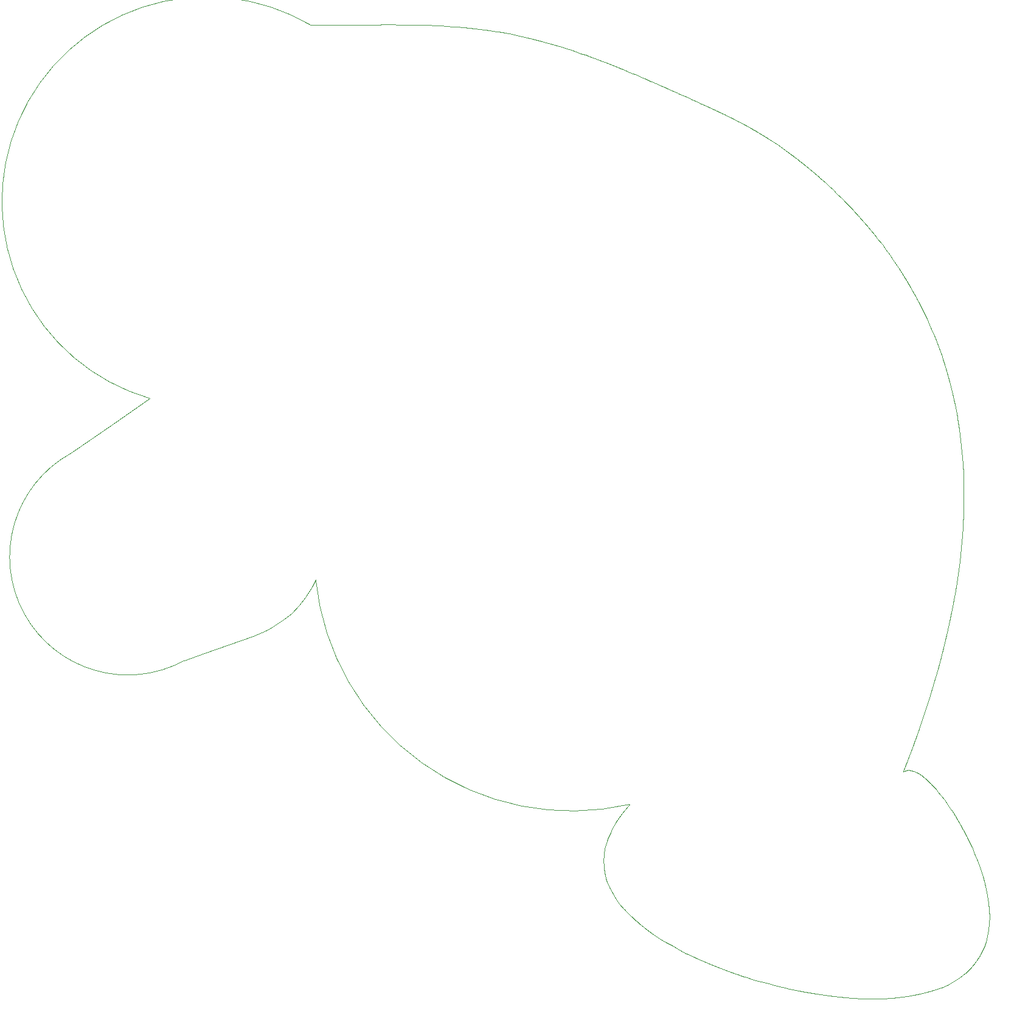
<source format=gm1>
G04 #@! TF.GenerationSoftware,KiCad,Pcbnew,(5.1.4-0)*
G04 #@! TF.CreationDate,2021-02-07T23:00:27-05:00*
G04 #@! TF.ProjectId,mxnatee_bot_plate,6d786e61-7465-4655-9f62-6f745f706c61,rev?*
G04 #@! TF.SameCoordinates,Original*
G04 #@! TF.FileFunction,Profile,NP*
%FSLAX46Y46*%
G04 Gerber Fmt 4.6, Leading zero omitted, Abs format (unit mm)*
G04 Created by KiCad (PCBNEW (5.1.4-0)) date 2021-02-07 23:00:27*
%MOMM*%
%LPD*%
G04 APERTURE LIST*
%ADD10C,0.050000*%
G04 APERTURE END LIST*
D10*
X149597631Y-140204870D02*
X149555111Y-141130780D01*
X145814461Y-87146364D02*
X145649594Y-88909214D01*
X148276518Y-133355524D02*
X148608387Y-134339858D01*
X147128100Y-130465312D02*
X147536374Y-131418251D01*
X145761871Y-75489573D02*
X145896289Y-77080571D01*
X145217467Y-92490812D02*
X144950208Y-94309561D01*
X145168627Y-70834775D02*
X145398040Y-72366675D01*
X149597631Y-140204870D02*
X149595638Y-140151843D01*
X149595638Y-140151843D02*
X149593620Y-140101576D01*
X149593620Y-140101576D02*
X149591471Y-140051276D01*
X149591471Y-140051276D02*
X149588139Y-139978564D01*
X149588139Y-139978564D02*
X149585674Y-139928184D01*
X149585674Y-139928184D02*
X149583079Y-139877771D01*
X149583079Y-139877771D02*
X149580357Y-139827329D01*
X149580357Y-139827329D02*
X149577506Y-139776852D01*
X149577506Y-139776852D02*
X149574526Y-139726342D01*
X149574526Y-139726342D02*
X149571421Y-139675806D01*
X149571421Y-139675806D02*
X149568186Y-139625235D01*
X149568186Y-139625235D02*
X149564824Y-139574636D01*
X149564824Y-139574636D02*
X149561334Y-139524005D01*
X149561334Y-139524005D02*
X149557718Y-139473344D01*
X149557718Y-139473344D02*
X149553975Y-139422653D01*
X149553975Y-139422653D02*
X149550105Y-139371933D01*
X149550105Y-139371933D02*
X149544751Y-139304260D01*
X149544751Y-139304260D02*
X149540587Y-139253471D01*
X149540587Y-139253471D02*
X149536299Y-139202653D01*
X149536299Y-139202653D02*
X149531885Y-139151809D01*
X149531885Y-139151809D02*
X149527346Y-139100936D01*
X149527346Y-139100936D02*
X149522680Y-139050034D01*
X149522680Y-139050034D02*
X149517892Y-138999104D01*
X149517892Y-138999104D02*
X149512980Y-138948150D01*
X149512980Y-138948150D02*
X149507942Y-138897167D01*
X149507942Y-138897167D02*
X149502780Y-138846157D01*
X149502780Y-138846157D02*
X149498089Y-138800792D01*
X149498089Y-138800792D02*
X149493301Y-138755408D01*
X149493301Y-138755408D02*
X149488413Y-138710001D01*
X149488413Y-138710001D02*
X149483430Y-138664575D01*
X149483430Y-138664575D02*
X149478348Y-138619130D01*
X149478348Y-138619130D02*
X149472516Y-138567979D01*
X149472516Y-138567979D02*
X149467230Y-138522489D01*
X149467230Y-138522489D02*
X149461848Y-138476981D01*
X149461848Y-138476981D02*
X149456370Y-138431455D01*
X149456370Y-138431455D02*
X149450793Y-138385909D01*
X149450793Y-138385909D02*
X149445123Y-138340342D01*
X149445123Y-138340342D02*
X149439357Y-138294759D01*
X149439357Y-138294759D02*
X149433495Y-138249156D01*
X149433495Y-138249156D02*
X149427537Y-138203535D01*
X149427537Y-138203535D02*
X149421483Y-138157896D01*
X149421483Y-138157896D02*
X149415335Y-138112238D01*
X149415335Y-138112238D02*
X149408700Y-138063709D01*
X149408700Y-138063709D02*
X149402356Y-138018016D01*
X149402356Y-138018016D02*
X149394293Y-137960873D01*
X149394293Y-137960873D02*
X149387737Y-137915140D01*
X149387737Y-137915140D02*
X149380668Y-137866530D01*
X149380668Y-137866530D02*
X149373068Y-137815040D01*
X149373068Y-137815040D02*
X149366211Y-137769254D01*
X149366211Y-137769254D02*
X149359262Y-137723450D01*
X149359262Y-137723450D02*
X149352222Y-137677633D01*
X149352222Y-137677633D02*
X149345086Y-137631798D01*
X149345086Y-137631798D02*
X149337402Y-137583080D01*
X149337402Y-137583080D02*
X149328690Y-137528612D01*
X149328690Y-137528612D02*
X149320786Y-137479858D01*
X149320786Y-137479858D02*
X149311351Y-137422478D01*
X149311351Y-137422478D02*
X149304180Y-137379428D01*
X149304180Y-137379428D02*
X149296444Y-137333495D01*
X149296444Y-137333495D02*
X149291073Y-137301909D01*
X149291073Y-137301909D02*
X149282681Y-137253075D01*
X149282681Y-137253075D02*
X149274189Y-137204228D01*
X149274189Y-137204228D02*
X149265591Y-137155363D01*
X149265591Y-137155363D02*
X149256378Y-137103608D01*
X149256378Y-137103608D02*
X149248092Y-137057588D01*
X149248092Y-137057588D02*
X149239713Y-137011557D01*
X149239713Y-137011557D02*
X149230181Y-136959755D01*
X149230181Y-136959755D02*
X149222150Y-136916575D01*
X149222150Y-136916575D02*
X149214038Y-136873381D01*
X149214038Y-136873381D02*
X149204749Y-136824417D01*
X149204749Y-136824417D02*
X149195359Y-136775439D01*
X149195359Y-136775439D02*
X149186989Y-136732210D01*
X149186989Y-136732210D02*
X149178540Y-136688972D01*
X149178540Y-136688972D02*
X149168870Y-136639957D01*
X149168870Y-136639957D02*
X149159099Y-136590928D01*
X149159099Y-136590928D02*
X149149811Y-136544771D01*
X149149811Y-136544771D02*
X149140433Y-136498603D01*
X149140433Y-136498603D02*
X149126798Y-136432215D01*
X149126798Y-136432215D02*
X149117807Y-136388906D01*
X149117807Y-136388906D02*
X149108128Y-136342702D01*
X149108128Y-136342702D02*
X149097752Y-136293598D01*
X149097752Y-136293598D02*
X149088512Y-136250261D01*
X149088512Y-136250261D02*
X149076074Y-136192467D01*
X149076074Y-136192467D02*
X149062863Y-136131763D01*
X149062863Y-136131763D02*
X149052699Y-136085501D01*
X149052699Y-136085501D02*
X149040515Y-136030556D01*
X149040515Y-136030556D02*
X149030160Y-135984275D01*
X149030160Y-135984275D02*
X149015780Y-135920627D01*
X149015780Y-135920627D02*
X149005218Y-135874324D01*
X149005218Y-135874324D02*
X148992565Y-135819332D01*
X148992565Y-135819332D02*
X148979787Y-135764323D01*
X148979787Y-135764323D02*
X148970296Y-135723785D01*
X148970296Y-135723785D02*
X148957309Y-135668760D01*
X148957309Y-135668760D02*
X148946973Y-135625310D01*
X148946973Y-135625310D02*
X148935166Y-135576060D01*
X148935166Y-135576060D02*
X148924668Y-135532598D01*
X148924668Y-135532598D02*
X148909845Y-135471742D01*
X148909845Y-135471742D02*
X148899168Y-135428263D01*
X148899168Y-135428263D02*
X148886256Y-135376083D01*
X148886256Y-135376083D02*
X148876140Y-135335493D01*
X148876140Y-135335493D02*
X148864499Y-135289099D01*
X148864499Y-135289099D02*
X148852774Y-135242699D01*
X148852774Y-135242699D02*
X148839484Y-135190491D01*
X148839484Y-135190491D02*
X148829074Y-135149880D01*
X148829074Y-135149880D02*
X148817098Y-135103463D01*
X148817098Y-135103463D02*
X148806550Y-135062842D01*
X148806550Y-135062842D02*
X148791371Y-135004807D01*
X148791371Y-135004807D02*
X148780668Y-134964177D01*
X148780668Y-134964177D02*
X148767586Y-134914838D01*
X148767586Y-134914838D02*
X148755187Y-134868395D01*
X148755187Y-134868395D02*
X148742707Y-134821947D01*
X148742707Y-134821947D02*
X148730145Y-134775497D01*
X148730145Y-134775497D02*
X148718292Y-134731946D01*
X148718292Y-134731946D02*
X148701577Y-134670969D01*
X148701577Y-134670969D02*
X148688747Y-134624507D01*
X148688747Y-134624507D02*
X148676644Y-134580944D01*
X148676644Y-134580944D02*
X148656315Y-134508334D01*
X148656315Y-134508334D02*
X148643198Y-134461860D01*
X148643198Y-134461860D02*
X148630829Y-134418288D01*
X148630829Y-134418288D02*
X148616725Y-134368905D01*
X148616725Y-134368905D02*
X148608387Y-134339858D01*
X148276518Y-133355524D02*
X147906446Y-132386888D01*
X147906446Y-132386888D02*
X147536374Y-131418251D01*
X147128100Y-130465312D02*
X147110120Y-130427232D01*
X147110120Y-130427232D02*
X147094047Y-130393263D01*
X147094047Y-130393263D02*
X147074094Y-130351185D01*
X147074094Y-130351185D02*
X147057336Y-130315926D01*
X147057336Y-130315926D02*
X147037976Y-130275284D01*
X147037976Y-130275284D02*
X147019234Y-130236035D01*
X147019234Y-130236035D02*
X147001764Y-130199531D01*
X147001764Y-130199531D02*
X146982327Y-130159010D01*
X146982327Y-130159010D02*
X146960268Y-130113137D01*
X146960268Y-130113137D02*
X146941425Y-130074053D01*
X146941425Y-130074053D02*
X146922557Y-130035009D01*
X146922557Y-130035009D02*
X146903014Y-129994661D01*
X146903014Y-129994661D02*
X146880835Y-129948986D01*
X146880835Y-129948986D02*
X146863197Y-129912753D01*
X146863197Y-129912753D02*
X146845539Y-129876555D01*
X146845539Y-129876555D02*
X146828517Y-129841733D01*
X146828517Y-129841733D02*
X146808853Y-129801595D01*
X146808853Y-129801595D02*
X146791461Y-129766173D01*
X146791461Y-129766173D02*
X146771421Y-129725449D01*
X146771421Y-129725449D02*
X146751027Y-129684104D01*
X146751027Y-129684104D02*
X146725990Y-129633486D01*
X146725990Y-129633486D02*
X146706032Y-129593244D01*
X146706032Y-129593244D02*
X146688693Y-129558359D01*
X146688693Y-129558359D02*
X146670511Y-129521851D01*
X146670511Y-129521851D02*
X146650650Y-129482066D01*
X146650650Y-129482066D02*
X146629441Y-129439678D01*
X146629441Y-129439678D02*
X146612185Y-129405273D01*
X146612185Y-129405273D02*
X146594251Y-129369583D01*
X146594251Y-129369583D02*
X146576298Y-129333930D01*
X146576298Y-129333930D02*
X146556993Y-129295676D01*
X146556993Y-129295676D02*
X146539666Y-129261418D01*
X146539666Y-129261418D02*
X146521655Y-129225876D01*
X146521655Y-129225876D02*
X146502956Y-129189056D01*
X146502956Y-129189056D02*
X146484907Y-129153589D01*
X146484907Y-129153589D02*
X146465502Y-129115540D01*
X146465502Y-129115540D02*
X146448087Y-129081462D01*
X146448087Y-129081462D02*
X146426628Y-129039566D01*
X146426628Y-129039566D02*
X146409174Y-129005565D01*
X146409174Y-129005565D02*
X146389014Y-128966376D01*
X146389014Y-128966376D02*
X146366814Y-128923322D01*
X146366814Y-128923322D02*
X146347283Y-128885534D01*
X146347283Y-128885534D02*
X146329756Y-128851693D01*
X146329756Y-128851693D02*
X146308162Y-128810092D01*
X146308162Y-128810092D02*
X146286544Y-128768544D01*
X146286544Y-128768544D02*
X146268959Y-128734823D01*
X146268959Y-128734823D02*
X146248652Y-128695962D01*
X146248652Y-128695962D02*
X146231035Y-128662320D01*
X146231035Y-128662320D02*
X146212045Y-128626131D01*
X146212045Y-128626131D02*
X146193717Y-128591273D01*
X146193717Y-128591273D02*
X146174013Y-128553877D01*
X146174013Y-128553877D02*
X146156332Y-128520387D01*
X146156332Y-128520387D02*
X146134549Y-128479219D01*
X146134549Y-128479219D02*
X146116833Y-128445811D01*
X146116833Y-128445811D02*
X146096374Y-128407308D01*
X146096374Y-128407308D02*
X146073845Y-128365011D01*
X146073845Y-128365011D02*
X146050950Y-128322131D01*
X146050950Y-128322131D02*
X146030770Y-128284425D01*
X146030770Y-128284425D02*
X146008858Y-128243575D01*
X146008858Y-128243575D02*
X145986925Y-128202781D01*
X145986925Y-128202781D02*
X145964969Y-128162044D01*
X145964969Y-128162044D02*
X145947116Y-128128987D01*
X145947116Y-128128987D02*
X145927872Y-128093429D01*
X145927872Y-128093429D02*
X145908612Y-128057913D01*
X145908612Y-128057913D02*
X145887960Y-128019910D01*
X145887960Y-128019910D02*
X145869356Y-127985748D01*
X145869356Y-127985748D02*
X145849360Y-127949103D01*
X145849360Y-127949103D02*
X145827274Y-127908720D01*
X145827274Y-127908720D02*
X145806550Y-127870913D01*
X145806550Y-127870913D02*
X145785462Y-127832528D01*
X145785462Y-127832528D02*
X145766436Y-127797967D01*
X145766436Y-127797967D02*
X145758129Y-127782899D01*
X145758129Y-127782899D02*
X145736478Y-127743691D01*
X145736478Y-127743691D02*
X145716544Y-127707673D01*
X145716544Y-127707673D02*
X145694339Y-127667636D01*
X145694339Y-127667636D02*
X145674547Y-127632028D01*
X145674547Y-127632028D02*
X145654043Y-127595220D01*
X145654043Y-127595220D02*
X145633177Y-127557839D01*
X145633177Y-127557839D02*
X145610203Y-127516779D01*
X145610203Y-127516779D02*
X145588606Y-127478267D01*
X145588606Y-127478267D02*
X145570479Y-127446008D01*
X145570479Y-127446008D02*
X145549547Y-127408834D01*
X145549547Y-127408834D02*
X145528599Y-127371713D01*
X145528599Y-127371713D02*
X145509034Y-127337113D01*
X145509034Y-127337113D02*
X145488057Y-127300096D01*
X145488057Y-127300096D02*
X145464085Y-127257894D01*
X145464085Y-127257894D02*
X145443252Y-127221297D01*
X145443252Y-127221297D02*
X145420825Y-127181988D01*
X145420825Y-127181988D02*
X145399784Y-127145191D01*
X145399784Y-127145191D02*
X145381535Y-127113342D01*
X145381535Y-127113342D02*
X145363274Y-127081534D01*
X145363274Y-127081534D02*
X145342192Y-127044882D01*
X145342192Y-127044882D02*
X145319689Y-127005846D01*
X145319689Y-127005846D02*
X145296287Y-126965349D01*
X145296287Y-126965349D02*
X145274633Y-126927958D01*
X145274633Y-126927958D02*
X145252082Y-126889106D01*
X145252082Y-126889106D02*
X145230926Y-126852739D01*
X145230926Y-126852739D02*
X145211169Y-126818845D01*
X145211169Y-126818845D02*
X145189985Y-126782582D01*
X145189985Y-126782582D02*
X145168790Y-126746374D01*
X145168790Y-126746374D02*
X145146166Y-126707812D01*
X145146166Y-126707812D02*
X145126359Y-126674123D01*
X145126359Y-126674123D02*
X145106540Y-126640481D01*
X145106540Y-126640481D02*
X145082459Y-126599694D01*
X145082459Y-126599694D02*
X145059779Y-126561372D01*
X145059779Y-126561372D02*
X145039216Y-126526698D01*
X145039216Y-126526698D02*
X145020057Y-126494459D01*
X145020057Y-126494459D02*
X144998758Y-126458693D01*
X144998758Y-126458693D02*
X144975671Y-126420007D01*
X144975671Y-126420007D02*
X144951151Y-126379017D01*
X144951151Y-126379017D02*
X144923412Y-126332767D01*
X144923412Y-126332767D02*
X144900637Y-126294890D01*
X144900637Y-126294890D02*
X144877849Y-126257076D01*
X144877849Y-126257076D02*
X144858970Y-126225811D01*
X144858970Y-126225811D02*
X144837941Y-126191057D01*
X144837941Y-126191057D02*
X144815119Y-126153422D01*
X144815119Y-126153422D02*
X144795852Y-126121716D01*
X144795852Y-126121716D02*
X144773722Y-126085372D01*
X144773722Y-126085372D02*
X144750866Y-126047918D01*
X144750866Y-126047918D02*
X144730857Y-126015201D01*
X144730857Y-126015201D02*
X144707978Y-125977871D01*
X144707978Y-125977871D02*
X144687591Y-125944679D01*
X144687591Y-125944679D02*
X144667196Y-125911541D01*
X144667196Y-125911541D02*
X144645002Y-125875553D01*
X144645002Y-125875553D02*
X144622082Y-125838470D01*
X144622082Y-125838470D02*
X144601659Y-125805497D01*
X144601659Y-125805497D02*
X144581229Y-125772579D01*
X144581229Y-125772579D02*
X144558996Y-125736833D01*
X144558996Y-125736833D02*
X144534602Y-125697700D01*
X144534602Y-125697700D02*
X144507323Y-125654052D01*
X144507323Y-125654052D02*
X144482184Y-125613933D01*
X144482184Y-125613933D02*
X144461347Y-125580753D01*
X144461347Y-125580753D02*
X144441221Y-125548770D01*
X144441221Y-125548770D02*
X144419651Y-125514560D01*
X144419651Y-125514560D02*
X144392315Y-125471312D01*
X144392315Y-125471312D02*
X144367845Y-125432697D01*
X144367845Y-125432697D02*
X144346248Y-125398690D01*
X144346248Y-125398690D02*
X144326083Y-125367004D01*
X144326083Y-125367004D02*
X144307355Y-125337631D01*
X145398040Y-72366675D02*
X145579955Y-73928124D01*
X145579955Y-73928124D02*
X145761871Y-75489573D01*
X145896289Y-77080571D02*
X145899036Y-77132791D01*
X145899036Y-77132791D02*
X145901628Y-77182659D01*
X145901628Y-77182659D02*
X145904433Y-77237299D01*
X145904433Y-77237299D02*
X145907318Y-77294335D01*
X145907318Y-77294335D02*
X145909811Y-77344262D01*
X145909811Y-77344262D02*
X145912970Y-77408482D01*
X145912970Y-77408482D02*
X145916190Y-77475111D01*
X145916190Y-77475111D02*
X145918683Y-77527486D01*
X145918683Y-77527486D02*
X145921140Y-77579879D01*
X145921140Y-77579879D02*
X145924219Y-77646592D01*
X145924219Y-77646592D02*
X145927243Y-77713337D01*
X145927243Y-77713337D02*
X145930209Y-77780113D01*
X145930209Y-77780113D02*
X145932709Y-77837378D01*
X145932709Y-77837378D02*
X145935572Y-77904214D01*
X145935572Y-77904214D02*
X145938107Y-77964514D01*
X145938107Y-77964514D02*
X145941039Y-78035596D01*
X145941039Y-78035596D02*
X145943069Y-78085793D01*
X145943069Y-78085793D02*
X145945352Y-78143184D01*
X145945352Y-78143184D02*
X145947500Y-78198205D01*
X145947500Y-78198205D02*
X145949384Y-78247263D01*
X145949384Y-78247263D02*
X145951642Y-78307117D01*
X145951642Y-78307117D02*
X145954073Y-78372983D01*
X145954073Y-78372983D02*
X145956063Y-78428094D01*
X145956063Y-78428094D02*
X145957851Y-78478433D01*
X145957851Y-78478433D02*
X145960513Y-78555174D01*
X145960513Y-78555174D02*
X145962383Y-78610360D01*
X145962383Y-78610360D02*
X145964056Y-78660764D01*
X145964056Y-78660764D02*
X145965851Y-78715990D01*
X145965851Y-78715990D02*
X145967461Y-78766435D01*
X145967461Y-78766435D02*
X145969037Y-78816894D01*
X145969037Y-78816894D02*
X145970728Y-78872183D01*
X145970728Y-78872183D02*
X145973019Y-78949141D01*
X145973019Y-78949141D02*
X145974552Y-79002074D01*
X145974552Y-79002074D02*
X145976050Y-79055028D01*
X145976050Y-79055028D02*
X145977790Y-79118234D01*
X145977790Y-79118234D02*
X145979199Y-79170630D01*
X145979199Y-79170630D02*
X145980651Y-79226058D01*
X145980651Y-79226058D02*
X145981942Y-79276684D01*
X145981942Y-79276684D02*
X145983379Y-79334565D01*
X145983379Y-79334565D02*
X145984720Y-79390056D01*
X145984720Y-79390056D02*
X145985912Y-79440742D01*
X145985912Y-79440742D02*
X145987517Y-79511368D01*
X145987517Y-79511368D02*
X145988726Y-79566326D01*
X145988726Y-79566326D02*
X145989960Y-79624325D01*
X145989960Y-79624325D02*
X145991104Y-79679931D01*
X145991104Y-79679931D02*
X145992303Y-79740394D01*
X145992303Y-79740394D02*
X145993254Y-79789993D01*
X145993254Y-79789993D02*
X145994311Y-79846875D01*
X145994311Y-79846875D02*
X145995431Y-79909832D01*
X145995431Y-79909832D02*
X145996341Y-79963124D01*
X145996341Y-79963124D02*
X145997179Y-80014014D01*
X145997179Y-80014014D02*
X145997986Y-80064922D01*
X145997986Y-80064922D02*
X145998940Y-80127976D01*
X145998940Y-80127976D02*
X145999725Y-80182563D01*
X145999725Y-80182563D02*
X146000510Y-80239601D01*
X146000510Y-80239601D02*
X146001301Y-80300302D01*
X146001301Y-80300302D02*
X146001929Y-80351311D01*
X146001929Y-80351311D02*
X146002527Y-80402339D01*
X146002527Y-80402339D02*
X146003148Y-80458250D01*
X146003148Y-80458250D02*
X146003666Y-80508096D01*
X146003666Y-80508096D02*
X146004226Y-80565264D01*
X146004226Y-80565264D02*
X146004842Y-80633407D01*
X146004842Y-80633407D02*
X146005476Y-80711322D01*
X146005476Y-80711322D02*
X146005957Y-80777099D01*
X146005957Y-80777099D02*
X146006291Y-80828276D01*
X146006291Y-80828276D02*
X146006623Y-80884349D01*
X146006623Y-80884349D02*
X146006896Y-80935568D01*
X146006896Y-80935568D02*
X146007134Y-80986800D01*
X146007134Y-80986800D02*
X146007359Y-81042936D01*
X146007359Y-81042936D02*
X146007605Y-81118630D01*
X146007605Y-81118630D02*
X146007737Y-81172372D01*
X146007737Y-81172372D02*
X146007839Y-81228580D01*
X146007839Y-81228580D02*
X146007910Y-81298255D01*
X146007910Y-81298255D02*
X146007927Y-81370415D01*
X146007927Y-81370415D02*
X146007888Y-81434040D01*
X146007888Y-81434040D02*
X146007809Y-81492796D01*
X146007809Y-81492796D02*
X146007691Y-81551577D01*
X146007691Y-81551577D02*
X146007530Y-81610379D01*
X146007530Y-81610379D02*
X146007252Y-81688821D01*
X146007252Y-81688821D02*
X146007018Y-81742774D01*
X146007018Y-81742774D02*
X146006751Y-81796746D01*
X146006751Y-81796746D02*
X146006419Y-81855649D01*
X146006419Y-81855649D02*
X146005980Y-81924396D01*
X146005980Y-81924396D02*
X146005595Y-81978437D01*
X146005595Y-81978437D02*
X146005218Y-82027583D01*
X146005218Y-82027583D02*
X146004637Y-82096410D01*
X146004637Y-82096410D02*
X146004096Y-82155430D01*
X146004096Y-82155430D02*
X146003563Y-82209553D01*
X146003563Y-82209553D02*
X146002834Y-82278467D01*
X146002834Y-82278467D02*
X146002225Y-82332638D01*
X146002225Y-82332638D02*
X146001579Y-82386825D01*
X146001579Y-82386825D02*
X146000835Y-82445963D01*
X146000835Y-82445963D02*
X145999984Y-82510055D01*
X145999984Y-82510055D02*
X145998796Y-82593909D01*
X145998796Y-82593909D02*
X145998060Y-82643259D01*
X145998060Y-82643259D02*
X145997059Y-82707437D01*
X145997059Y-82707437D02*
X145996092Y-82766702D01*
X145996092Y-82766702D02*
X145995084Y-82825991D01*
X145995084Y-82825991D02*
X145994034Y-82885304D01*
X145994034Y-82885304D02*
X145992944Y-82944639D01*
X145992944Y-82944639D02*
X145991716Y-83008945D01*
X145991716Y-83008945D02*
X145990738Y-83058431D01*
X145990738Y-83058431D02*
X145989528Y-83117836D01*
X145989528Y-83117836D02*
X145988062Y-83187170D01*
X145988062Y-83187170D02*
X145986982Y-83236715D01*
X145986982Y-83236715D02*
X145985875Y-83286278D01*
X145985875Y-83286278D02*
X145984735Y-83335853D01*
X145984735Y-83335853D02*
X145983212Y-83400328D01*
X145983212Y-83400328D02*
X145981765Y-83459869D01*
X145981765Y-83459869D02*
X145980275Y-83519432D01*
X145980275Y-83519432D02*
X145978745Y-83579019D01*
X145978745Y-83579019D02*
X145977304Y-83633661D01*
X145977304Y-83633661D02*
X145975966Y-83683352D01*
X145975966Y-83683352D02*
X145974460Y-83738032D01*
X145974460Y-83738032D02*
X145972920Y-83792731D01*
X145972920Y-83792731D02*
X145970618Y-83872328D01*
X145970618Y-83872328D02*
X145968694Y-83937035D01*
X145968694Y-83937035D02*
X145966873Y-83996786D01*
X145966873Y-83996786D02*
X145965167Y-84051578D01*
X145965167Y-84051578D02*
X145963109Y-84116359D01*
X145963109Y-84116359D02*
X145961165Y-84176182D01*
X145961165Y-84176182D02*
X145959180Y-84236028D01*
X145959180Y-84236028D02*
X145957152Y-84295897D01*
X145957152Y-84295897D02*
X145954910Y-84360781D01*
X145954910Y-84360781D02*
X145953153Y-84410712D01*
X145953153Y-84410712D02*
X145951366Y-84460658D01*
X145951366Y-84460658D02*
X145949551Y-84510620D01*
X145949551Y-84510620D02*
X145947708Y-84560601D01*
X145947708Y-84560601D02*
X145945834Y-84610594D01*
X145945834Y-84610594D02*
X145943355Y-84675613D01*
X145943355Y-84675613D02*
X145941026Y-84735655D01*
X145941026Y-84735655D02*
X145938654Y-84795718D01*
X145938654Y-84795718D02*
X145936241Y-84855807D01*
X145936241Y-84855807D02*
X145933992Y-84910909D01*
X145933992Y-84910909D02*
X145931917Y-84961018D01*
X145931917Y-84961018D02*
X145929602Y-85016156D01*
X145929602Y-85016156D02*
X145927037Y-85076330D01*
X145927037Y-85076330D02*
X145924649Y-85131511D01*
X145924649Y-85131511D02*
X145922448Y-85181693D01*
X145922448Y-85181693D02*
X145919995Y-85236911D01*
X145919995Y-85236911D02*
X145917277Y-85297170D01*
X145917277Y-85297170D02*
X145914518Y-85357455D01*
X145914518Y-85357455D02*
X145911717Y-85417762D01*
X145911717Y-85417762D02*
X145908637Y-85483120D01*
X145908637Y-85483120D02*
X145906237Y-85533417D01*
X145906237Y-85533417D02*
X145903804Y-85583726D01*
X145903804Y-85583726D02*
X145901097Y-85639089D01*
X145901097Y-85639089D02*
X145898103Y-85699505D01*
X145898103Y-85699505D02*
X145895322Y-85754906D01*
X145895322Y-85754906D02*
X145892249Y-85815369D01*
X145892249Y-85815369D02*
X145889135Y-85875854D01*
X145889135Y-85875854D02*
X145885447Y-85946448D01*
X145885447Y-85946448D02*
X145882512Y-86001939D01*
X145882512Y-86001939D02*
X145879268Y-86062496D01*
X145879268Y-86062496D02*
X145876259Y-86118027D01*
X145876259Y-86118027D02*
X145873494Y-86168528D01*
X145873494Y-86168528D02*
X145870698Y-86219043D01*
X145870698Y-86219043D02*
X145867022Y-86284739D01*
X145867022Y-86284739D02*
X145863587Y-86345406D01*
X145863587Y-86345406D02*
X145860108Y-86406095D01*
X145860108Y-86406095D02*
X145856589Y-86466809D01*
X145856589Y-86466809D02*
X145853325Y-86522483D01*
X145853325Y-86522483D02*
X145850329Y-86573113D01*
X145850329Y-86573113D02*
X145846999Y-86628824D01*
X145846999Y-86628824D02*
X145843326Y-86689623D01*
X145843326Y-86689623D02*
X145839924Y-86745376D01*
X145839924Y-86745376D02*
X145836172Y-86806221D01*
X145836172Y-86806221D02*
X145832061Y-86872161D01*
X145832061Y-86872161D02*
X145828543Y-86927977D01*
X145828543Y-86927977D02*
X145824666Y-86988892D01*
X145824666Y-86988892D02*
X145820420Y-87054908D01*
X145820420Y-87054908D02*
X145816457Y-87115872D01*
X145816457Y-87115872D02*
X145814461Y-87146364D01*
X145649594Y-88909214D02*
X145433530Y-90700013D01*
X145433530Y-90700013D02*
X145217467Y-92490812D01*
X143816838Y-124620122D02*
X144307355Y-125337631D01*
X144207391Y-66420074D02*
X144221247Y-66474968D01*
X144221247Y-66474968D02*
X144235327Y-66530948D01*
X144235327Y-66530948D02*
X144246191Y-66574276D01*
X144246191Y-66574276D02*
X144256237Y-66614452D01*
X144256237Y-66614452D02*
X144269946Y-66669453D01*
X144269946Y-66669453D02*
X144280463Y-66711781D01*
X144280463Y-66711781D02*
X144293050Y-66762600D01*
X144293050Y-66762600D02*
X144305601Y-66813442D01*
X144305601Y-66813442D02*
X144316033Y-66855830D01*
X144316033Y-66855830D02*
X144325921Y-66896116D01*
X144325921Y-66896116D02*
X144336824Y-66940662D01*
X144336824Y-66940662D02*
X144347180Y-66983103D01*
X144347180Y-66983103D02*
X144356996Y-67023437D01*
X144356996Y-67023437D02*
X144369878Y-67076533D01*
X144369878Y-67076533D02*
X144380155Y-67119031D01*
X144380155Y-67119031D02*
X144394502Y-67178557D01*
X144394502Y-67178557D02*
X144404719Y-67221098D01*
X144404719Y-67221098D02*
X144420506Y-67287068D01*
X144420506Y-67287068D02*
X144430153Y-67327523D01*
X144430153Y-67327523D02*
X144441295Y-67374385D01*
X144441295Y-67374385D02*
X144454423Y-67429795D01*
X144454423Y-67429795D02*
X144465498Y-67476703D01*
X144465498Y-67476703D02*
X144479047Y-67534301D01*
X144479047Y-67534301D02*
X144491553Y-67587660D01*
X144491553Y-67587660D02*
X144507006Y-67653865D01*
X144507006Y-67653865D02*
X144517066Y-67697133D01*
X144517066Y-67697133D02*
X144527351Y-67741490D01*
X144527351Y-67741490D02*
X144536989Y-67783192D01*
X144536989Y-67783192D02*
X144547096Y-67827049D01*
X144547096Y-67827049D02*
X144556932Y-67869855D01*
X144556932Y-67869855D02*
X144566743Y-67912679D01*
X144566743Y-67912679D02*
X144576527Y-67955519D01*
X144576527Y-67955519D02*
X144588237Y-68006952D01*
X144588237Y-68006952D02*
X144598455Y-68051977D01*
X144598455Y-68051977D02*
X144609610Y-68101308D01*
X144609610Y-68101308D02*
X144619284Y-68144226D01*
X144619284Y-68144226D02*
X144630861Y-68195751D01*
X144630861Y-68195751D02*
X144642399Y-68247299D01*
X144642399Y-68247299D02*
X144653904Y-68298875D01*
X144653904Y-68298875D02*
X144663461Y-68341874D01*
X144663461Y-68341874D02*
X144673231Y-68385963D01*
X144673231Y-68385963D02*
X144682381Y-68427382D01*
X144682381Y-68427382D02*
X144691984Y-68470973D01*
X144691984Y-68470973D02*
X144704745Y-68529119D01*
X144704745Y-68529119D02*
X144714639Y-68574365D01*
X144714639Y-68574365D02*
X144724504Y-68619631D01*
X144724504Y-68619631D02*
X144734342Y-68664917D01*
X144734342Y-68664917D02*
X144744617Y-68712378D01*
X144744617Y-68712378D02*
X144753932Y-68755544D01*
X144753932Y-68755544D02*
X144763684Y-68800886D01*
X144763684Y-68800886D02*
X144775260Y-68854892D01*
X144775260Y-68854892D02*
X144787370Y-68911624D01*
X144787370Y-68911624D02*
X144796454Y-68954330D01*
X144796454Y-68954330D02*
X144808829Y-69012739D01*
X144808829Y-69012739D02*
X144818426Y-69058191D01*
X144818426Y-69058191D02*
X144827537Y-69101497D01*
X144827537Y-69101497D02*
X144838439Y-69153487D01*
X144838439Y-69153487D02*
X144847495Y-69196830D01*
X144847495Y-69196830D02*
X144857876Y-69246694D01*
X144857876Y-69246694D02*
X144867328Y-69292247D01*
X144867328Y-69292247D02*
X144876301Y-69335645D01*
X144876301Y-69335645D02*
X144888041Y-69392632D01*
X144888041Y-69392632D02*
X144897737Y-69439876D01*
X144897737Y-69439876D02*
X144909728Y-69498548D01*
X144909728Y-69498548D02*
X144919023Y-69544204D01*
X144919023Y-69544204D02*
X144927850Y-69587705D01*
X144927850Y-69587705D02*
X144936652Y-69631224D01*
X144936652Y-69631224D02*
X144945427Y-69674759D01*
X144945427Y-69674759D02*
X144954177Y-69718313D01*
X144954177Y-69718313D02*
X144962900Y-69761881D01*
X144962900Y-69761881D02*
X144971598Y-69805468D01*
X144971598Y-69805468D02*
X144981570Y-69855615D01*
X144981570Y-69855615D02*
X144990644Y-69901421D01*
X144990644Y-69901421D02*
X144999260Y-69945065D01*
X144999260Y-69945065D02*
X145008282Y-69990910D01*
X145008282Y-69990910D02*
X145019836Y-70049879D01*
X145019836Y-70049879D02*
X145031345Y-70108879D01*
X145031345Y-70108879D02*
X145040264Y-70154793D01*
X145040264Y-70154793D02*
X145053378Y-70222603D01*
X145053378Y-70222603D02*
X145062228Y-70268565D01*
X145062228Y-70268565D02*
X145070628Y-70312352D01*
X145070628Y-70312352D02*
X145079004Y-70356158D01*
X145079004Y-70356158D02*
X145088187Y-70404366D01*
X145088187Y-70404366D02*
X145096715Y-70449303D01*
X145096715Y-70449303D02*
X145105631Y-70496454D01*
X145105631Y-70496454D02*
X145118434Y-70564475D01*
X145118434Y-70564475D02*
X145127072Y-70610577D01*
X145127072Y-70610577D02*
X145135273Y-70654501D01*
X145135273Y-70654501D02*
X145143243Y-70697343D01*
X145143243Y-70697343D02*
X145151187Y-70740202D01*
X145151187Y-70740202D02*
X145162557Y-70801775D01*
X145162557Y-70801775D02*
X145168627Y-70834775D01*
X144950208Y-94309561D02*
X144941790Y-94358252D01*
X144941790Y-94358252D02*
X144933351Y-94406959D01*
X144933351Y-94406959D02*
X144924887Y-94455677D01*
X144924887Y-94455677D02*
X144917343Y-94498995D01*
X144917343Y-94498995D02*
X144907888Y-94553154D01*
X144907888Y-94553154D02*
X144898402Y-94607330D01*
X144898402Y-94607330D02*
X144890795Y-94650683D01*
X144890795Y-94650683D02*
X144879344Y-94715729D01*
X144879344Y-94715729D02*
X144869771Y-94769951D01*
X144869771Y-94769951D02*
X144861130Y-94818767D01*
X144861130Y-94818767D02*
X144852464Y-94867594D01*
X144852464Y-94867594D02*
X144844742Y-94911008D01*
X144844742Y-94911008D02*
X144835061Y-94965288D01*
X144835061Y-94965288D02*
X144826326Y-95014155D01*
X144826326Y-95014155D02*
X144818538Y-95057601D01*
X144818538Y-95057601D02*
X144809755Y-95106491D01*
X144809755Y-95106491D02*
X144799970Y-95160828D01*
X144799970Y-95160828D02*
X144791137Y-95209744D01*
X144791137Y-95209744D02*
X144782281Y-95258674D01*
X144782281Y-95258674D02*
X144770434Y-95323933D01*
X144770434Y-95323933D02*
X144760531Y-95378333D01*
X144760531Y-95378333D02*
X144750597Y-95432749D01*
X144750597Y-95432749D02*
X144742629Y-95476293D01*
X144742629Y-95476293D02*
X144734643Y-95519849D01*
X144734643Y-95519849D02*
X144724631Y-95574305D01*
X144724631Y-95574305D02*
X144715598Y-95623331D01*
X144715598Y-95623331D02*
X144707547Y-95666919D01*
X144707547Y-95666919D02*
X144698467Y-95715968D01*
X144698467Y-95715968D02*
X144690375Y-95759576D01*
X144690375Y-95759576D02*
X144682266Y-95803196D01*
X144682266Y-95803196D02*
X144674136Y-95846827D01*
X144674136Y-95846827D02*
X144663949Y-95901378D01*
X144663949Y-95901378D02*
X144654755Y-95950489D01*
X144654755Y-95950489D02*
X144645536Y-95999611D01*
X144645536Y-95999611D02*
X144633210Y-96065129D01*
X144633210Y-96065129D02*
X144624966Y-96108818D01*
X144624966Y-96108818D02*
X144613603Y-96168909D01*
X144613603Y-96168909D02*
X144605317Y-96212625D01*
X144605317Y-96212625D02*
X144595970Y-96261815D01*
X144595970Y-96261815D02*
X144585560Y-96316488D01*
X144585560Y-96316488D02*
X144576164Y-96365706D01*
X144576164Y-96365706D02*
X144567792Y-96409467D01*
X144567792Y-96409467D02*
X144555198Y-96475125D01*
X144555198Y-96475125D02*
X144545725Y-96524384D01*
X144545725Y-96524384D02*
X144533056Y-96590083D01*
X144533056Y-96590083D02*
X144522468Y-96644849D01*
X144522468Y-96644849D02*
X144512913Y-96694152D01*
X144512913Y-96694152D02*
X144500137Y-96759911D01*
X144500137Y-96759911D02*
X144491593Y-96803761D01*
X144491593Y-96803761D02*
X144483032Y-96847622D01*
X144483032Y-96847622D02*
X144474452Y-96891493D01*
X144474452Y-96891493D02*
X144464778Y-96940861D01*
X144464778Y-96940861D02*
X144454000Y-96995727D01*
X144454000Y-96995727D02*
X144444275Y-97045122D01*
X144444275Y-97045122D02*
X144435611Y-97089040D01*
X144435611Y-97089040D02*
X144425839Y-97138457D01*
X144425839Y-97138457D02*
X144410592Y-97215354D01*
X144410592Y-97215354D02*
X144401854Y-97259310D01*
X144401854Y-97259310D02*
X144392001Y-97308772D01*
X144392001Y-97308772D02*
X144383223Y-97352749D01*
X144383223Y-97352749D02*
X144374426Y-97396736D01*
X144374426Y-97396736D02*
X144365610Y-97440734D01*
X144365610Y-97440734D02*
X144352350Y-97506748D01*
X144352350Y-97506748D02*
X144342377Y-97556274D01*
X144342377Y-97556274D02*
X144331268Y-97611318D01*
X144331268Y-97611318D02*
X144321245Y-97660871D01*
X144321245Y-97660871D02*
X144312317Y-97704929D01*
X144312317Y-97704929D02*
X144302248Y-97754506D01*
X144302248Y-97754506D02*
X144291034Y-97809608D01*
X144291034Y-97809608D02*
X144282039Y-97853698D01*
X144282039Y-97853698D02*
X144271900Y-97903313D01*
X144271900Y-97903313D02*
X144261735Y-97952940D01*
X144261735Y-97952940D02*
X144250414Y-98008098D01*
X144250414Y-98008098D02*
X144240200Y-98057754D01*
X144240200Y-98057754D02*
X144226544Y-98123981D01*
X144226544Y-98123981D02*
X144217416Y-98168145D01*
X144217416Y-98168145D02*
X144207123Y-98217839D01*
X144207123Y-98217839D02*
X144195661Y-98273072D01*
X144195661Y-98273072D02*
X144185319Y-98322797D01*
X144185319Y-98322797D02*
X144174952Y-98372532D01*
X144174952Y-98372532D02*
X144163407Y-98427809D01*
X144163407Y-98427809D02*
X144154149Y-98472043D01*
X144154149Y-98472043D02*
X144143713Y-98521818D01*
X144143713Y-98521818D02*
X144134413Y-98566071D01*
X144134413Y-98566071D02*
X144125096Y-98610335D01*
X144125096Y-98610335D02*
X144115760Y-98654609D01*
X144115760Y-98654609D02*
X144105235Y-98704430D01*
X144105235Y-98704430D02*
X144093511Y-98759802D01*
X144093511Y-98759802D02*
X144082935Y-98809650D01*
X144082935Y-98809650D02*
X144073515Y-98853971D01*
X144073515Y-98853971D02*
X144062893Y-98903841D01*
X144062893Y-98903841D02*
X144051064Y-98959269D01*
X144051064Y-98959269D02*
X144040392Y-99009168D01*
X144040392Y-99009168D02*
X144030887Y-99053534D01*
X144030887Y-99053534D02*
X144020169Y-99103455D01*
X144020169Y-99103455D02*
X144007039Y-99164490D01*
X144007039Y-99164490D02*
X143997468Y-99208892D01*
X143997468Y-99208892D02*
X143986676Y-99258853D01*
X143986676Y-99258853D02*
X143977063Y-99303275D01*
X143977063Y-99303275D02*
X143962608Y-99369926D01*
X143962608Y-99369926D02*
X143949322Y-99431043D01*
X143949322Y-99431043D02*
X143939637Y-99475505D01*
X143939637Y-99475505D02*
X143928717Y-99525535D01*
X143928717Y-99525535D02*
X143914123Y-99592263D01*
X143914123Y-99592263D02*
X143904367Y-99636759D01*
X143904367Y-99636759D02*
X143890925Y-99697961D01*
X143890925Y-99697961D02*
X143881127Y-99742483D01*
X143881127Y-99742483D02*
X143870079Y-99792581D01*
X143870079Y-99792581D02*
X143857779Y-99848262D01*
X143857779Y-99848262D02*
X143846682Y-99898388D01*
X143846682Y-99898388D02*
X143839272Y-99931814D01*
X55308500Y-94297500D02*
X55816500Y-93281500D01*
X54356000Y-95758000D02*
X55308500Y-94297500D01*
X53530500Y-96837500D02*
X54356000Y-95758000D01*
X52387500Y-97980500D02*
X53530500Y-96837500D01*
X51435000Y-98806000D02*
X52387500Y-97980500D01*
X50673000Y-99314000D02*
X51435000Y-98806000D01*
X49657000Y-99949000D02*
X50673000Y-99314000D01*
X48895000Y-100393500D02*
X49657000Y-99949000D01*
X47053500Y-101155500D02*
X48895000Y-100393500D01*
X27632571Y-71578927D02*
X32698372Y-68042833D01*
X37536810Y-104536214D02*
G75*
G02X21724599Y-75702885I-7882310J14429714D01*
G01*
X27632571Y-71578927D02*
X21724598Y-75702884D01*
X40315389Y-103548474D02*
X37533928Y-104536282D01*
X47053500Y-101155500D02*
X40315389Y-103548474D01*
X140584590Y-111724871D02*
X139904436Y-113763137D01*
X142418547Y-105719035D02*
X141841646Y-107702820D01*
X142496020Y-60842291D02*
X142985451Y-62189734D01*
X140878215Y-56928676D02*
X141442402Y-58211762D01*
X136187170Y-48751207D02*
X136923519Y-49830737D01*
X133907807Y-45656137D02*
X134679314Y-46663907D01*
X128323437Y-39494612D02*
X129123805Y-40277555D01*
X125951340Y-37297677D02*
X126737204Y-38004673D01*
X120795403Y-33231053D02*
X121486202Y-33721587D01*
X118801348Y-31885170D02*
X119452976Y-32312844D01*
X114639164Y-29485650D02*
X115202553Y-29779400D01*
X112962043Y-28645592D02*
X113518909Y-28918747D01*
X108875715Y-26756035D02*
X109497929Y-27037516D01*
X106919954Y-25874457D02*
X107586728Y-26174505D01*
X101642144Y-23537280D02*
X102460891Y-23892118D01*
X99097190Y-22458274D02*
X99960294Y-22820358D01*
X92663914Y-19997844D02*
X93612902Y-20329102D01*
X89796618Y-19059129D02*
X90755772Y-19362858D01*
X83115173Y-17369093D02*
X84057155Y-17559991D01*
X80322237Y-16874237D02*
X81247713Y-17026216D01*
X74095734Y-16219138D02*
X74955929Y-16275028D01*
X71563052Y-16094960D02*
X72399295Y-16129104D01*
X65998254Y-16015475D02*
X66762520Y-16016173D01*
X63752590Y-16019798D02*
X64493289Y-16017288D01*
X58847419Y-16036521D02*
X59518355Y-16035873D01*
X56880719Y-16034030D02*
X57528601Y-16035599D01*
X97518189Y-127138181D02*
X97058005Y-127981447D01*
X96338339Y-129653413D02*
X96078856Y-130482111D01*
X96662720Y-136093513D02*
X96324368Y-135314072D01*
X98062964Y-138390571D02*
X97532018Y-137631762D01*
X103936678Y-143380425D02*
X102882629Y-142709202D01*
X107384269Y-145309356D02*
X106187498Y-144680503D01*
X117027408Y-149032122D02*
X115551136Y-148586614D01*
X121524890Y-150204900D02*
X120014284Y-149841265D01*
X131923234Y-151580723D02*
X130498412Y-151521708D01*
X136020025Y-151523016D02*
X134684040Y-151581377D01*
X143828323Y-149626865D02*
X142907004Y-150058980D01*
X146246768Y-148087205D02*
X145498205Y-148640977D01*
X149306054Y-142915732D02*
X149099518Y-143774773D01*
X142372201Y-122699613D02*
X142849261Y-123301114D01*
X139420278Y-120078872D02*
X139790913Y-120274992D01*
X138397111Y-119774809D02*
X138723377Y-119828780D01*
X138987475Y-53277990D02*
X139014535Y-53326538D01*
X139014535Y-53326538D02*
X139035776Y-53364710D01*
X139035776Y-53364710D02*
X139055069Y-53399431D01*
X139055069Y-53399431D02*
X139076271Y-53437648D01*
X139076271Y-53437648D02*
X139100341Y-53481103D01*
X139100341Y-53481103D02*
X139120541Y-53517631D01*
X139120541Y-53517631D02*
X139146482Y-53564624D01*
X139146482Y-53564624D02*
X139168797Y-53605120D01*
X139168797Y-53605120D02*
X139187257Y-53638668D01*
X139187257Y-53638668D02*
X139205939Y-53672672D01*
X139205939Y-53672672D02*
X139227956Y-53712803D01*
X139227956Y-53712803D02*
X139247081Y-53747718D01*
X139247081Y-53747718D02*
X139266190Y-53782653D01*
X139266190Y-53782653D02*
X139285282Y-53817607D01*
X139285282Y-53817607D02*
X139307218Y-53857828D01*
X139307218Y-53857828D02*
X139334844Y-53908580D01*
X139334844Y-53908580D02*
X139356018Y-53947547D01*
X139356018Y-53947547D02*
X139374316Y-53981277D01*
X139374316Y-53981277D02*
X139394738Y-54018972D01*
X139394738Y-54018972D02*
X139418460Y-54062833D01*
X139418460Y-54062833D02*
X139435994Y-54095307D01*
X139435994Y-54095307D02*
X139456357Y-54133071D01*
X139456357Y-54133071D02*
X139475283Y-54168221D01*
X139475283Y-54168221D02*
X139494188Y-54203387D01*
X139494188Y-54203387D02*
X139513076Y-54238573D01*
X139513076Y-54238573D02*
X139530535Y-54271136D01*
X139530535Y-54271136D02*
X139548212Y-54304157D01*
X139548212Y-54304157D02*
X139565877Y-54337198D01*
X139565877Y-54337198D02*
X139587523Y-54377747D01*
X139587523Y-54377747D02*
X139609149Y-54418324D01*
X139609149Y-54418324D02*
X139626525Y-54450979D01*
X139626525Y-54450979D02*
X139644826Y-54485418D01*
X139644826Y-54485418D02*
X139663579Y-54520758D01*
X139663579Y-54520758D02*
X139684187Y-54559657D01*
X139684187Y-54559657D02*
X139703840Y-54596807D01*
X139703840Y-54596807D02*
X139723474Y-54633979D01*
X139723474Y-54633979D02*
X139742153Y-54669402D01*
X139742153Y-54669402D02*
X139760817Y-54704843D01*
X139760817Y-54704843D02*
X139779464Y-54740303D01*
X139779464Y-54740303D02*
X139798092Y-54775782D01*
X139798092Y-54775782D02*
X139820424Y-54818384D01*
X139820424Y-54818384D02*
X139840873Y-54857460D01*
X139840873Y-54857460D02*
X139861300Y-54896557D01*
X139861300Y-54896557D02*
X139890050Y-54951691D01*
X139890050Y-54951691D02*
X139912510Y-54994850D01*
X139912510Y-54994850D02*
X139929860Y-55028243D01*
X139929860Y-55028243D02*
X139949273Y-55065661D01*
X139949273Y-55065661D02*
X139972356Y-55110233D01*
X139972356Y-55110233D02*
X139990803Y-55145912D01*
X139990803Y-55145912D02*
X140009234Y-55181611D01*
X140009234Y-55181611D02*
X140027647Y-55217330D01*
X140027647Y-55217330D02*
X140047880Y-55256642D01*
X140047880Y-55256642D02*
X140068093Y-55295976D01*
X140068093Y-55295976D02*
X140086450Y-55331757D01*
X140086450Y-55331757D02*
X140104788Y-55367554D01*
X140104788Y-55367554D02*
X140123109Y-55403370D01*
X140123109Y-55403370D02*
X140141413Y-55439209D01*
X140141413Y-55439209D02*
X140159700Y-55475066D01*
X140159700Y-55475066D02*
X140180708Y-55516325D01*
X140180708Y-55516325D02*
X140199868Y-55554018D01*
X140199868Y-55554018D02*
X140218096Y-55589935D01*
X140218096Y-55589935D02*
X140239037Y-55631263D01*
X140239037Y-55631263D02*
X140262229Y-55677113D01*
X140262229Y-55677113D02*
X140282666Y-55717596D01*
X140282666Y-55717596D02*
X140311697Y-55775213D01*
X140311697Y-55775213D02*
X140332760Y-55817107D01*
X140332760Y-55817107D02*
X140350182Y-55851813D01*
X140350182Y-55851813D02*
X140367813Y-55886987D01*
X140367813Y-55886987D02*
X140388585Y-55928498D01*
X140388585Y-55928498D02*
X140406630Y-55964614D01*
X140406630Y-55964614D02*
X140423757Y-55998945D01*
X140423757Y-55998945D02*
X140446264Y-56044139D01*
X140446264Y-56044139D02*
X140464250Y-56080316D01*
X140464250Y-56080316D02*
X140484016Y-56120135D01*
X140484016Y-56120135D02*
X140502188Y-56156804D01*
X140502188Y-56156804D02*
X140519446Y-56191684D01*
X140519446Y-56191684D02*
X140539598Y-56232475D01*
X140539598Y-56232475D02*
X140557490Y-56268752D01*
X140557490Y-56268752D02*
X140575365Y-56305048D01*
X140575365Y-56305048D02*
X140593224Y-56341365D01*
X140593224Y-56341365D02*
X140611062Y-56377698D01*
X140611062Y-56377698D02*
X140628882Y-56414053D01*
X140628882Y-56414053D02*
X140646685Y-56450426D01*
X140646685Y-56450426D02*
X140664469Y-56486817D01*
X140664469Y-56486817D02*
X140682235Y-56523229D01*
X140682235Y-56523229D02*
X140699982Y-56559658D01*
X140699982Y-56559658D02*
X140717712Y-56596108D01*
X140717712Y-56596108D02*
X140735424Y-56632578D01*
X140735424Y-56632578D02*
X140753117Y-56669065D01*
X140753117Y-56669065D02*
X140770793Y-56705572D01*
X140770793Y-56705572D02*
X140787566Y-56740270D01*
X140787566Y-56740270D02*
X140804324Y-56774986D01*
X140804324Y-56774986D02*
X140823708Y-56815206D01*
X140823708Y-56815206D02*
X140841309Y-56851787D01*
X140841309Y-56851787D02*
X140858014Y-56886559D01*
X140858014Y-56886559D02*
X140876458Y-56925012D01*
X140876458Y-56925012D02*
X140878215Y-56928676D01*
X136923519Y-49830737D02*
X136946537Y-49866671D01*
X136946537Y-49866671D02*
X136967451Y-49899361D01*
X136967451Y-49899361D02*
X136992528Y-49938616D01*
X136992528Y-49938616D02*
X137019670Y-49981174D01*
X137019670Y-49981174D02*
X137042618Y-50017210D01*
X137042618Y-50017210D02*
X137063464Y-50049992D01*
X137063464Y-50049992D02*
X137084293Y-50082792D01*
X137084293Y-50082792D02*
X137105110Y-50115613D01*
X137105110Y-50115613D02*
X137125912Y-50148454D01*
X137125912Y-50148454D02*
X137146177Y-50180492D01*
X137146177Y-50180492D02*
X137167469Y-50214194D01*
X137167469Y-50214194D02*
X137188228Y-50247096D01*
X137188228Y-50247096D02*
X137212078Y-50284952D01*
X137212078Y-50284952D02*
X137242125Y-50332726D01*
X137242125Y-50332726D02*
X137262828Y-50365696D01*
X137262828Y-50365696D02*
X137283516Y-50398687D01*
X137283516Y-50398687D02*
X137308323Y-50438302D01*
X137308323Y-50438302D02*
X137336205Y-50482902D01*
X137336205Y-50482902D02*
X137358388Y-50518442D01*
X137358388Y-50518442D02*
X137378493Y-50550697D01*
X137378493Y-50550697D02*
X137399096Y-50583797D01*
X137399096Y-50583797D02*
X137419687Y-50616918D01*
X137419687Y-50616918D02*
X137442319Y-50653374D01*
X137442319Y-50653374D02*
X137463390Y-50687363D01*
X137463390Y-50687363D02*
X137485472Y-50723036D01*
X137485472Y-50723036D02*
X137505998Y-50756239D01*
X137505998Y-50756239D02*
X137526508Y-50789460D01*
X137526508Y-50789460D02*
X137547005Y-50822702D01*
X137547005Y-50822702D02*
X137566461Y-50854301D01*
X137566461Y-50854301D02*
X137589997Y-50892576D01*
X137589997Y-50892576D02*
X137612489Y-50929210D01*
X137612489Y-50929210D02*
X137632921Y-50962535D01*
X137632921Y-50962535D02*
X137653338Y-50995880D01*
X137653338Y-50995880D02*
X137684954Y-51047603D01*
X137684954Y-51047603D02*
X137706352Y-51082668D01*
X137706352Y-51082668D02*
X137734853Y-51129455D01*
X137734853Y-51129455D02*
X137759259Y-51169588D01*
X137759259Y-51169588D02*
X137782121Y-51207240D01*
X137782121Y-51207240D02*
X137806991Y-51248264D01*
X137806991Y-51248264D02*
X137828292Y-51283454D01*
X137828292Y-51283454D02*
X137850587Y-51320342D01*
X137850587Y-51320342D02*
X137874887Y-51360609D01*
X137874887Y-51360609D02*
X137900176Y-51402584D01*
X137900176Y-51402584D02*
X137923927Y-51442070D01*
X137923927Y-51442070D02*
X137945638Y-51478218D01*
X137945638Y-51478218D02*
X137969852Y-51518597D01*
X137969852Y-51518597D02*
X137990013Y-51552266D01*
X137990013Y-51552266D02*
X138010158Y-51585956D01*
X138010158Y-51585956D02*
X138030287Y-51619665D01*
X138030287Y-51619665D02*
X138053415Y-51658453D01*
X138053415Y-51658453D02*
X138081545Y-51705710D01*
X138081545Y-51705710D02*
X138100618Y-51737801D01*
X138100618Y-51737801D02*
X138122681Y-51774979D01*
X138122681Y-51774979D02*
X138146729Y-51815562D01*
X138146729Y-51815562D02*
X138169756Y-51854484D01*
X138169756Y-51854484D02*
X138189760Y-51888348D01*
X138189760Y-51888348D02*
X138210748Y-51923927D01*
X138210748Y-51923927D02*
X138230221Y-51956983D01*
X138230221Y-51956983D02*
X138250678Y-51991756D01*
X138250678Y-51991756D02*
X138270617Y-52025699D01*
X138270617Y-52025699D02*
X138290544Y-52059663D01*
X138290544Y-52059663D02*
X138310452Y-52093646D01*
X138310452Y-52093646D02*
X138332334Y-52131050D01*
X138332334Y-52131050D02*
X138356184Y-52171882D01*
X138356184Y-52171882D02*
X138378272Y-52209759D01*
X138378272Y-52209759D02*
X138401831Y-52250220D01*
X138401831Y-52250220D02*
X138421651Y-52284312D01*
X138421651Y-52284312D02*
X138440465Y-52316716D01*
X138440465Y-52316716D02*
X138465199Y-52359383D01*
X138465199Y-52359383D02*
X138487933Y-52398663D01*
X138487933Y-52398663D02*
X138508670Y-52434549D01*
X138508670Y-52434549D02*
X138530375Y-52472166D01*
X138530375Y-52472166D02*
X138554032Y-52513232D01*
X138554032Y-52513232D02*
X138577666Y-52554325D01*
X138577666Y-52554325D02*
X138601277Y-52595446D01*
X138601277Y-52595446D02*
X138621917Y-52631449D01*
X138621917Y-52631449D02*
X138640576Y-52664043D01*
X138640576Y-52664043D02*
X138659221Y-52696653D01*
X138659221Y-52696653D02*
X138677852Y-52729283D01*
X138677852Y-52729283D02*
X138697446Y-52763647D01*
X138697446Y-52763647D02*
X138717025Y-52798031D01*
X138717025Y-52798031D02*
X138736588Y-52832436D01*
X138736588Y-52832436D02*
X138756133Y-52866858D01*
X138756133Y-52866858D02*
X138775663Y-52901302D01*
X138775663Y-52901302D02*
X138799563Y-52943520D01*
X138799563Y-52943520D02*
X138819544Y-52978869D01*
X138819544Y-52978869D02*
X138841940Y-53018551D01*
X138841940Y-53018551D02*
X138865289Y-53059989D01*
X138865289Y-53059989D02*
X138884726Y-53094541D01*
X138884726Y-53094541D02*
X138904147Y-53129111D01*
X138904147Y-53129111D02*
X138923553Y-53163703D01*
X138923553Y-53163703D02*
X138946816Y-53205236D01*
X138946816Y-53205236D02*
X138965217Y-53238136D01*
X138965217Y-53238136D02*
X138987475Y-53277990D01*
X134679314Y-46663907D02*
X135150519Y-47316188D01*
X135150519Y-47316188D02*
X135715965Y-48098925D01*
X135715965Y-48098925D02*
X136187170Y-48751207D01*
X123670353Y-35400900D02*
X123700914Y-35425350D01*
X123700914Y-35425350D02*
X123735864Y-35453345D01*
X123735864Y-35453345D02*
X123770838Y-35481393D01*
X123770838Y-35481393D02*
X123805836Y-35509495D01*
X123805836Y-35509495D02*
X123840855Y-35537648D01*
X123840855Y-35537648D02*
X123875901Y-35565856D01*
X123875901Y-35565856D02*
X123910968Y-35594117D01*
X123910968Y-35594117D02*
X123946061Y-35622433D01*
X123946061Y-35622433D02*
X123981173Y-35650800D01*
X123981173Y-35650800D02*
X124016312Y-35679220D01*
X124016312Y-35679220D02*
X124051472Y-35707694D01*
X124051472Y-35707694D02*
X124086657Y-35736223D01*
X124086657Y-35736223D02*
X124121863Y-35764804D01*
X124121863Y-35764804D02*
X124157094Y-35793438D01*
X124157094Y-35793438D02*
X124192347Y-35822125D01*
X124192347Y-35822125D02*
X124227624Y-35850868D01*
X124227624Y-35850868D02*
X124262921Y-35879661D01*
X124262921Y-35879661D02*
X124298243Y-35908509D01*
X124298243Y-35908509D02*
X124333587Y-35937410D01*
X124333587Y-35937410D02*
X124368955Y-35966366D01*
X124368955Y-35966366D02*
X124404343Y-35995374D01*
X124404343Y-35995374D02*
X124439755Y-36024436D01*
X124439755Y-36024436D02*
X124475190Y-36053552D01*
X124475190Y-36053552D02*
X124510649Y-36082723D01*
X124510649Y-36082723D02*
X124546127Y-36111946D01*
X124546127Y-36111946D02*
X124581629Y-36141222D01*
X124581629Y-36141222D02*
X124617153Y-36170552D01*
X124617153Y-36170552D02*
X124652700Y-36199937D01*
X124652700Y-36199937D02*
X124688268Y-36229375D01*
X124688268Y-36229375D02*
X124723860Y-36258867D01*
X124723860Y-36258867D02*
X124759473Y-36288413D01*
X124759473Y-36288413D02*
X124795109Y-36318013D01*
X124795109Y-36318013D02*
X124830766Y-36347665D01*
X124830766Y-36347665D02*
X124866445Y-36377373D01*
X124866445Y-36377373D02*
X124902145Y-36407132D01*
X124902145Y-36407132D02*
X124937869Y-36436948D01*
X124937869Y-36436948D02*
X124973613Y-36466816D01*
X124973613Y-36466816D02*
X125009380Y-36496740D01*
X125009380Y-36496740D02*
X125045168Y-36526716D01*
X125045168Y-36526716D02*
X125080979Y-36556748D01*
X125080979Y-36556748D02*
X125116810Y-36586832D01*
X125116810Y-36586832D02*
X125152664Y-36616972D01*
X125152664Y-36616972D02*
X125188537Y-36647164D01*
X125188537Y-36647164D02*
X125224434Y-36677412D01*
X125224434Y-36677412D02*
X125260352Y-36707713D01*
X125260352Y-36707713D02*
X125296292Y-36738069D01*
X125296292Y-36738069D02*
X125332252Y-36768479D01*
X125332252Y-36768479D02*
X125368235Y-36798943D01*
X125368235Y-36798943D02*
X125404236Y-36829461D01*
X125404236Y-36829461D02*
X125440261Y-36860033D01*
X125440261Y-36860033D02*
X125476306Y-36890659D01*
X125476306Y-36890659D02*
X125503354Y-36913664D01*
X125503354Y-36913664D02*
X125530414Y-36936700D01*
X125530414Y-36936700D02*
X125557485Y-36959767D01*
X125557485Y-36959767D02*
X125584569Y-36982865D01*
X125584569Y-36982865D02*
X125611663Y-37005992D01*
X125611663Y-37005992D02*
X125638770Y-37029151D01*
X125638770Y-37029151D02*
X125665890Y-37052341D01*
X125665890Y-37052341D02*
X125693019Y-37075560D01*
X125693019Y-37075560D02*
X125720160Y-37098810D01*
X125720160Y-37098810D02*
X125747314Y-37122091D01*
X125747314Y-37122091D02*
X125774480Y-37145402D01*
X125774480Y-37145402D02*
X125801657Y-37168745D01*
X125801657Y-37168745D02*
X125828845Y-37192117D01*
X125828845Y-37192117D02*
X125856045Y-37215520D01*
X125856045Y-37215520D02*
X125883259Y-37238955D01*
X125883259Y-37238955D02*
X125910482Y-37262420D01*
X125910482Y-37262420D02*
X125937717Y-37285916D01*
X125937717Y-37285916D02*
X125951340Y-37297677D01*
X121486202Y-33721587D02*
X121515349Y-33743106D01*
X121515349Y-33743106D02*
X121548688Y-33767749D01*
X121548688Y-33767749D02*
X121582053Y-33792443D01*
X121582053Y-33792443D02*
X121615446Y-33817190D01*
X121615446Y-33817190D02*
X121650954Y-33843539D01*
X121650954Y-33843539D02*
X121682311Y-33866838D01*
X121682311Y-33866838D02*
X121715783Y-33891740D01*
X121715783Y-33891740D02*
X121749283Y-33916695D01*
X121749283Y-33916695D02*
X121782807Y-33941699D01*
X121782807Y-33941699D02*
X121816358Y-33966756D01*
X121816358Y-33966756D02*
X121849936Y-33991864D01*
X121849936Y-33991864D02*
X121883542Y-34017026D01*
X121883542Y-34017026D02*
X121917172Y-34042238D01*
X121917172Y-34042238D02*
X121950829Y-34067503D01*
X121950829Y-34067503D02*
X121984512Y-34092820D01*
X121984512Y-34092820D02*
X122018223Y-34118189D01*
X122018223Y-34118189D02*
X122051957Y-34143609D01*
X122051957Y-34143609D02*
X122085718Y-34169081D01*
X122085718Y-34169081D02*
X122119505Y-34194605D01*
X122119505Y-34194605D02*
X122153318Y-34220182D01*
X122153318Y-34220182D02*
X122187157Y-34245810D01*
X122187157Y-34245810D02*
X122221022Y-34271491D01*
X122221022Y-34271491D02*
X122254912Y-34297223D01*
X122254912Y-34297223D02*
X122288830Y-34323009D01*
X122288830Y-34323009D02*
X122322771Y-34348845D01*
X122322771Y-34348845D02*
X122354615Y-34373114D01*
X122354615Y-34373114D02*
X122390732Y-34400675D01*
X122390732Y-34400675D02*
X122424751Y-34426669D01*
X122424751Y-34426669D02*
X122458795Y-34452713D01*
X122458795Y-34452713D02*
X122492864Y-34478811D01*
X122492864Y-34478811D02*
X122526959Y-34504962D01*
X122526959Y-34504962D02*
X122561080Y-34531166D01*
X122561080Y-34531166D02*
X122595225Y-34557420D01*
X122595225Y-34557420D02*
X122629395Y-34583726D01*
X122629395Y-34583726D02*
X122672144Y-34616683D01*
X122672144Y-34616683D02*
X122706371Y-34643109D01*
X122706371Y-34643109D02*
X122740622Y-34669586D01*
X122740622Y-34669586D02*
X122774899Y-34696117D01*
X122774899Y-34696117D02*
X122809201Y-34722699D01*
X122809201Y-34722699D02*
X122843529Y-34749335D01*
X122843529Y-34749335D02*
X122877881Y-34776021D01*
X122877881Y-34776021D02*
X122912258Y-34802763D01*
X122912258Y-34802763D02*
X122946659Y-34829554D01*
X122946659Y-34829554D02*
X122981086Y-34856400D01*
X122981086Y-34856400D02*
X123015536Y-34883297D01*
X123015536Y-34883297D02*
X123050012Y-34910249D01*
X123050012Y-34910249D02*
X123084512Y-34937252D01*
X123084512Y-34937252D02*
X123119037Y-34964309D01*
X123119037Y-34964309D02*
X123153585Y-34991415D01*
X123153585Y-34991415D02*
X123188158Y-35018578D01*
X123188158Y-35018578D02*
X123222755Y-35045792D01*
X123222755Y-35045792D02*
X123257377Y-35073059D01*
X123257377Y-35073059D02*
X123285525Y-35095251D01*
X123285525Y-35095251D02*
X123318024Y-35120903D01*
X123318024Y-35120903D02*
X123352713Y-35148315D01*
X123352713Y-35148315D02*
X123387426Y-35175781D01*
X123387426Y-35175781D02*
X123422160Y-35203298D01*
X123422160Y-35203298D02*
X123456921Y-35230869D01*
X123456921Y-35230869D02*
X123491706Y-35258492D01*
X123491706Y-35258492D02*
X123535221Y-35293098D01*
X123535221Y-35293098D02*
X123567880Y-35319104D01*
X123567880Y-35319104D02*
X123596203Y-35341684D01*
X123596203Y-35341684D02*
X123631083Y-35369519D01*
X123631083Y-35369519D02*
X123665988Y-35397409D01*
X123665988Y-35397409D02*
X123670353Y-35400900D01*
X119452976Y-32312844D02*
X120124190Y-32771949D01*
X120124190Y-32771949D02*
X120795403Y-33231053D01*
X116956379Y-30764638D02*
X116991482Y-30785154D01*
X116991482Y-30785154D02*
X117023106Y-30803664D01*
X117023106Y-30803664D02*
X117065317Y-30828411D01*
X117065317Y-30828411D02*
X117100530Y-30849091D01*
X117100530Y-30849091D02*
X117146360Y-30876052D01*
X117146360Y-30876052D02*
X117185189Y-30898936D01*
X117185189Y-30898936D02*
X117220521Y-30919793D01*
X117220521Y-30919793D02*
X117255892Y-30940703D01*
X117255892Y-30940703D02*
X117291300Y-30961668D01*
X117291300Y-30961668D02*
X117326741Y-30982684D01*
X117326741Y-30982684D02*
X117358670Y-31001646D01*
X117358670Y-31001646D02*
X117404842Y-31029111D01*
X117404842Y-31029111D02*
X117440399Y-31050299D01*
X117440399Y-31050299D02*
X117483116Y-31075795D01*
X117483116Y-31075795D02*
X117518756Y-31097103D01*
X117518756Y-31097103D02*
X117554430Y-31118464D01*
X117554430Y-31118464D02*
X117586569Y-31137736D01*
X117586569Y-31137736D02*
X117618740Y-31157051D01*
X117618740Y-31157051D02*
X117654519Y-31178565D01*
X117654519Y-31178565D02*
X117690336Y-31200134D01*
X117690336Y-31200134D02*
X117726190Y-31221757D01*
X117726190Y-31221757D02*
X117758492Y-31241267D01*
X117758492Y-31241267D02*
X117790823Y-31260819D01*
X117790823Y-31260819D02*
X117826782Y-31282598D01*
X117826782Y-31282598D02*
X117862782Y-31304434D01*
X117862782Y-31304434D02*
X117898816Y-31326322D01*
X117898816Y-31326322D02*
X117934890Y-31348267D01*
X117934890Y-31348267D02*
X117971002Y-31370269D01*
X117971002Y-31370269D02*
X118007152Y-31392327D01*
X118007152Y-31392327D02*
X118043342Y-31414441D01*
X118043342Y-31414441D02*
X118075945Y-31434392D01*
X118075945Y-31434392D02*
X118108580Y-31454390D01*
X118108580Y-31454390D02*
X118144878Y-31476663D01*
X118144878Y-31476663D02*
X118195761Y-31507943D01*
X118195761Y-31507943D02*
X118235795Y-31532597D01*
X118235795Y-31532597D02*
X118268585Y-31552821D01*
X118268585Y-31552821D02*
X118305056Y-31575347D01*
X118305056Y-31575347D02*
X118341567Y-31597931D01*
X118341567Y-31597931D02*
X118378116Y-31620572D01*
X118378116Y-31620572D02*
X118414706Y-31643272D01*
X118414706Y-31643272D02*
X118451337Y-31666030D01*
X118451337Y-31666030D02*
X118484338Y-31686562D01*
X118484338Y-31686562D02*
X118524718Y-31711721D01*
X118524718Y-31711721D02*
X118557792Y-31732359D01*
X118557792Y-31732359D02*
X118598261Y-31757647D01*
X118598261Y-31757647D02*
X118635093Y-31780698D01*
X118635093Y-31780698D02*
X118671966Y-31803809D01*
X118671966Y-31803809D02*
X118708880Y-31826980D01*
X118708880Y-31826980D02*
X118749533Y-31852537D01*
X118749533Y-31852537D02*
X118782833Y-31873500D01*
X118782833Y-31873500D02*
X118801348Y-31885170D01*
X115202553Y-29779400D02*
X115236042Y-29797484D01*
X115236042Y-29797484D02*
X115272914Y-29817428D01*
X115272914Y-29817428D02*
X115306467Y-29835606D01*
X115306467Y-29835606D02*
X115340044Y-29853827D01*
X115340044Y-29853827D02*
X115373652Y-29872092D01*
X115373652Y-29872092D02*
X115407290Y-29890403D01*
X115407290Y-29890403D02*
X115440956Y-29908754D01*
X115440956Y-29908754D02*
X115474650Y-29927153D01*
X115474650Y-29927153D02*
X115508374Y-29945595D01*
X115508374Y-29945595D02*
X115542128Y-29964083D01*
X115542128Y-29964083D02*
X115575911Y-29982615D01*
X115575911Y-29982615D02*
X115609724Y-30001192D01*
X115609724Y-30001192D02*
X115650338Y-30023544D01*
X115650338Y-30023544D02*
X115694384Y-30047833D01*
X115694384Y-30047833D02*
X115731694Y-30068445D01*
X115731694Y-30068445D02*
X115765645Y-30087232D01*
X115765645Y-30087232D02*
X115799626Y-30106063D01*
X115799626Y-30106063D02*
X115833637Y-30124943D01*
X115833637Y-30124943D02*
X115867678Y-30143867D01*
X115867678Y-30143867D02*
X115901751Y-30162839D01*
X115901751Y-30162839D02*
X115935854Y-30181856D01*
X115935854Y-30181856D02*
X115969988Y-30200922D01*
X115969988Y-30200922D02*
X116004154Y-30220034D01*
X116004154Y-30220034D02*
X116038351Y-30239192D01*
X116038351Y-30239192D02*
X116072579Y-30258400D01*
X116072579Y-30258400D02*
X116106837Y-30277651D01*
X116106837Y-30277651D02*
X116147990Y-30300818D01*
X116147990Y-30300818D02*
X116182319Y-30320177D01*
X116182319Y-30320177D02*
X116226993Y-30345415D01*
X116226993Y-30345415D02*
X116264837Y-30366834D01*
X116264837Y-30366834D02*
X116306167Y-30390266D01*
X116306167Y-30390266D02*
X116340644Y-30409846D01*
X116340644Y-30409846D02*
X116375153Y-30429477D01*
X116375153Y-30429477D02*
X116416607Y-30453096D01*
X116416607Y-30453096D02*
X116451189Y-30472833D01*
X116451189Y-30472833D02*
X116485803Y-30492619D01*
X116485803Y-30492619D02*
X116527383Y-30516428D01*
X116527383Y-30516428D02*
X116562071Y-30536323D01*
X116562071Y-30536323D02*
X116600264Y-30558265D01*
X116600264Y-30558265D02*
X116638497Y-30580267D01*
X116638497Y-30580267D02*
X116687218Y-30608359D01*
X116687218Y-30608359D02*
X116722060Y-30628484D01*
X116722060Y-30628484D02*
X116763914Y-30652701D01*
X116763914Y-30652701D02*
X116809311Y-30679019D01*
X116809311Y-30679019D02*
X116847770Y-30701356D01*
X116847770Y-30701356D02*
X116889771Y-30725792D01*
X116889771Y-30725792D02*
X116924811Y-30746213D01*
X116924811Y-30746213D02*
X116956379Y-30764638D01*
X113518909Y-28918747D02*
X114079036Y-29202198D01*
X114079036Y-29202198D02*
X114639164Y-29485650D01*
X111263137Y-27846397D02*
X111310347Y-27868282D01*
X111310347Y-27868282D02*
X111350775Y-27887035D01*
X111350775Y-27887035D02*
X111391167Y-27905784D01*
X111391167Y-27905784D02*
X111431523Y-27924529D01*
X111431523Y-27924529D02*
X111471845Y-27943271D01*
X111471845Y-27943271D02*
X111512132Y-27962008D01*
X111512132Y-27962008D02*
X111552385Y-27980741D01*
X111552385Y-27980741D02*
X111592604Y-27999472D01*
X111592604Y-27999472D02*
X111632789Y-28018198D01*
X111632789Y-28018198D02*
X111672942Y-28036922D01*
X111672942Y-28036922D02*
X111713062Y-28055644D01*
X111713062Y-28055644D02*
X111753149Y-28074362D01*
X111753149Y-28074362D02*
X111806548Y-28099318D01*
X111806548Y-28099318D02*
X111846561Y-28118032D01*
X111846561Y-28118032D02*
X111886542Y-28136745D01*
X111886542Y-28136745D02*
X111926492Y-28155459D01*
X111926492Y-28155459D02*
X111966412Y-28174170D01*
X111966412Y-28174170D02*
X112006302Y-28192881D01*
X112006302Y-28192881D02*
X112046161Y-28211592D01*
X112046161Y-28211592D02*
X112085992Y-28230303D01*
X112085992Y-28230303D02*
X112127450Y-28249792D01*
X112127450Y-28249792D02*
X112165565Y-28267724D01*
X112165565Y-28267724D02*
X112205308Y-28286435D01*
X112205308Y-28286435D02*
X112245022Y-28305147D01*
X112245022Y-28305147D02*
X112284712Y-28323861D01*
X112284712Y-28323861D02*
X112324373Y-28342578D01*
X112324373Y-28342578D02*
X112364005Y-28361294D01*
X112364005Y-28361294D02*
X112403612Y-28380014D01*
X112403612Y-28380014D02*
X112453084Y-28403416D01*
X112453084Y-28403416D02*
X112495927Y-28423703D01*
X112495927Y-28423703D02*
X112532153Y-28440871D01*
X112532153Y-28440871D02*
X112571650Y-28459601D01*
X112571650Y-28459601D02*
X112614411Y-28479899D01*
X112614411Y-28479899D02*
X112653857Y-28498638D01*
X112653857Y-28498638D02*
X112706413Y-28523629D01*
X112706413Y-28523629D02*
X112745804Y-28542379D01*
X112745804Y-28542379D02*
X112785169Y-28561133D01*
X112785169Y-28561133D02*
X112826151Y-28580671D01*
X112826151Y-28580671D02*
X112863834Y-28598656D01*
X112863834Y-28598656D02*
X112903134Y-28617425D01*
X112903134Y-28617425D02*
X112943227Y-28636590D01*
X112943227Y-28636590D02*
X112962043Y-28645592D01*
X109497929Y-27037516D02*
X109533213Y-27053537D01*
X109533213Y-27053537D02*
X109575506Y-27072750D01*
X109575506Y-27072750D02*
X109617751Y-27091946D01*
X109617751Y-27091946D02*
X109652916Y-27107932D01*
X109652916Y-27107932D02*
X109702088Y-27130292D01*
X109702088Y-27130292D02*
X109737171Y-27146252D01*
X109737171Y-27146252D02*
X109772216Y-27162198D01*
X109772216Y-27162198D02*
X109814227Y-27181322D01*
X109814227Y-27181322D02*
X109856190Y-27200431D01*
X109856190Y-27200431D02*
X109898104Y-27219527D01*
X109898104Y-27219527D02*
X109932998Y-27235430D01*
X109932998Y-27235430D02*
X109967855Y-27251321D01*
X109967855Y-27251321D02*
X110009641Y-27270378D01*
X110009641Y-27270378D02*
X110051380Y-27289422D01*
X110051380Y-27289422D02*
X110093073Y-27308452D01*
X110093073Y-27308452D02*
X110134719Y-27327469D01*
X110134719Y-27327469D02*
X110176319Y-27346475D01*
X110176319Y-27346475D02*
X110217873Y-27365466D01*
X110217873Y-27365466D02*
X110266297Y-27387610D01*
X110266297Y-27387610D02*
X110300846Y-27403414D01*
X110300846Y-27403414D02*
X110342266Y-27422371D01*
X110342266Y-27422371D02*
X110383642Y-27441317D01*
X110383642Y-27441317D02*
X110424972Y-27460250D01*
X110424972Y-27460250D02*
X110466258Y-27479174D01*
X110466258Y-27479174D02*
X110507503Y-27498087D01*
X110507503Y-27498087D02*
X110548702Y-27516989D01*
X110548702Y-27516989D02*
X110589860Y-27535881D01*
X110589860Y-27535881D02*
X110624127Y-27551618D01*
X110624127Y-27551618D02*
X110672050Y-27573636D01*
X110672050Y-27573636D02*
X110713083Y-27592500D01*
X110713083Y-27592500D02*
X110760903Y-27614497D01*
X110760903Y-27614497D02*
X110808666Y-27636481D01*
X110808666Y-27636481D02*
X110849564Y-27655316D01*
X110849564Y-27655316D02*
X110890419Y-27674142D01*
X110890419Y-27674142D02*
X110931236Y-27692961D01*
X110931236Y-27692961D02*
X110972013Y-27711772D01*
X110972013Y-27711772D02*
X111012752Y-27730577D01*
X111012752Y-27730577D02*
X111053453Y-27749376D01*
X111053453Y-27749376D02*
X111094114Y-27768165D01*
X111094114Y-27768165D02*
X111134738Y-27786950D01*
X111134738Y-27786950D02*
X111175324Y-27805729D01*
X111175324Y-27805729D02*
X111215874Y-27824500D01*
X111215874Y-27824500D02*
X111256388Y-27843269D01*
X111256388Y-27843269D02*
X111263137Y-27846397D01*
X107586728Y-26174505D02*
X108231222Y-26465270D01*
X108231222Y-26465270D02*
X108875715Y-26756035D01*
X104767603Y-24911715D02*
X104811120Y-24931082D01*
X104811120Y-24931082D02*
X104854581Y-24950431D01*
X104854581Y-24950431D02*
X104897981Y-24969756D01*
X104897981Y-24969756D02*
X104958645Y-24996775D01*
X104958645Y-24996775D02*
X104993258Y-25012196D01*
X104993258Y-25012196D02*
X105053739Y-25039148D01*
X105053739Y-25039148D02*
X105105487Y-25062215D01*
X105105487Y-25062215D02*
X105165756Y-25089088D01*
X105165756Y-25089088D02*
X105225905Y-25115915D01*
X105225905Y-25115915D02*
X105268802Y-25135054D01*
X105268802Y-25135054D02*
X105337310Y-25165627D01*
X105337310Y-25165627D02*
X105405668Y-25196140D01*
X105405668Y-25196140D02*
X105473874Y-25226598D01*
X105473874Y-25226598D02*
X105541929Y-25256998D01*
X105541929Y-25256998D02*
X105609835Y-25287341D01*
X105609835Y-25287341D02*
X105677587Y-25317625D01*
X105677587Y-25317625D02*
X105719856Y-25336522D01*
X105719856Y-25336522D02*
X105778934Y-25362942D01*
X105778934Y-25362942D02*
X105821060Y-25381784D01*
X105821060Y-25381784D02*
X105879942Y-25408128D01*
X105879942Y-25408128D02*
X105947090Y-25438177D01*
X105947090Y-25438177D02*
X106014088Y-25468168D01*
X106014088Y-25468168D02*
X106080934Y-25498100D01*
X106080934Y-25498100D02*
X106147629Y-25527973D01*
X106147629Y-25527973D02*
X106214172Y-25557785D01*
X106214172Y-25557785D02*
X106280565Y-25587539D01*
X106280565Y-25587539D02*
X106346806Y-25617232D01*
X106346806Y-25617232D02*
X106412897Y-25646865D01*
X106412897Y-25646865D02*
X106478833Y-25676437D01*
X106478833Y-25676437D02*
X106544620Y-25705948D01*
X106544620Y-25705948D02*
X106610256Y-25735399D01*
X106610256Y-25735399D02*
X106675740Y-25764789D01*
X106675740Y-25764789D02*
X106741071Y-25794118D01*
X106741071Y-25794118D02*
X106806252Y-25823386D01*
X106806252Y-25823386D02*
X106871281Y-25852592D01*
X106871281Y-25852592D02*
X106919954Y-25874457D01*
X102460891Y-23892118D02*
X102507414Y-23912531D01*
X102507414Y-23912531D02*
X102553882Y-23932930D01*
X102553882Y-23932930D02*
X102600289Y-23953307D01*
X102600289Y-23953307D02*
X102637373Y-23969595D01*
X102637373Y-23969595D02*
X102692929Y-23994004D01*
X102692929Y-23994004D02*
X102739162Y-24014325D01*
X102739162Y-24014325D02*
X102776106Y-24030567D01*
X102776106Y-24030567D02*
X102822231Y-24050851D01*
X102822231Y-24050851D02*
X102859090Y-24067063D01*
X102859090Y-24067063D02*
X102895912Y-24083266D01*
X102895912Y-24083266D02*
X102932696Y-24099454D01*
X102932696Y-24099454D02*
X102996979Y-24127756D01*
X102996979Y-24127756D02*
X103042825Y-24147946D01*
X103042825Y-24147946D02*
X103079459Y-24164084D01*
X103079459Y-24164084D02*
X103143480Y-24192296D01*
X103143480Y-24192296D02*
X103189137Y-24212422D01*
X103189137Y-24212422D02*
X103225621Y-24228509D01*
X103225621Y-24228509D02*
X103289379Y-24256632D01*
X103289379Y-24256632D02*
X103334848Y-24276695D01*
X103334848Y-24276695D02*
X103371182Y-24292731D01*
X103371182Y-24292731D02*
X103407479Y-24308754D01*
X103407479Y-24308754D02*
X103461852Y-24332764D01*
X103461852Y-24332764D02*
X103507102Y-24352752D01*
X103507102Y-24352752D02*
X103552290Y-24372717D01*
X103552290Y-24372717D02*
X103615457Y-24400638D01*
X103615457Y-24400638D02*
X103660503Y-24420554D01*
X103660503Y-24420554D02*
X103723472Y-24448405D01*
X103723472Y-24448405D02*
X103768379Y-24468272D01*
X103768379Y-24468272D02*
X103822188Y-24492086D01*
X103822188Y-24492086D02*
X103858015Y-24507946D01*
X103858015Y-24507946D02*
X103902748Y-24527754D01*
X103902748Y-24527754D02*
X103947418Y-24547538D01*
X103947418Y-24547538D02*
X104009862Y-24575204D01*
X104009862Y-24575204D02*
X104045491Y-24590995D01*
X104045491Y-24590995D02*
X104081083Y-24606772D01*
X104081083Y-24606772D02*
X104116638Y-24622535D01*
X104116638Y-24622535D02*
X104152155Y-24638285D01*
X104152155Y-24638285D02*
X104196497Y-24657954D01*
X104196497Y-24657954D02*
X104258478Y-24685455D01*
X104258478Y-24685455D02*
X104293845Y-24701151D01*
X104293845Y-24701151D02*
X104329173Y-24716834D01*
X104329173Y-24716834D02*
X104364463Y-24732503D01*
X104364463Y-24732503D02*
X104399716Y-24748158D01*
X104399716Y-24748158D02*
X104434933Y-24763800D01*
X104434933Y-24763800D02*
X104470111Y-24779429D01*
X104470111Y-24779429D02*
X104514029Y-24798943D01*
X104514029Y-24798943D02*
X104549122Y-24814540D01*
X104549122Y-24814540D02*
X104610446Y-24841804D01*
X104610446Y-24841804D02*
X104654175Y-24861251D01*
X104654175Y-24861251D02*
X104706575Y-24884559D01*
X104706575Y-24884559D02*
X104741462Y-24900081D01*
X104741462Y-24900081D02*
X104767603Y-24911715D01*
X99960294Y-22820358D02*
X100249361Y-22943578D01*
X100249361Y-22943578D02*
X100643544Y-23111606D01*
X100643544Y-23111606D02*
X101116565Y-23313241D01*
X101116565Y-23313241D02*
X101642144Y-23537280D01*
X96398255Y-21378264D02*
X96446494Y-21397034D01*
X96446494Y-21397034D02*
X96497384Y-21416858D01*
X96497384Y-21416858D02*
X96542894Y-21434606D01*
X96542894Y-21434606D02*
X96579017Y-21448705D01*
X96579017Y-21448705D02*
X96628494Y-21468035D01*
X96628494Y-21468035D02*
X96671262Y-21484760D01*
X96671262Y-21484760D02*
X96708667Y-21499401D01*
X96708667Y-21499401D02*
X96751395Y-21516140D01*
X96751395Y-21516140D02*
X96794100Y-21532884D01*
X96794100Y-21532884D02*
X96842117Y-21551730D01*
X96842117Y-21551730D02*
X96884777Y-21568491D01*
X96884777Y-21568491D02*
X96924749Y-21584208D01*
X96924749Y-21584208D02*
X96962040Y-21598884D01*
X96962040Y-21598884D02*
X97007300Y-21616713D01*
X97007300Y-21616713D02*
X97049875Y-21633500D01*
X97049875Y-21633500D02*
X97097744Y-21652390D01*
X97097744Y-21652390D02*
X97134956Y-21667090D01*
X97134956Y-21667090D02*
X97177463Y-21683894D01*
X97177463Y-21683894D02*
X97219949Y-21700705D01*
X97219949Y-21700705D02*
X97262412Y-21717522D01*
X97262412Y-21717522D02*
X97304852Y-21734345D01*
X97304852Y-21734345D02*
X97347270Y-21751173D01*
X97347270Y-21751173D02*
X97394963Y-21770113D01*
X97394963Y-21770113D02*
X97432039Y-21784851D01*
X97432039Y-21784851D02*
X97474387Y-21801698D01*
X97474387Y-21801698D02*
X97516714Y-21818550D01*
X97516714Y-21818550D02*
X97559018Y-21835409D01*
X97559018Y-21835409D02*
X97601299Y-21852273D01*
X97601299Y-21852273D02*
X97643557Y-21869142D01*
X97643557Y-21869142D02*
X97680514Y-21883908D01*
X97680514Y-21883908D02*
X97728004Y-21902898D01*
X97728004Y-21902898D02*
X97764921Y-21917674D01*
X97764921Y-21917674D02*
X97804453Y-21933507D01*
X97804453Y-21933507D02*
X97854498Y-21953572D01*
X97854498Y-21953572D02*
X97891352Y-21968359D01*
X97891352Y-21968359D02*
X97938712Y-21987380D01*
X97938712Y-21987380D02*
X97980784Y-22004290D01*
X97980784Y-22004290D02*
X98017576Y-22019092D01*
X98017576Y-22019092D02*
X98070106Y-22040243D01*
X98070106Y-22040243D02*
X98106856Y-22055055D01*
X98106856Y-22055055D02*
X98148832Y-22071985D01*
X98148832Y-22071985D02*
X98196025Y-22091037D01*
X98196025Y-22091037D02*
X98258904Y-22116450D01*
X98258904Y-22116450D02*
X98295559Y-22131278D01*
X98295559Y-22131278D02*
X98332194Y-22146109D01*
X98332194Y-22146109D02*
X98384499Y-22167303D01*
X98384499Y-22167303D02*
X98441990Y-22190626D01*
X98441990Y-22190626D02*
X98478550Y-22205470D01*
X98478550Y-22205470D02*
X98520311Y-22222440D01*
X98520311Y-22222440D02*
X98562047Y-22239412D01*
X98562047Y-22239412D02*
X98604411Y-22256654D01*
X98604411Y-22256654D02*
X98645447Y-22273370D01*
X98645447Y-22273370D02*
X98692317Y-22292479D01*
X98692317Y-22292479D02*
X98733951Y-22309469D01*
X98733951Y-22309469D02*
X98770363Y-22324338D01*
X98770363Y-22324338D02*
X98811950Y-22341332D01*
X98811950Y-22341332D02*
X98853513Y-22358332D01*
X98853513Y-22358332D02*
X98900242Y-22377461D01*
X98900242Y-22377461D02*
X98946939Y-22396593D01*
X98946939Y-22396593D02*
X99003970Y-22419985D01*
X99003970Y-22419985D02*
X99045415Y-22437000D01*
X99045415Y-22437000D02*
X99086838Y-22454018D01*
X99086838Y-22454018D02*
X99097190Y-22458274D01*
X93612902Y-20329102D02*
X93651484Y-20343154D01*
X93651484Y-20343154D02*
X93706580Y-20363247D01*
X93706580Y-20363247D02*
X93750638Y-20379334D01*
X93750638Y-20379334D02*
X93794679Y-20395433D01*
X93794679Y-20395433D02*
X93838704Y-20411542D01*
X93838704Y-20411542D02*
X93895084Y-20432202D01*
X93895084Y-20432202D02*
X93937695Y-20447835D01*
X93937695Y-20447835D02*
X93981665Y-20463985D01*
X93981665Y-20463985D02*
X94032481Y-20482669D01*
X94032481Y-20482669D02*
X94069550Y-20496316D01*
X94069550Y-20496316D02*
X94113467Y-20512498D01*
X94113467Y-20512498D02*
X94157367Y-20528693D01*
X94157367Y-20528693D02*
X94201248Y-20544898D01*
X94201248Y-20544898D02*
X94239632Y-20559087D01*
X94239632Y-20559087D02*
X94278000Y-20573283D01*
X94278000Y-20573283D02*
X94321834Y-20589520D01*
X94321834Y-20589520D02*
X94378307Y-20610461D01*
X94378307Y-20610461D02*
X94420391Y-20626089D01*
X94420391Y-20626089D02*
X94461431Y-20641343D01*
X94461431Y-20641343D02*
X94499720Y-20655587D01*
X94499720Y-20655587D02*
X94540729Y-20670859D01*
X94540729Y-20670859D02*
X94585136Y-20687412D01*
X94585136Y-20687412D02*
X94628162Y-20703469D01*
X94628162Y-20703469D02*
X94671852Y-20719791D01*
X94671852Y-20719791D02*
X94723706Y-20739183D01*
X94723706Y-20739183D02*
X94771444Y-20757059D01*
X94771444Y-20757059D02*
X94821890Y-20775970D01*
X94821890Y-20775970D02*
X94868222Y-20793360D01*
X94868222Y-20793360D02*
X94917256Y-20811785D01*
X94917256Y-20811785D02*
X94955377Y-20826124D01*
X94955377Y-20826124D02*
X95007090Y-20845596D01*
X95007090Y-20845596D02*
X95045176Y-20859952D01*
X95045176Y-20859952D02*
X95085968Y-20875342D01*
X95085968Y-20875342D02*
X95129460Y-20891768D01*
X95129460Y-20891768D02*
X95183800Y-20912314D01*
X95183800Y-20912314D02*
X95227249Y-20928761D01*
X95227249Y-20928761D02*
X95277463Y-20947790D01*
X95277463Y-20947790D02*
X95324939Y-20965802D01*
X95324939Y-20965802D02*
X95376458Y-20985370D01*
X95376458Y-20985370D02*
X95422531Y-21002889D01*
X95422531Y-21002889D02*
X95460458Y-21017326D01*
X95460458Y-21017326D02*
X95497014Y-21031252D01*
X95497014Y-21031252D02*
X95547091Y-21050348D01*
X95547091Y-21050348D02*
X95593079Y-21067903D01*
X95593079Y-21067903D02*
X95633643Y-21083405D01*
X95633643Y-21083405D02*
X95671485Y-21097878D01*
X95671485Y-21097878D02*
X95721467Y-21117014D01*
X95721467Y-21117014D02*
X95757923Y-21130987D01*
X95757923Y-21130987D02*
X95801113Y-21147552D01*
X95801113Y-21147552D02*
X95844281Y-21164127D01*
X95844281Y-21164127D02*
X95887431Y-21180712D01*
X95887431Y-21180712D02*
X95935949Y-21199378D01*
X95935949Y-21199378D02*
X95973666Y-21213903D01*
X95973666Y-21213903D02*
X96010023Y-21227916D01*
X96010023Y-21227916D02*
X96057131Y-21246091D01*
X96057131Y-21246091D02*
X96102868Y-21263753D01*
X96102868Y-21263753D02*
X96157991Y-21285063D01*
X96157991Y-21285063D02*
X96194274Y-21299108D01*
X96194274Y-21299108D02*
X96234570Y-21314716D01*
X96234570Y-21314716D02*
X96282900Y-21333455D01*
X96282900Y-21333455D02*
X96323158Y-21349080D01*
X96323158Y-21349080D02*
X96359372Y-21363146D01*
X96359372Y-21363146D02*
X96398255Y-21378264D01*
X90755772Y-19362858D02*
X91352066Y-19561290D01*
X91352066Y-19561290D02*
X92067619Y-19799410D01*
X92067619Y-19799410D02*
X92663914Y-19997844D01*
X86917721Y-18252180D02*
X86968206Y-18265388D01*
X86968206Y-18265388D02*
X87013088Y-18277160D01*
X87013088Y-18277160D02*
X87057973Y-18288960D01*
X87057973Y-18288960D02*
X87102865Y-18300789D01*
X87102865Y-18300789D02*
X87170207Y-18318583D01*
X87170207Y-18318583D02*
X87215109Y-18330480D01*
X87215109Y-18330480D02*
X87282470Y-18348381D01*
X87282470Y-18348381D02*
X87327379Y-18360348D01*
X87327379Y-18360348D02*
X87372295Y-18372344D01*
X87372295Y-18372344D02*
X87439675Y-18390390D01*
X87439675Y-18390390D02*
X87484601Y-18402454D01*
X87484601Y-18402454D02*
X87529529Y-18414546D01*
X87529529Y-18414546D02*
X87574462Y-18426668D01*
X87574462Y-18426668D02*
X87619400Y-18438817D01*
X87619400Y-18438817D02*
X87664339Y-18450992D01*
X87664339Y-18450992D02*
X87754229Y-18475426D01*
X87754229Y-18475426D02*
X87799181Y-18487684D01*
X87799181Y-18487684D02*
X87844134Y-18499970D01*
X87844134Y-18499970D02*
X87889092Y-18512285D01*
X87889092Y-18512285D02*
X87934054Y-18524627D01*
X87934054Y-18524627D02*
X87979018Y-18536996D01*
X87979018Y-18536996D02*
X88068957Y-18561816D01*
X88068957Y-18561816D02*
X88113931Y-18574267D01*
X88113931Y-18574267D02*
X88181399Y-18592996D01*
X88181399Y-18592996D02*
X88226380Y-18605516D01*
X88226380Y-18605516D02*
X88271365Y-18618064D01*
X88271365Y-18618064D02*
X88316353Y-18630638D01*
X88316353Y-18630638D02*
X88372592Y-18646397D01*
X88372592Y-18646397D02*
X88417586Y-18659032D01*
X88417586Y-18659032D02*
X88462582Y-18671695D01*
X88462582Y-18671695D02*
X88530082Y-18690742D01*
X88530082Y-18690742D02*
X88575084Y-18703473D01*
X88575084Y-18703473D02*
X88620091Y-18716232D01*
X88620091Y-18716232D02*
X88698858Y-18738625D01*
X88698858Y-18738625D02*
X88743871Y-18751458D01*
X88743871Y-18751458D02*
X88788885Y-18764318D01*
X88788885Y-18764318D02*
X88856412Y-18783661D01*
X88856412Y-18783661D02*
X88901434Y-18796590D01*
X88901434Y-18796590D02*
X88946458Y-18809545D01*
X88946458Y-18809545D02*
X88991483Y-18822528D01*
X88991483Y-18822528D02*
X89059025Y-18842053D01*
X89059025Y-18842053D02*
X89104056Y-18855102D01*
X89104056Y-18855102D02*
X89149087Y-18868178D01*
X89149087Y-18868178D02*
X89239158Y-18894413D01*
X89239158Y-18894413D02*
X89284195Y-18907570D01*
X89284195Y-18907570D02*
X89329235Y-18920755D01*
X89329235Y-18920755D02*
X89430583Y-18950519D01*
X89430583Y-18950519D02*
X89475627Y-18963790D01*
X89475627Y-18963790D02*
X89520674Y-18977089D01*
X89520674Y-18977089D02*
X89610771Y-19003767D01*
X89610771Y-19003767D02*
X89655822Y-19017145D01*
X89655822Y-19017145D02*
X89700874Y-19030551D01*
X89700874Y-19030551D02*
X89796618Y-19059129D01*
X84057155Y-17559991D02*
X84107201Y-17571132D01*
X84107201Y-17571132D02*
X84162821Y-17583558D01*
X84162821Y-17583558D02*
X84207325Y-17593531D01*
X84207325Y-17593531D02*
X84251837Y-17603534D01*
X84251837Y-17603534D02*
X84296357Y-17613566D01*
X84296357Y-17613566D02*
X84363151Y-17628669D01*
X84363151Y-17628669D02*
X84407692Y-17638775D01*
X84407692Y-17638775D02*
X84474511Y-17653986D01*
X84474511Y-17653986D02*
X84519068Y-17664165D01*
X84519068Y-17664165D02*
X84574775Y-17676929D01*
X84574775Y-17676929D02*
X84619347Y-17687173D01*
X84619347Y-17687173D02*
X84675074Y-17700020D01*
X84675074Y-17700020D02*
X84719664Y-17710330D01*
X84719664Y-17710330D02*
X84764261Y-17720669D01*
X84764261Y-17720669D02*
X84808863Y-17731036D01*
X84808863Y-17731036D02*
X84864627Y-17744037D01*
X84864627Y-17744037D02*
X84909246Y-17754469D01*
X84909246Y-17754469D02*
X84953872Y-17764932D01*
X84953872Y-17764932D02*
X84998503Y-17775422D01*
X84998503Y-17775422D02*
X85043143Y-17785943D01*
X85043143Y-17785943D02*
X85087787Y-17796492D01*
X85087787Y-17796492D02*
X85132440Y-17807071D01*
X85132440Y-17807071D02*
X85177098Y-17817676D01*
X85177098Y-17817676D02*
X85232929Y-17830975D01*
X85232929Y-17830975D02*
X85322283Y-17852348D01*
X85322283Y-17852348D02*
X85366969Y-17863076D01*
X85366969Y-17863076D02*
X85411660Y-17873836D01*
X85411660Y-17873836D02*
X85456360Y-17884623D01*
X85456360Y-17884623D02*
X85501064Y-17895439D01*
X85501064Y-17895439D02*
X85556952Y-17908998D01*
X85556952Y-17908998D02*
X85601670Y-17919878D01*
X85601670Y-17919878D02*
X85657577Y-17933518D01*
X85657577Y-17933518D02*
X85702307Y-17944462D01*
X85702307Y-17944462D02*
X85780601Y-17963684D01*
X85780601Y-17963684D02*
X85825349Y-17974708D01*
X85825349Y-17974708D02*
X85870102Y-17985760D01*
X85870102Y-17985760D02*
X85914862Y-17996839D01*
X85914862Y-17996839D02*
X85959625Y-18007948D01*
X85959625Y-18007948D02*
X86004396Y-18019086D01*
X86004396Y-18019086D02*
X86049171Y-18030252D01*
X86049171Y-18030252D02*
X86105149Y-18044249D01*
X86105149Y-18044249D02*
X86149936Y-18055478D01*
X86149936Y-18055478D02*
X86194731Y-18066739D01*
X86194731Y-18066739D02*
X86239528Y-18078025D01*
X86239528Y-18078025D02*
X86284333Y-18089339D01*
X86284333Y-18089339D02*
X86329141Y-18100681D01*
X86329141Y-18100681D02*
X86373956Y-18112053D01*
X86373956Y-18112053D02*
X86418775Y-18123452D01*
X86418775Y-18123452D02*
X86474806Y-18137742D01*
X86474806Y-18137742D02*
X86519637Y-18149206D01*
X86519637Y-18149206D02*
X86564473Y-18160698D01*
X86564473Y-18160698D02*
X86642946Y-18180875D01*
X86642946Y-18180875D02*
X86687794Y-18192444D01*
X86687794Y-18192444D02*
X86732649Y-18204043D01*
X86732649Y-18204043D02*
X86777506Y-18215667D01*
X86777506Y-18215667D02*
X86822370Y-18227321D01*
X86822370Y-18227321D02*
X86867237Y-18239003D01*
X86867237Y-18239003D02*
X86912111Y-18250713D01*
X86912111Y-18250713D02*
X86917721Y-18252180D01*
X81247713Y-17026216D02*
X82181443Y-17197654D01*
X82181443Y-17197654D02*
X83115173Y-17369093D01*
X77606152Y-16526269D02*
X77653335Y-16531522D01*
X77653335Y-16531522D02*
X77705785Y-16537395D01*
X77705785Y-16537395D02*
X77763512Y-16543899D01*
X77763512Y-16543899D02*
X77852784Y-16554038D01*
X77852784Y-16554038D02*
X77915844Y-16561260D01*
X77915844Y-16561260D02*
X77978939Y-16568534D01*
X77978939Y-16568534D02*
X78031546Y-16574639D01*
X78031546Y-16574639D02*
X78105237Y-16583249D01*
X78105237Y-16583249D02*
X78157903Y-16589444D01*
X78157903Y-16589444D02*
X78210594Y-16595676D01*
X78210594Y-16595676D02*
X78263311Y-16601946D01*
X78263311Y-16601946D02*
X78337155Y-16610786D01*
X78337155Y-16610786D02*
X78411049Y-16619701D01*
X78411049Y-16619701D02*
X78463859Y-16626114D01*
X78463859Y-16626114D02*
X78516693Y-16632564D01*
X78516693Y-16632564D02*
X78569554Y-16639054D01*
X78569554Y-16639054D02*
X78633018Y-16646892D01*
X78633018Y-16646892D02*
X78685931Y-16653465D01*
X78685931Y-16653465D02*
X78738871Y-16660077D01*
X78738871Y-16660077D02*
X78791834Y-16666728D01*
X78791834Y-16666728D02*
X78844821Y-16673416D01*
X78844821Y-16673416D02*
X78897834Y-16680144D01*
X78897834Y-16680144D02*
X78961483Y-16688268D01*
X78961483Y-16688268D02*
X79014548Y-16695078D01*
X79014548Y-16695078D02*
X79078258Y-16703304D01*
X79078258Y-16703304D02*
X79131380Y-16710201D01*
X79131380Y-16710201D02*
X79205787Y-16719922D01*
X79205787Y-16719922D02*
X79269604Y-16728315D01*
X79269604Y-16728315D02*
X79322811Y-16735353D01*
X79322811Y-16735353D02*
X79376043Y-16742429D01*
X79376043Y-16742429D02*
X79429298Y-16749546D01*
X79429298Y-16749546D02*
X79482578Y-16756702D01*
X79482578Y-16756702D02*
X79535882Y-16763895D01*
X79535882Y-16763895D02*
X79589212Y-16771130D01*
X79589212Y-16771130D02*
X79642565Y-16778404D01*
X79642565Y-16778404D02*
X79695941Y-16785716D01*
X79695941Y-16785716D02*
X79749342Y-16793068D01*
X79749342Y-16793068D02*
X79802768Y-16800461D01*
X79802768Y-16800461D02*
X79856217Y-16807892D01*
X79856217Y-16807892D02*
X79909689Y-16815363D01*
X79909689Y-16815363D02*
X79963186Y-16822875D01*
X79963186Y-16822875D02*
X80038122Y-16833458D01*
X80038122Y-16833458D02*
X80091677Y-16841064D01*
X80091677Y-16841064D02*
X80145257Y-16848713D01*
X80145257Y-16848713D02*
X80198859Y-16856400D01*
X80198859Y-16856400D02*
X80252485Y-16864128D01*
X80252485Y-16864128D02*
X80306136Y-16871897D01*
X80306136Y-16871897D02*
X80322237Y-16874237D01*
X74955929Y-16275028D02*
X75007037Y-16279065D01*
X75007037Y-16279065D02*
X75068402Y-16283956D01*
X75068402Y-16283956D02*
X75134925Y-16289308D01*
X75134925Y-16289308D02*
X75186126Y-16293464D01*
X75186126Y-16293464D02*
X75237355Y-16297653D01*
X75237355Y-16297653D02*
X75288610Y-16301878D01*
X75288610Y-16301878D02*
X75339890Y-16306133D01*
X75339890Y-16306133D02*
X75416861Y-16312584D01*
X75416861Y-16312584D02*
X75463071Y-16316491D01*
X75463071Y-16316491D02*
X75514441Y-16320864D01*
X75514441Y-16320864D02*
X75565838Y-16325271D01*
X75565838Y-16325271D02*
X75622405Y-16330161D01*
X75622405Y-16330161D02*
X75668708Y-16334188D01*
X75668708Y-16334188D02*
X75720182Y-16338699D01*
X75720182Y-16338699D02*
X75771684Y-16343244D01*
X75771684Y-16343244D02*
X75833519Y-16348741D01*
X75833519Y-16348741D02*
X75895391Y-16354291D01*
X75895391Y-16354291D02*
X75946982Y-16358954D01*
X75946982Y-16358954D02*
X75998596Y-16363650D01*
X75998596Y-16363650D02*
X76050237Y-16368380D01*
X76050237Y-16368380D02*
X76101905Y-16373148D01*
X76101905Y-16373148D02*
X76163938Y-16378914D01*
X76163938Y-16378914D02*
X76226010Y-16384730D01*
X76226010Y-16384730D02*
X76277766Y-16389618D01*
X76277766Y-16389618D02*
X76329545Y-16394538D01*
X76329545Y-16394538D02*
X76381350Y-16399493D01*
X76381350Y-16399493D02*
X76433183Y-16404485D01*
X76433183Y-16404485D02*
X76495415Y-16410520D01*
X76495415Y-16410520D02*
X76557683Y-16416607D01*
X76557683Y-16416607D02*
X76609604Y-16421720D01*
X76609604Y-16421720D02*
X76661547Y-16426866D01*
X76661547Y-16426866D02*
X76713517Y-16432049D01*
X76713517Y-16432049D02*
X76765515Y-16437269D01*
X76765515Y-16437269D02*
X76817535Y-16442523D01*
X76817535Y-16442523D02*
X76869582Y-16447814D01*
X76869582Y-16447814D02*
X76926866Y-16453676D01*
X76926866Y-16453676D02*
X76989387Y-16460118D01*
X76989387Y-16460118D02*
X77036304Y-16464983D01*
X77036304Y-16464983D02*
X77098893Y-16471519D01*
X77098893Y-16471519D02*
X77151076Y-16477003D01*
X77151076Y-16477003D02*
X77203286Y-16482525D01*
X77203286Y-16482525D02*
X77260747Y-16488642D01*
X77260747Y-16488642D02*
X77307782Y-16493678D01*
X77307782Y-16493678D02*
X77380988Y-16501571D01*
X77380988Y-16501571D02*
X77433310Y-16507255D01*
X77433310Y-16507255D02*
X77485656Y-16512974D01*
X77485656Y-16512974D02*
X77538028Y-16518729D01*
X77538028Y-16518729D02*
X77590427Y-16524522D01*
X77590427Y-16524522D02*
X77606152Y-16526269D01*
X72399295Y-16129104D02*
X73247515Y-16174121D01*
X73247515Y-16174121D02*
X74095734Y-16219138D01*
X69126770Y-16039148D02*
X69192425Y-16040192D01*
X69192425Y-16040192D02*
X69248745Y-16041107D01*
X69248745Y-16041107D02*
X69305105Y-16042041D01*
X69305105Y-16042041D02*
X69361505Y-16042993D01*
X69361505Y-16042993D02*
X69417946Y-16043964D01*
X69417946Y-16043964D02*
X69474423Y-16044953D01*
X69474423Y-16044953D02*
X69530942Y-16045962D01*
X69530942Y-16045962D02*
X69587501Y-16046990D01*
X69587501Y-16046990D02*
X69644098Y-16048037D01*
X69644098Y-16048037D02*
X69700736Y-16049103D01*
X69700736Y-16049103D02*
X69757413Y-16050188D01*
X69757413Y-16050188D02*
X69814129Y-16051292D01*
X69814129Y-16051292D02*
X69870885Y-16052417D01*
X69870885Y-16052417D02*
X69927681Y-16053560D01*
X69927681Y-16053560D02*
X69984517Y-16054724D01*
X69984517Y-16054724D02*
X70041394Y-16055908D01*
X70041394Y-16055908D02*
X70098308Y-16057110D01*
X70098308Y-16057110D02*
X70155262Y-16058334D01*
X70155262Y-16058334D02*
X70212256Y-16059578D01*
X70212256Y-16059578D02*
X70269290Y-16060843D01*
X70269290Y-16060843D02*
X70326366Y-16062129D01*
X70326366Y-16062129D02*
X70383477Y-16063434D01*
X70383477Y-16063434D02*
X70440629Y-16064759D01*
X70440629Y-16064759D02*
X70497823Y-16066107D01*
X70497823Y-16066107D02*
X70555055Y-16067475D01*
X70555055Y-16067475D02*
X70612327Y-16068865D01*
X70612327Y-16068865D02*
X70669638Y-16070276D01*
X70669638Y-16070276D02*
X70726990Y-16071708D01*
X70726990Y-16071708D02*
X70784382Y-16073161D01*
X70784382Y-16073161D02*
X70841812Y-16074636D01*
X70841812Y-16074636D02*
X70899282Y-16076134D01*
X70899282Y-16076134D02*
X70956794Y-16077654D01*
X70956794Y-16077654D02*
X71014342Y-16079193D01*
X71014342Y-16079193D02*
X71071932Y-16080756D01*
X71071932Y-16080756D02*
X71129562Y-16082341D01*
X71129562Y-16082341D02*
X71187230Y-16083950D01*
X71187230Y-16083950D02*
X71244940Y-16085581D01*
X71244940Y-16085581D02*
X71302688Y-16087233D01*
X71302688Y-16087233D02*
X71360477Y-16088910D01*
X71360477Y-16088910D02*
X71418305Y-16090610D01*
X71418305Y-16090610D02*
X71476173Y-16092331D01*
X71476173Y-16092331D02*
X71534081Y-16094077D01*
X71534081Y-16094077D02*
X71563052Y-16094960D01*
X66762520Y-16016173D02*
X66826210Y-16016446D01*
X66826210Y-16016446D02*
X66880846Y-16016696D01*
X66880846Y-16016696D02*
X66935523Y-16016960D01*
X66935523Y-16016960D02*
X66990238Y-16017236D01*
X66990238Y-16017236D02*
X67044993Y-16017526D01*
X67044993Y-16017526D02*
X67099787Y-16017829D01*
X67099787Y-16017829D02*
X67154619Y-16018145D01*
X67154619Y-16018145D02*
X67209492Y-16018476D01*
X67209492Y-16018476D02*
X67264404Y-16018820D01*
X67264404Y-16018820D02*
X67319356Y-16019178D01*
X67319356Y-16019178D02*
X67374348Y-16019550D01*
X67374348Y-16019550D02*
X67429378Y-16019936D01*
X67429378Y-16019936D02*
X67484448Y-16020336D01*
X67484448Y-16020336D02*
X67539556Y-16020750D01*
X67539556Y-16020750D02*
X67594705Y-16021180D01*
X67594705Y-16021180D02*
X67649895Y-16021625D01*
X67649895Y-16021625D02*
X67705121Y-16022084D01*
X67705121Y-16022084D02*
X67760387Y-16022556D01*
X67760387Y-16022556D02*
X67815695Y-16023045D01*
X67815695Y-16023045D02*
X67871041Y-16023549D01*
X67871041Y-16023549D02*
X67926428Y-16024069D01*
X67926428Y-16024069D02*
X67981852Y-16024603D01*
X67981852Y-16024603D02*
X68037314Y-16025152D01*
X68037314Y-16025152D02*
X68092819Y-16025717D01*
X68092819Y-16025717D02*
X68148363Y-16026298D01*
X68148363Y-16026298D02*
X68203946Y-16026895D01*
X68203946Y-16026895D02*
X68259568Y-16027508D01*
X68259568Y-16027508D02*
X68315230Y-16028137D01*
X68315230Y-16028137D02*
X68370931Y-16028783D01*
X68370931Y-16028783D02*
X68426670Y-16029444D01*
X68426670Y-16029444D02*
X68482452Y-16030122D01*
X68482452Y-16030122D02*
X68538273Y-16030818D01*
X68538273Y-16030818D02*
X68594131Y-16031529D01*
X68594131Y-16031529D02*
X68650030Y-16032257D01*
X68650030Y-16032257D02*
X68705968Y-16033002D01*
X68705968Y-16033002D02*
X68761946Y-16033764D01*
X68761946Y-16033764D02*
X68817964Y-16034545D01*
X68817964Y-16034545D02*
X68874021Y-16035341D01*
X68874021Y-16035341D02*
X68930117Y-16036155D01*
X68930117Y-16036155D02*
X68986253Y-16036988D01*
X68986253Y-16036988D02*
X69042429Y-16037838D01*
X69042429Y-16037838D02*
X69098645Y-16038706D01*
X69098645Y-16038706D02*
X69126770Y-16039148D01*
X64493289Y-16017288D02*
X65245771Y-16016382D01*
X65245771Y-16016382D02*
X65998254Y-16015475D01*
X61600598Y-16028964D02*
X61699908Y-16028563D01*
X61699908Y-16028563D02*
X61766203Y-16028295D01*
X61766203Y-16028295D02*
X61832566Y-16028025D01*
X61832566Y-16028025D02*
X61898996Y-16027752D01*
X61898996Y-16027752D02*
X61965496Y-16027477D01*
X61965496Y-16027477D02*
X62032063Y-16027202D01*
X62032063Y-16027202D02*
X62098699Y-16026925D01*
X62098699Y-16026925D02*
X62198772Y-16026505D01*
X62198772Y-16026505D02*
X62299014Y-16026081D01*
X62299014Y-16026081D02*
X62365923Y-16025798D01*
X62365923Y-16025798D02*
X62432899Y-16025513D01*
X62432899Y-16025513D02*
X62499945Y-16025226D01*
X62499945Y-16025226D02*
X62567058Y-16024939D01*
X62567058Y-16024939D02*
X62634239Y-16024651D01*
X62634239Y-16024651D02*
X62701489Y-16024361D01*
X62701489Y-16024361D02*
X62768806Y-16024070D01*
X62768806Y-16024070D02*
X62869902Y-16023633D01*
X62869902Y-16023633D02*
X63072538Y-16022754D01*
X63072538Y-16022754D02*
X63343720Y-16021573D01*
X63343720Y-16021573D02*
X63547858Y-16020685D01*
X63547858Y-16020685D02*
X63684270Y-16020093D01*
X63684270Y-16020093D02*
X63752590Y-16019798D01*
X59518355Y-16035873D02*
X59598384Y-16035673D01*
X59598384Y-16035673D02*
X59678520Y-16035469D01*
X59678520Y-16035469D02*
X59742706Y-16035301D01*
X59742706Y-16035301D02*
X59806960Y-16035129D01*
X59806960Y-16035129D02*
X59871282Y-16034952D01*
X59871282Y-16034952D02*
X59935672Y-16034770D01*
X59935672Y-16034770D02*
X60000131Y-16034585D01*
X60000131Y-16034585D02*
X60064657Y-16034395D01*
X60064657Y-16034395D02*
X60145412Y-16034152D01*
X60145412Y-16034152D02*
X60258643Y-16033803D01*
X60258643Y-16033803D02*
X60323441Y-16033598D01*
X60323441Y-16033598D02*
X60404535Y-16033336D01*
X60404535Y-16033336D02*
X60501988Y-16033016D01*
X60501988Y-16033016D02*
X60567040Y-16032798D01*
X60567040Y-16032798D02*
X60648450Y-16032520D01*
X60648450Y-16032520D02*
X60729969Y-16032237D01*
X60729969Y-16032237D02*
X60844271Y-16031833D01*
X60844271Y-16031833D02*
X60909681Y-16031597D01*
X60909681Y-16031597D02*
X60991541Y-16031299D01*
X60991541Y-16031299D02*
X61106319Y-16030875D01*
X61106319Y-16030875D02*
X61172000Y-16030628D01*
X61172000Y-16030628D02*
X61237751Y-16030379D01*
X61237751Y-16030379D02*
X61303569Y-16030127D01*
X61303569Y-16030127D02*
X61369455Y-16029873D01*
X61369455Y-16029873D02*
X61435410Y-16029616D01*
X61435410Y-16029616D02*
X61501432Y-16029356D01*
X61501432Y-16029356D02*
X61567524Y-16029095D01*
X61567524Y-16029095D02*
X61600598Y-16028964D01*
X57528601Y-16035599D02*
X57647088Y-16035681D01*
X57647088Y-16035681D02*
X57840274Y-16035815D01*
X57840274Y-16035815D02*
X58064370Y-16035972D01*
X58064370Y-16035972D02*
X58435288Y-16036232D01*
X58435288Y-16036232D02*
X58847419Y-16036521D01*
X139904436Y-113763137D02*
X139889420Y-113805496D01*
X139889420Y-113805496D02*
X139874392Y-113847865D01*
X139874392Y-113847865D02*
X139859348Y-113890242D01*
X139859348Y-113890242D02*
X139837834Y-113950794D01*
X139837834Y-113950794D02*
X139822756Y-113993189D01*
X139822756Y-113993189D02*
X139796875Y-114065885D01*
X139796875Y-114065885D02*
X139781757Y-114108302D01*
X139781757Y-114108302D02*
X139764464Y-114156787D01*
X139764464Y-114156787D02*
X139744984Y-114211343D01*
X139744984Y-114211343D02*
X139729818Y-114253786D01*
X139729818Y-114253786D02*
X139710297Y-114308365D01*
X139710297Y-114308365D02*
X139692925Y-114356892D01*
X139692925Y-114356892D02*
X139666831Y-114429698D01*
X139666831Y-114429698D02*
X139649412Y-114478249D01*
X139649412Y-114478249D02*
X139631976Y-114526811D01*
X139631976Y-114526811D02*
X139616701Y-114569309D01*
X139616701Y-114569309D02*
X139579546Y-114672551D01*
X139579546Y-114672551D02*
X139564222Y-114715076D01*
X139564222Y-114715076D02*
X139544500Y-114769762D01*
X139544500Y-114769762D02*
X139526949Y-114818383D01*
X139526949Y-114818383D02*
X139507180Y-114873092D01*
X139507180Y-114873092D02*
X139491790Y-114915655D01*
X139491790Y-114915655D02*
X139474182Y-114964303D01*
X139474182Y-114964303D02*
X139458759Y-115006879D01*
X139458759Y-115006879D02*
X139438908Y-115061633D01*
X139438908Y-115061633D02*
X139421244Y-115110314D01*
X139421244Y-115110314D02*
X139405772Y-115152917D01*
X139405772Y-115152917D02*
X139385859Y-115207705D01*
X139385859Y-115207705D02*
X139370353Y-115250324D01*
X139370353Y-115250324D02*
X139352616Y-115299044D01*
X139352616Y-115299044D02*
X139332638Y-115353864D01*
X139332638Y-115353864D02*
X139314860Y-115402604D01*
X139314860Y-115402604D02*
X139297063Y-115451353D01*
X139297063Y-115451353D02*
X139279247Y-115500114D01*
X139279247Y-115500114D02*
X139263641Y-115542785D01*
X139263641Y-115542785D02*
X139245791Y-115591563D01*
X139245791Y-115591563D02*
X139223451Y-115652551D01*
X139223451Y-115652551D02*
X139210033Y-115689152D01*
X139210033Y-115689152D02*
X139189885Y-115744062D01*
X139189885Y-115744062D02*
X139171956Y-115792881D01*
X139171956Y-115792881D02*
X139156251Y-115835604D01*
X139156251Y-115835604D02*
X139136041Y-115890549D01*
X139136041Y-115890549D02*
X139120304Y-115933291D01*
X139120304Y-115933291D02*
X139097799Y-115994366D01*
X139097799Y-115994366D02*
X139082028Y-116037127D01*
X139082028Y-116037127D02*
X139066242Y-116079896D01*
X139066242Y-116079896D02*
X139036886Y-116159343D01*
X139036886Y-116159343D02*
X139021059Y-116202133D01*
X139021059Y-116202133D02*
X139007480Y-116238816D01*
X139007480Y-116238816D02*
X138993893Y-116275506D01*
X138993893Y-116275506D02*
X138980294Y-116312200D01*
X138980294Y-116312200D02*
X138962144Y-116361135D01*
X138962144Y-116361135D02*
X138946250Y-116403962D01*
X138946250Y-116403962D02*
X138930340Y-116446796D01*
X138930340Y-116446796D02*
X138903032Y-116520243D01*
X138903032Y-116520243D02*
X138880244Y-116581466D01*
X138880244Y-116581466D02*
X138866556Y-116618206D01*
X138866556Y-116618206D02*
X138848290Y-116667204D01*
X138848290Y-116667204D02*
X138827718Y-116722338D01*
X138827718Y-116722338D02*
X138809412Y-116771357D01*
X138809412Y-116771357D02*
X138791087Y-116820385D01*
X138791087Y-116820385D02*
X138772744Y-116869425D01*
X138772744Y-116869425D02*
X138756676Y-116912340D01*
X138756676Y-116912340D02*
X138742893Y-116949132D01*
X138742893Y-116949132D02*
X138729100Y-116985929D01*
X138729100Y-116985929D02*
X138710690Y-117035000D01*
X138710690Y-117035000D02*
X138696873Y-117071811D01*
X138696873Y-117071811D02*
X138683044Y-117108626D01*
X138683044Y-117108626D02*
X138662280Y-117163861D01*
X138662280Y-117163861D02*
X138646113Y-117206829D01*
X138646113Y-117206829D02*
X138625309Y-117262087D01*
X138625309Y-117262087D02*
X138606794Y-117311214D01*
X138606794Y-117311214D02*
X138585943Y-117366494D01*
X138585943Y-117366494D02*
X138569709Y-117409498D01*
X138569709Y-117409498D02*
X138551139Y-117458656D01*
X138551139Y-117458656D02*
X138534873Y-117501676D01*
X138534873Y-117501676D02*
X138513940Y-117557001D01*
X138513940Y-117557001D02*
X138492982Y-117612337D01*
X138492982Y-117612337D02*
X138478999Y-117649236D01*
X138478999Y-117649236D02*
X138458001Y-117704594D01*
X138458001Y-117704594D02*
X138439317Y-117753811D01*
X138439317Y-117753811D02*
X138420614Y-117803037D01*
X138420614Y-117803037D02*
X138401893Y-117852275D01*
X138401893Y-117852275D02*
X138385494Y-117895366D01*
X138385494Y-117895366D02*
X138362046Y-117956937D01*
X138362046Y-117956937D02*
X138347962Y-117993887D01*
X138347962Y-117993887D02*
X138333868Y-118030842D01*
X138333868Y-118030842D02*
X138317412Y-118073967D01*
X138317412Y-118073967D02*
X138300940Y-118117095D01*
X138300940Y-118117095D02*
X138279741Y-118172559D01*
X138279741Y-118172559D02*
X138260877Y-118221870D01*
X138260877Y-118221870D02*
X138244357Y-118265027D01*
X138244357Y-118265027D02*
X138223095Y-118320523D01*
X138223095Y-118320523D02*
X138206542Y-118363698D01*
X138206542Y-118363698D02*
X138182867Y-118425387D01*
X138182867Y-118425387D02*
X138166280Y-118468580D01*
X138166280Y-118468580D02*
X138147302Y-118517950D01*
X138147302Y-118517950D02*
X138125930Y-118573504D01*
X138125930Y-118573504D02*
X138109292Y-118616722D01*
X138109292Y-118616722D02*
X138080735Y-118690828D01*
X138080735Y-118690828D02*
X138064056Y-118734066D01*
X138064056Y-118734066D02*
X138042593Y-118789670D01*
X138042593Y-118789670D02*
X138023494Y-118839107D01*
X138023494Y-118839107D02*
X138006765Y-118882371D01*
X138006765Y-118882371D02*
X137987631Y-118931825D01*
X137987631Y-118931825D02*
X137973267Y-118968923D01*
X137973267Y-118968923D02*
X137956497Y-119012211D01*
X137956497Y-119012211D02*
X137937313Y-119061692D01*
X137937313Y-119061692D02*
X137920510Y-119104995D01*
X137920510Y-119104995D02*
X137898888Y-119160683D01*
X137898888Y-119160683D02*
X137879648Y-119210194D01*
X137879648Y-119210194D02*
X137862797Y-119253525D01*
X137862797Y-119253525D02*
X137848341Y-119290671D01*
X137848341Y-119290671D02*
X137824224Y-119352593D01*
X137824224Y-119352593D02*
X137804909Y-119402142D01*
X137804909Y-119402142D02*
X137790412Y-119439312D01*
X137790412Y-119439312D02*
X137775903Y-119476485D01*
X137775903Y-119476485D02*
X137754120Y-119532257D01*
X137754120Y-119532257D02*
X137737161Y-119575643D01*
X137737161Y-119575643D02*
X137715337Y-119631438D01*
X137715337Y-119631438D02*
X137695917Y-119681043D01*
X137695917Y-119681043D02*
X137678908Y-119724455D01*
X137678908Y-119724455D02*
X137657019Y-119780283D01*
X137657019Y-119780283D02*
X137637543Y-119829919D01*
X137637543Y-119829919D02*
X137620486Y-119873356D01*
X137620486Y-119873356D02*
X137598534Y-119929218D01*
X137598534Y-119929218D02*
X137581442Y-119972674D01*
X137581442Y-119972674D02*
X137557004Y-120034770D01*
X137557004Y-120034770D02*
X137554559Y-120040981D01*
X141841646Y-107702820D02*
X141213118Y-109713846D01*
X141213118Y-109713846D02*
X140584590Y-111724871D01*
X143839272Y-99931814D02*
X143825655Y-99993103D01*
X143825655Y-99993103D02*
X143813246Y-100048840D01*
X143813246Y-100048840D02*
X143802054Y-100099017D01*
X143802054Y-100099017D02*
X143790836Y-100149205D01*
X143790836Y-100149205D02*
X143780846Y-100193828D01*
X143780846Y-100193828D02*
X143768331Y-100249622D01*
X143768331Y-100249622D02*
X143757044Y-100299850D01*
X143757044Y-100299850D02*
X143746988Y-100344506D01*
X143746988Y-100344506D02*
X143735654Y-100394756D01*
X143735654Y-100394756D02*
X143723033Y-100450607D01*
X143723033Y-100450607D02*
X143711648Y-100500885D01*
X143711648Y-100500885D02*
X143700240Y-100551177D01*
X143700240Y-100551177D02*
X143687536Y-100607070D01*
X143687536Y-100607070D02*
X143672252Y-100674165D01*
X143672252Y-100674165D02*
X143659484Y-100730092D01*
X143659484Y-100730092D02*
X143646684Y-100786037D01*
X143646684Y-100786037D02*
X143635141Y-100836400D01*
X143635141Y-100836400D02*
X143623572Y-100886775D01*
X143623572Y-100886775D02*
X143608112Y-100953963D01*
X143608112Y-100953963D02*
X143595196Y-101009972D01*
X143595196Y-101009972D02*
X143582249Y-101065993D01*
X143582249Y-101065993D02*
X143571871Y-101110823D01*
X143571871Y-101110823D02*
X143558872Y-101166873D01*
X143558872Y-101166873D02*
X143548452Y-101211727D01*
X143548452Y-101211727D02*
X143536706Y-101262198D01*
X143536706Y-101262198D02*
X143524936Y-101312682D01*
X143524936Y-101312682D02*
X143511831Y-101368790D01*
X143511831Y-101368790D02*
X143501324Y-101413687D01*
X143501324Y-101413687D02*
X143489483Y-101464208D01*
X143489483Y-101464208D02*
X143477617Y-101514743D01*
X143477617Y-101514743D02*
X143467049Y-101559672D01*
X143467049Y-101559672D02*
X143453814Y-101615850D01*
X143453814Y-101615850D02*
X143443203Y-101660802D01*
X143443203Y-101660802D02*
X143432575Y-101705765D01*
X143432575Y-101705765D02*
X143420595Y-101756361D01*
X143420595Y-101756361D02*
X143409926Y-101801345D01*
X143409926Y-101801345D02*
X143397899Y-101851964D01*
X143397899Y-101851964D02*
X143379146Y-101930729D01*
X143379146Y-101930729D02*
X143368404Y-101975752D01*
X143368404Y-101975752D02*
X143356297Y-102026416D01*
X143356297Y-102026416D02*
X143344166Y-102077093D01*
X143344166Y-102077093D02*
X143329305Y-102139046D01*
X143329305Y-102139046D02*
X143317120Y-102189751D01*
X143317120Y-102189751D02*
X143303554Y-102246103D01*
X143303554Y-102246103D02*
X143291318Y-102296834D01*
X143291318Y-102296834D02*
X143280422Y-102341939D01*
X143280422Y-102341939D02*
X143269507Y-102387054D01*
X143269507Y-102387054D02*
X143258575Y-102432180D01*
X143258575Y-102432180D02*
X143246250Y-102482957D01*
X143246250Y-102482957D02*
X143232531Y-102539391D01*
X143232531Y-102539391D02*
X143221533Y-102584550D01*
X143221533Y-102584550D02*
X143209139Y-102635366D01*
X143209139Y-102635366D02*
X143196720Y-102686194D01*
X143196720Y-102686194D02*
X143182892Y-102742686D01*
X143182892Y-102742686D02*
X143170424Y-102793543D01*
X143170424Y-102793543D02*
X143159319Y-102838757D01*
X143159319Y-102838757D02*
X143146804Y-102889636D01*
X143146804Y-102889636D02*
X143130080Y-102957493D01*
X143130080Y-102957493D02*
X143116111Y-103014060D01*
X143116111Y-103014060D02*
X143103515Y-103064984D01*
X143103515Y-103064984D02*
X143090893Y-103115920D01*
X143090893Y-103115920D02*
X143075436Y-103178193D01*
X143075436Y-103178193D02*
X143062760Y-103229156D01*
X143062760Y-103229156D02*
X143048650Y-103285797D01*
X143048650Y-103285797D02*
X143035925Y-103336789D01*
X143035925Y-103336789D02*
X143023175Y-103387791D01*
X143023175Y-103387791D02*
X143011824Y-103433140D01*
X143011824Y-103433140D02*
X142991912Y-103512522D01*
X142991912Y-103512522D02*
X142980508Y-103557896D01*
X142980508Y-103557896D02*
X142967655Y-103608955D01*
X142967655Y-103608955D02*
X142954778Y-103660025D01*
X142954778Y-103660025D02*
X142933264Y-103745173D01*
X142933264Y-103745173D02*
X142920324Y-103796278D01*
X142920324Y-103796278D02*
X142905918Y-103853077D01*
X142905918Y-103853077D02*
X142894373Y-103898528D01*
X142894373Y-103898528D02*
X142881359Y-103949670D01*
X142881359Y-103949670D02*
X142868323Y-104000826D01*
X142868323Y-104000826D02*
X142853810Y-104057682D01*
X142853810Y-104057682D02*
X142840723Y-104108865D01*
X142840723Y-104108865D02*
X142829071Y-104154372D01*
X142829071Y-104154372D02*
X142817400Y-104199888D01*
X142817400Y-104199888D02*
X142805711Y-104245416D01*
X142805711Y-104245416D02*
X142794000Y-104290953D01*
X142794000Y-104290953D02*
X142780804Y-104342193D01*
X142780804Y-104342193D02*
X142770524Y-104382056D01*
X142770524Y-104382056D02*
X142758758Y-104427623D01*
X142758758Y-104427623D02*
X142741072Y-104495991D01*
X142741072Y-104495991D02*
X142729259Y-104541583D01*
X142729259Y-104541583D02*
X142717427Y-104587185D01*
X142717427Y-104587185D02*
X142707059Y-104627096D01*
X142707059Y-104627096D02*
X142692220Y-104684122D01*
X142692220Y-104684122D02*
X142681816Y-104724051D01*
X142681816Y-104724051D02*
X142671397Y-104763987D01*
X142671397Y-104763987D02*
X142653503Y-104832467D01*
X142653503Y-104832467D02*
X142638559Y-104889552D01*
X142638559Y-104889552D02*
X142626583Y-104935230D01*
X142626583Y-104935230D02*
X142610085Y-104998056D01*
X142610085Y-104998056D02*
X142598062Y-105043757D01*
X142598062Y-105043757D02*
X142586021Y-105089469D01*
X142586021Y-105089469D02*
X142573961Y-105135192D01*
X142573961Y-105135192D02*
X142563395Y-105175208D01*
X142563395Y-105175208D02*
X142548271Y-105232385D01*
X142548271Y-105232385D02*
X142536154Y-105278139D01*
X142536154Y-105278139D02*
X142519460Y-105341068D01*
X142519460Y-105341068D02*
X142508817Y-105381122D01*
X142508817Y-105381122D02*
X142495114Y-105432633D01*
X142495114Y-105432633D02*
X142484438Y-105472704D01*
X142484438Y-105472704D02*
X142466105Y-105541419D01*
X142466105Y-105541419D02*
X142453858Y-105587239D01*
X142453858Y-105587239D02*
X142440059Y-105638801D01*
X142440059Y-105638801D02*
X142429309Y-105678913D01*
X142429309Y-105678913D02*
X142418547Y-105719035D01*
X142985451Y-62189734D02*
X142998280Y-62229132D01*
X142998280Y-62229132D02*
X143013060Y-62274617D01*
X143013060Y-62274617D02*
X143026172Y-62315067D01*
X143026172Y-62315067D02*
X143041219Y-62361604D01*
X143041219Y-62361604D02*
X143056236Y-62408168D01*
X143056236Y-62408168D02*
X143068618Y-62446650D01*
X143068618Y-62446650D02*
X143083736Y-62493760D01*
X143083736Y-62493760D02*
X143095908Y-62531772D01*
X143095908Y-62531772D02*
X143109516Y-62574365D01*
X143109516Y-62574365D02*
X143124386Y-62621034D01*
X143124386Y-62621034D02*
X143140516Y-62671790D01*
X143140516Y-62671790D02*
X143153393Y-62712415D01*
X143153393Y-62712415D02*
X143168169Y-62759153D01*
X143168169Y-62759153D02*
X143180993Y-62799815D01*
X143180993Y-62799815D02*
X143194435Y-62842531D01*
X143194435Y-62842531D02*
X143209762Y-62891371D01*
X143209762Y-62891371D02*
X143222190Y-62931072D01*
X143222190Y-62931072D02*
X143237773Y-62980979D01*
X143237773Y-62980979D02*
X143252367Y-63027854D01*
X143252367Y-63027854D02*
X143267088Y-63075261D01*
X143267088Y-63075261D02*
X143280201Y-63117593D01*
X143280201Y-63117593D02*
X143293444Y-63160454D01*
X143293444Y-63160454D02*
X143307916Y-63207418D01*
X143307916Y-63207418D02*
X143321104Y-63250319D01*
X143321104Y-63250319D02*
X143333638Y-63291196D01*
X143333638Y-63291196D02*
X143350520Y-63346406D01*
X143350520Y-63346406D02*
X143362997Y-63387325D01*
X143362997Y-63387325D02*
X143376073Y-63430309D01*
X143376073Y-63430309D02*
X143392225Y-63483555D01*
X143392225Y-63483555D02*
X143405858Y-63528630D01*
X143405858Y-63528630D02*
X143418227Y-63569627D01*
X143418227Y-63569627D02*
X143432423Y-63616796D01*
X143432423Y-63616796D02*
X143447816Y-63668092D01*
X143447816Y-63668092D02*
X143461332Y-63713259D01*
X143461332Y-63713259D02*
X143477266Y-63766663D01*
X143477266Y-63766663D02*
X143489494Y-63807762D01*
X143489494Y-63807762D02*
X143501699Y-63848880D01*
X143501699Y-63848880D02*
X143514030Y-63890529D01*
X143514030Y-63890529D02*
X143528463Y-63939402D01*
X143528463Y-63939402D02*
X143543013Y-63988814D01*
X143543013Y-63988814D02*
X143559036Y-64043401D01*
X143559036Y-64043401D02*
X143572007Y-64087714D01*
X143572007Y-64087714D02*
X143586452Y-64137204D01*
X143586452Y-64137204D02*
X143597862Y-64176398D01*
X143597862Y-64176398D02*
X143612843Y-64227997D01*
X143612843Y-64227997D02*
X143627486Y-64278593D01*
X143627486Y-64278593D02*
X143641497Y-64327145D01*
X143641497Y-64327145D02*
X143653395Y-64368486D01*
X143653395Y-64368486D02*
X143665269Y-64409847D01*
X143665269Y-64409847D02*
X143677118Y-64451221D01*
X143677118Y-64451221D02*
X143688943Y-64492616D01*
X143688943Y-64492616D02*
X143704868Y-64548527D01*
X143704868Y-64548527D02*
X143719572Y-64600323D01*
X143719572Y-64600323D02*
X143731309Y-64641781D01*
X143731309Y-64641781D02*
X143742728Y-64682220D01*
X143742728Y-64682220D02*
X143754709Y-64724751D01*
X143754709Y-64724751D02*
X143766373Y-64766263D01*
X143766373Y-64766263D02*
X143777721Y-64806753D01*
X143777721Y-64806753D02*
X143791365Y-64855570D01*
X143791365Y-64855570D02*
X143805845Y-64907533D01*
X143805845Y-64907533D02*
X143819274Y-64955881D01*
X143819274Y-64955881D02*
X143830657Y-64996970D01*
X143830657Y-64996970D02*
X143842736Y-65040680D01*
X143842736Y-65040680D02*
X143854214Y-65082326D01*
X143854214Y-65082326D02*
X143867953Y-65132323D01*
X143867953Y-65132323D02*
X143881658Y-65182347D01*
X143881658Y-65182347D02*
X143897033Y-65238653D01*
X143897033Y-65238653D02*
X143908962Y-65282471D01*
X143908962Y-65282471D02*
X143922561Y-65332571D01*
X143922561Y-65332571D02*
X143933864Y-65374339D01*
X143933864Y-65374339D02*
X143945144Y-65416126D01*
X143945144Y-65416126D02*
X143956399Y-65457929D01*
X143956399Y-65457929D02*
X143967069Y-65497660D01*
X143967069Y-65497660D02*
X143981075Y-65549962D01*
X143981075Y-65549962D02*
X143991693Y-65589727D01*
X143991693Y-65589727D02*
X144003681Y-65634746D01*
X144003681Y-65634746D02*
X144014531Y-65675596D01*
X144014531Y-65675596D02*
X144025633Y-65717508D01*
X144025633Y-65717508D02*
X144040583Y-65774119D01*
X144040583Y-65774119D02*
X144052179Y-65818173D01*
X144052179Y-65818173D02*
X144065399Y-65868545D01*
X144065399Y-65868545D02*
X144076388Y-65910539D01*
X144076388Y-65910539D02*
X144087352Y-65952551D01*
X144087352Y-65952551D02*
X144098290Y-65994581D01*
X144098290Y-65994581D02*
X144108659Y-66034526D01*
X144108659Y-66034526D02*
X144120095Y-66078695D01*
X144120095Y-66078695D02*
X144132587Y-66127091D01*
X144132587Y-66127091D02*
X144143153Y-66168140D01*
X144143153Y-66168140D02*
X144154776Y-66213422D01*
X144154776Y-66213422D02*
X144169330Y-66270314D01*
X144169330Y-66270314D02*
X144180082Y-66312476D01*
X144180082Y-66312476D02*
X144191346Y-66356767D01*
X144191346Y-66356767D02*
X144206588Y-66416906D01*
X144206588Y-66416906D02*
X144207391Y-66420074D01*
X141442402Y-58211762D02*
X141969211Y-59527026D01*
X141969211Y-59527026D02*
X142496020Y-60842291D01*
X55006076Y-16022063D02*
X55060014Y-16022515D01*
X55060014Y-16022515D02*
X55114013Y-16022962D01*
X55114013Y-16022962D02*
X55164466Y-16023373D01*
X55164466Y-16023373D02*
X55216775Y-16023793D01*
X55216775Y-16023793D02*
X55270042Y-16024215D01*
X55270042Y-16024215D02*
X55330603Y-16024688D01*
X55330603Y-16024688D02*
X55392142Y-16025159D01*
X55392142Y-16025159D02*
X55446505Y-16025569D01*
X55446505Y-16025569D02*
X55511818Y-16026052D01*
X55511818Y-16026052D02*
X55569945Y-16026474D01*
X55569945Y-16026474D02*
X55620862Y-16026836D01*
X55620862Y-16026836D02*
X55677749Y-16027234D01*
X55677749Y-16027234D02*
X55744734Y-16027696D01*
X55744734Y-16027696D02*
X55800390Y-16028069D01*
X55800390Y-16028069D02*
X55861596Y-16028476D01*
X55861596Y-16028476D02*
X55920129Y-16028856D01*
X55920129Y-16028856D02*
X55975063Y-16029204D01*
X55975063Y-16029204D02*
X56030056Y-16029547D01*
X56030056Y-16029547D02*
X56096127Y-16029950D01*
X56096127Y-16029950D02*
X56147576Y-16030257D01*
X56147576Y-16030257D02*
X56206436Y-16030603D01*
X56206436Y-16030603D02*
X56272734Y-16030983D01*
X56272734Y-16030983D02*
X56324358Y-16031270D01*
X56324358Y-16031270D02*
X56385268Y-16031604D01*
X56385268Y-16031604D02*
X56449948Y-16031950D01*
X56449948Y-16031950D02*
X56499898Y-16032210D01*
X56499898Y-16032210D02*
X56557307Y-16032504D01*
X56557307Y-16032504D02*
X56627768Y-16032855D01*
X56627768Y-16032855D02*
X56683460Y-16033124D01*
X56683460Y-16033124D02*
X56739213Y-16033387D01*
X56739213Y-16033387D02*
X56806194Y-16033696D01*
X56806194Y-16033696D02*
X56858349Y-16033930D01*
X56858349Y-16033930D02*
X56880719Y-16034030D01*
X32698372Y-68042833D02*
G75*
G02X55006076Y-16022063I7953270J27382868D01*
G01*
X99499813Y-124565513D02*
G75*
G02X55815891Y-93278016I-8057582J34889639D01*
G01*
X138397111Y-119774809D02*
X138349716Y-119778122D01*
X138349716Y-119778122D02*
X138303133Y-119782558D01*
X138303133Y-119782558D02*
X138257352Y-119788085D01*
X138257352Y-119788085D02*
X138213003Y-119794562D01*
X138213003Y-119794562D02*
X138169853Y-119801956D01*
X138169853Y-119801956D02*
X138126817Y-119810421D01*
X138126817Y-119810421D02*
X138082849Y-119820226D01*
X138082849Y-119820226D02*
X138040904Y-119830694D01*
X138040904Y-119830694D02*
X138000943Y-119841702D01*
X138000943Y-119841702D02*
X137961281Y-119853652D01*
X137961281Y-119853652D02*
X137923550Y-119865982D01*
X137923550Y-119865982D02*
X137884878Y-119879622D01*
X137884878Y-119879622D02*
X137846398Y-119894222D01*
X137846398Y-119894222D02*
X137808814Y-119909497D01*
X137808814Y-119909497D02*
X137773794Y-119924648D01*
X137773794Y-119924648D02*
X137736269Y-119941892D01*
X137736269Y-119941892D02*
X137702554Y-119958297D01*
X137702554Y-119958297D02*
X137668688Y-119975657D01*
X137668688Y-119975657D02*
X137635838Y-119993366D01*
X137635838Y-119993366D02*
X137603609Y-120011592D01*
X137603609Y-120011592D02*
X137571986Y-120030305D01*
X137571986Y-120030305D02*
X137554559Y-120040981D01*
X139420278Y-120078872D02*
X139071828Y-119953826D01*
X139071828Y-119953826D02*
X138723377Y-119828780D01*
X141027047Y-121283421D02*
X141000549Y-121258601D01*
X141000549Y-121258601D02*
X140972843Y-121232786D01*
X140972843Y-121232786D02*
X140938908Y-121201363D01*
X140938908Y-121201363D02*
X140912566Y-121177117D01*
X140912566Y-121177117D02*
X140885024Y-121151903D01*
X140885024Y-121151903D02*
X140853784Y-121123480D01*
X140853784Y-121123480D02*
X140823856Y-121096423D01*
X140823856Y-121096423D02*
X140795232Y-121070703D01*
X140795232Y-121070703D02*
X140764184Y-121042984D01*
X140764184Y-121042984D02*
X140735679Y-121017697D01*
X140735679Y-121017697D02*
X140708467Y-120993704D01*
X140708467Y-120993704D02*
X140681305Y-120969897D01*
X140681305Y-120969897D02*
X140654195Y-120946283D01*
X140654195Y-120946283D02*
X140625911Y-120921800D01*
X140625911Y-120921800D02*
X140596455Y-120896470D01*
X140596455Y-120896470D02*
X140568287Y-120872411D01*
X140568287Y-120872411D02*
X140538957Y-120847527D01*
X140538957Y-120847527D02*
X140509687Y-120822869D01*
X140509687Y-120822869D02*
X140480481Y-120798437D01*
X140480481Y-120798437D02*
X140450126Y-120773228D01*
X140450126Y-120773228D02*
X140422261Y-120750254D01*
X140422261Y-120750254D02*
X140392040Y-120725520D01*
X140392040Y-120725520D02*
X140363090Y-120702005D01*
X140363090Y-120702005D02*
X140335407Y-120679683D01*
X140335407Y-120679683D02*
X140305383Y-120655659D01*
X140305383Y-120655659D02*
X140275432Y-120631881D01*
X140275432Y-120631881D02*
X140239582Y-120603675D01*
X140239582Y-120603675D02*
X140208591Y-120579516D01*
X140208591Y-120579516D02*
X140180054Y-120557454D01*
X140180054Y-120557454D02*
X140148027Y-120532909D01*
X140148027Y-120532909D02*
X140114903Y-120507759D01*
X140114903Y-120507759D02*
X140085404Y-120485567D01*
X140085404Y-120485567D02*
X140054797Y-120462749D01*
X140054797Y-120462749D02*
X140024269Y-120440202D01*
X140024269Y-120440202D02*
X139991480Y-120416221D01*
X139991480Y-120416221D02*
X139961114Y-120394234D01*
X139961114Y-120394234D02*
X139930827Y-120372515D01*
X139930827Y-120372515D02*
X139898297Y-120349427D01*
X139898297Y-120349427D02*
X139868174Y-120328268D01*
X139868174Y-120328268D02*
X139835820Y-120305785D01*
X139835820Y-120305785D02*
X139805861Y-120285187D01*
X139805861Y-120285187D02*
X139790913Y-120274992D01*
X142372201Y-122699613D02*
X142347693Y-122671264D01*
X142347693Y-122671264D02*
X142320500Y-122639909D01*
X142320500Y-122639909D02*
X142287916Y-122602487D01*
X142287916Y-122602487D02*
X142260802Y-122571466D01*
X142260802Y-122571466D02*
X142228313Y-122534440D01*
X142228313Y-122534440D02*
X142201283Y-122503754D01*
X142201283Y-122503754D02*
X142167541Y-122465607D01*
X142167541Y-122465607D02*
X142141938Y-122436775D01*
X142141938Y-122436775D02*
X142115025Y-122406574D01*
X142115025Y-122406574D02*
X142084117Y-122372027D01*
X142084117Y-122372027D02*
X142059966Y-122345134D01*
X142059966Y-122345134D02*
X142034505Y-122316880D01*
X142034505Y-122316880D02*
X142009077Y-122288762D01*
X142009077Y-122288762D02*
X141982348Y-122259312D01*
X141982348Y-122259312D02*
X141958322Y-122232936D01*
X141958322Y-122232936D02*
X141929002Y-122200869D01*
X141929002Y-122200869D02*
X141901055Y-122170431D01*
X141901055Y-122170431D02*
X141869168Y-122135852D01*
X141869168Y-122135852D02*
X141842637Y-122107203D01*
X141842637Y-122107203D02*
X141816146Y-122078707D01*
X141816146Y-122078707D02*
X141789692Y-122050363D01*
X141789692Y-122050363D02*
X141763277Y-122022173D01*
X141763277Y-122022173D02*
X141736899Y-121994137D01*
X141736899Y-121994137D02*
X141711876Y-121967642D01*
X141711876Y-121967642D02*
X141684262Y-121938523D01*
X141684262Y-121938523D02*
X141657999Y-121910943D01*
X141657999Y-121910943D02*
X141604288Y-121854889D01*
X141604288Y-121854889D02*
X141575531Y-121825076D01*
X141575531Y-121825076D02*
X141549433Y-121798137D01*
X141549433Y-121798137D02*
X141522075Y-121770016D01*
X141522075Y-121770016D02*
X141496056Y-121743390D01*
X141496056Y-121743390D02*
X141468779Y-121715597D01*
X141468779Y-121715597D02*
X141433775Y-121680116D01*
X141433775Y-121680116D02*
X141402721Y-121648812D01*
X141402721Y-121648812D02*
X141376887Y-121622896D01*
X141376887Y-121622896D02*
X141351094Y-121597134D01*
X141351094Y-121597134D02*
X141325339Y-121571526D01*
X141325339Y-121571526D02*
X141298340Y-121544803D01*
X141298340Y-121544803D02*
X141270106Y-121516993D01*
X141270106Y-121516993D02*
X141243197Y-121490620D01*
X141243197Y-121490620D02*
X141217615Y-121465661D01*
X141217615Y-121465661D02*
X141190797Y-121439623D01*
X141190797Y-121439623D02*
X141165295Y-121414981D01*
X141165295Y-121414981D02*
X141136021Y-121386836D01*
X141136021Y-121386836D02*
X141106803Y-121358897D01*
X141106803Y-121358897D02*
X141080170Y-121333566D01*
X141080170Y-121333566D02*
X141049791Y-121304826D01*
X141049791Y-121304826D02*
X141027047Y-121283421D01*
X143816838Y-124620122D02*
X143333049Y-123960618D01*
X143333049Y-123960618D02*
X142849261Y-123301114D01*
X149306054Y-142915732D02*
X149430582Y-142023256D01*
X149430582Y-142023256D02*
X149555111Y-141130780D01*
X147946742Y-146085211D02*
X147966870Y-146054579D01*
X147966870Y-146054579D02*
X147986892Y-146023889D01*
X147986892Y-146023889D02*
X148008857Y-145989951D01*
X148008857Y-145989951D02*
X148032730Y-145952748D01*
X148032730Y-145952748D02*
X148052389Y-145921853D01*
X148052389Y-145921853D02*
X148073955Y-145887691D01*
X148073955Y-145887691D02*
X148101056Y-145844347D01*
X148101056Y-145844347D02*
X148121327Y-145811629D01*
X148121327Y-145811629D02*
X148140486Y-145780455D01*
X148140486Y-145780455D02*
X148159536Y-145749220D01*
X148159536Y-145749220D02*
X148179779Y-145715764D01*
X148179779Y-145715764D02*
X148200867Y-145680614D01*
X148200867Y-145680614D02*
X148221175Y-145646474D01*
X148221175Y-145646474D02*
X148241674Y-145611718D01*
X148241674Y-145611718D02*
X148262038Y-145576887D01*
X148262038Y-145576887D02*
X148282271Y-145541985D01*
X148282271Y-145541985D02*
X148302368Y-145507006D01*
X148302368Y-145507006D02*
X148324819Y-145467570D01*
X148324819Y-145467570D02*
X148344633Y-145432435D01*
X148344633Y-145432435D02*
X148364316Y-145397229D01*
X148364316Y-145397229D02*
X148382186Y-145364981D01*
X148382186Y-145364981D02*
X148400857Y-145331019D01*
X148400857Y-145331019D02*
X148419555Y-145296708D01*
X148419555Y-145296708D02*
X148437680Y-145263163D01*
X148437680Y-145263163D02*
X148455982Y-145228998D01*
X148455982Y-145228998D02*
X148474309Y-145194483D01*
X148474309Y-145194483D02*
X148493681Y-145157672D01*
X148493681Y-145157672D02*
X148512620Y-145121340D01*
X148512620Y-145121340D02*
X148533152Y-145081572D01*
X148533152Y-145081572D02*
X148550946Y-145046771D01*
X148550946Y-145046771D02*
X148569751Y-145009651D01*
X148569751Y-145009651D02*
X148590108Y-144969069D01*
X148590108Y-144969069D02*
X148607498Y-144934048D01*
X148607498Y-144934048D02*
X148624211Y-144900093D01*
X148624211Y-144900093D02*
X148643560Y-144860401D01*
X148643560Y-144860401D02*
X148662751Y-144820624D01*
X148662751Y-144820624D02*
X148680698Y-144783040D01*
X148680698Y-144783040D02*
X148700117Y-144741952D01*
X148700117Y-144741952D02*
X148717236Y-144705356D01*
X148717236Y-144705356D02*
X148738450Y-144659510D01*
X148738450Y-144659510D02*
X148754745Y-144623901D01*
X148754745Y-144623901D02*
X148772606Y-144584483D01*
X148772606Y-144584483D02*
X148788254Y-144549601D01*
X148788254Y-144549601D02*
X148804424Y-144513210D01*
X148804424Y-144513210D02*
X148819704Y-144478489D01*
X148819704Y-144478489D02*
X148835370Y-144442547D01*
X148835370Y-144442547D02*
X148853407Y-144400723D01*
X148853407Y-144400723D02*
X148869300Y-144363471D01*
X148869300Y-144363471D02*
X148885057Y-144326150D01*
X148885057Y-144326150D02*
X148900683Y-144288757D01*
X148900683Y-144288757D02*
X148916176Y-144251297D01*
X148916176Y-144251297D02*
X148931537Y-144213765D01*
X148931537Y-144213765D02*
X148946765Y-144176164D01*
X148946765Y-144176164D02*
X148961389Y-144139671D01*
X148961389Y-144139671D02*
X148976823Y-144100752D01*
X148976823Y-144100752D02*
X148993498Y-144058212D01*
X148993498Y-144058212D02*
X149007722Y-144021508D01*
X149007722Y-144021508D02*
X149022726Y-143982367D01*
X149022726Y-143982367D02*
X149037143Y-143944341D01*
X149037143Y-143944341D02*
X149053202Y-143901479D01*
X149053202Y-143901479D02*
X149067555Y-143862709D01*
X149067555Y-143862709D02*
X149081773Y-143823870D01*
X149081773Y-143823870D02*
X149095640Y-143785559D01*
X149095640Y-143785559D02*
X149099518Y-143774773D01*
X146246768Y-148087205D02*
X146275639Y-148060236D01*
X146275639Y-148060236D02*
X146301523Y-148035902D01*
X146301523Y-148035902D02*
X146336124Y-148003139D01*
X146336124Y-148003139D02*
X146363446Y-147977085D01*
X146363446Y-147977085D02*
X146401274Y-147940722D01*
X146401274Y-147940722D02*
X146427631Y-147915192D01*
X146427631Y-147915192D02*
X146457626Y-147885939D01*
X146457626Y-147885939D02*
X146483761Y-147860276D01*
X146483761Y-147860276D02*
X146509791Y-147834549D01*
X146509791Y-147834549D02*
X146538492Y-147805994D01*
X146538492Y-147805994D02*
X146565227Y-147779214D01*
X146565227Y-147779214D02*
X146591392Y-147752829D01*
X146591392Y-147752829D02*
X146616540Y-147727311D01*
X146616540Y-147727311D02*
X146642042Y-147701267D01*
X146642042Y-147701267D02*
X146667442Y-147675162D01*
X146667442Y-147675162D02*
X146692737Y-147648994D01*
X146692737Y-147648994D02*
X146721522Y-147619015D01*
X146721522Y-147619015D02*
X146746596Y-147592714D01*
X146746596Y-147592714D02*
X146771568Y-147566352D01*
X146771568Y-147566352D02*
X146796437Y-147539929D01*
X146796437Y-147539929D02*
X146821204Y-147513445D01*
X146821204Y-147513445D02*
X146845868Y-147486900D01*
X146845868Y-147486900D02*
X146870428Y-147460292D01*
X146870428Y-147460292D02*
X146894888Y-147433626D01*
X146894888Y-147433626D02*
X146919243Y-147406898D01*
X146919243Y-147406898D02*
X146943926Y-147379629D01*
X146943926Y-147379629D02*
X146967644Y-147353258D01*
X146967644Y-147353258D02*
X146992118Y-147325864D01*
X146992118Y-147325864D02*
X147015634Y-147299374D01*
X147015634Y-147299374D02*
X147039475Y-147272341D01*
X147039475Y-147272341D02*
X147063215Y-147245250D01*
X147063215Y-147245250D02*
X147086850Y-147218095D01*
X147086850Y-147218095D02*
X147110383Y-147190882D01*
X147110383Y-147190882D02*
X147139654Y-147156778D01*
X147139654Y-147156778D02*
X147162956Y-147129429D01*
X147162956Y-147129429D02*
X147190287Y-147097116D01*
X147190287Y-147097116D02*
X147213364Y-147069635D01*
X147213364Y-147069635D02*
X147239611Y-147038154D01*
X147239611Y-147038154D02*
X147262470Y-147010544D01*
X147262470Y-147010544D02*
X147288466Y-146978916D01*
X147288466Y-146978916D02*
X147314329Y-146947210D01*
X147314329Y-146947210D02*
X147336850Y-146919402D01*
X147336850Y-146919402D02*
X147359269Y-146891536D01*
X147359269Y-146891536D02*
X147381584Y-146863611D01*
X147381584Y-146863611D02*
X147403795Y-146835625D01*
X147403795Y-146835625D02*
X147425906Y-146807580D01*
X147425906Y-146807580D02*
X147450264Y-146776460D01*
X147450264Y-146776460D02*
X147472158Y-146748290D01*
X147472158Y-146748290D02*
X147498023Y-146714760D01*
X147498023Y-146714760D02*
X147522589Y-146682666D01*
X147522589Y-146682666D02*
X147547213Y-146650242D01*
X147547213Y-146650242D02*
X147569030Y-146621299D01*
X147569030Y-146621299D02*
X147593021Y-146589238D01*
X147593021Y-146589238D02*
X147623299Y-146548419D01*
X147623299Y-146548419D02*
X147646245Y-146517214D01*
X147646245Y-146517214D02*
X147668325Y-146486966D01*
X147668325Y-146486966D02*
X147689543Y-146457680D01*
X147689543Y-146457680D02*
X147712876Y-146425243D01*
X147712876Y-146425243D02*
X147736447Y-146392215D01*
X147736447Y-146392215D02*
X147759884Y-146359110D01*
X147759884Y-146359110D02*
X147783186Y-146325929D01*
X147783186Y-146325929D02*
X147806715Y-146292149D01*
X147806715Y-146292149D02*
X147829389Y-146259337D01*
X147829389Y-146259337D02*
X147851577Y-146226973D01*
X147851577Y-146226973D02*
X147872219Y-146196634D01*
X147872219Y-146196634D02*
X147892751Y-146166231D01*
X147892751Y-146166231D02*
X147913528Y-146135241D01*
X147913528Y-146135241D02*
X147939773Y-146095756D01*
X147939773Y-146095756D02*
X147946742Y-146085211D01*
X143828323Y-149626865D02*
X144115333Y-149457415D01*
X144115333Y-149457415D02*
X144506711Y-149226348D01*
X144506711Y-149226348D02*
X144976366Y-148949067D01*
X144976366Y-148949067D02*
X145498205Y-148640977D01*
X139672230Y-150978818D02*
X139716001Y-150969498D01*
X139716001Y-150969498D02*
X139760546Y-150959937D01*
X139760546Y-150959937D02*
X139803345Y-150950680D01*
X139803345Y-150950680D02*
X139850266Y-150940447D01*
X139850266Y-150940447D02*
X139892093Y-150931253D01*
X139892093Y-150931253D02*
X139943871Y-150919772D01*
X139943871Y-150919772D02*
X140023853Y-150901826D01*
X140023853Y-150901826D02*
X140070403Y-150891263D01*
X140070403Y-150891263D02*
X140111899Y-150881772D01*
X140111899Y-150881772D02*
X140154987Y-150871841D01*
X140154987Y-150871841D02*
X140196354Y-150862236D01*
X140196354Y-150862236D02*
X140255811Y-150848305D01*
X140255811Y-150848305D02*
X140297023Y-150838563D01*
X140297023Y-150838563D02*
X140339817Y-150828371D01*
X140339817Y-150828371D02*
X140382541Y-150818119D01*
X140382541Y-150818119D02*
X140425606Y-150807706D01*
X140425606Y-150807706D02*
X140466150Y-150797833D01*
X140466150Y-150797833D02*
X140511940Y-150786597D01*
X140511940Y-150786597D02*
X140570694Y-150772046D01*
X140570694Y-150772046D02*
X140612229Y-150761669D01*
X140612229Y-150761669D02*
X140655326Y-150750824D01*
X140655326Y-150750824D02*
X140707271Y-150737643D01*
X140707271Y-150737643D02*
X140747778Y-150727280D01*
X140747778Y-150727280D02*
X140797918Y-150714355D01*
X140797918Y-150714355D02*
X140843122Y-150702606D01*
X140843122Y-150702606D02*
X140883415Y-150692056D01*
X140883415Y-150692056D02*
X140925250Y-150681026D01*
X140925250Y-150681026D02*
X140965411Y-150670361D01*
X140965411Y-150670361D02*
X141006307Y-150659423D01*
X141006307Y-150659423D02*
X141048737Y-150647998D01*
X141048737Y-150647998D02*
X141093490Y-150635857D01*
X141093490Y-150635857D02*
X141136964Y-150623972D01*
X141136964Y-150623972D02*
X141182748Y-150611361D01*
X141182748Y-150611361D02*
X141225666Y-150599450D01*
X141225666Y-150599450D02*
X141266926Y-150587921D01*
X141266926Y-150587921D02*
X141309696Y-150575883D01*
X141309696Y-150575883D02*
X141350020Y-150564453D01*
X141350020Y-150564453D02*
X141391854Y-150552512D01*
X141391854Y-150552512D02*
X141448565Y-150536189D01*
X141448565Y-150536189D02*
X141517694Y-150516081D01*
X141517694Y-150516081D02*
X141556881Y-150504578D01*
X141556881Y-150504578D02*
X141599129Y-150492093D01*
X141599129Y-150492093D02*
X141646762Y-150477910D01*
X141646762Y-150477910D02*
X141686510Y-150465986D01*
X141686510Y-150465986D02*
X141730077Y-150452829D01*
X141730077Y-150452829D02*
X141773560Y-150439600D01*
X141773560Y-150439600D02*
X141816959Y-150426300D01*
X141816959Y-150426300D02*
X141855638Y-150414365D01*
X141855638Y-150414365D02*
X141897339Y-150401414D01*
X141897339Y-150401414D02*
X141947430Y-150385736D01*
X141947430Y-150385736D02*
X141989727Y-150372396D01*
X141989727Y-150372396D02*
X142038844Y-150356789D01*
X142038844Y-150356789D02*
X142081731Y-150343055D01*
X142081731Y-150343055D02*
X142123006Y-150329746D01*
X142123006Y-150329746D02*
X142161156Y-150317364D01*
X142161156Y-150317364D02*
X142204561Y-150303178D01*
X142204561Y-150303178D02*
X142244846Y-150289925D01*
X142244846Y-150289925D02*
X142282781Y-150277362D01*
X142282781Y-150277362D02*
X142325186Y-150263226D01*
X142325186Y-150263226D02*
X142367507Y-150249019D01*
X142367507Y-150249019D02*
X142405223Y-150236274D01*
X142405223Y-150236274D02*
X142443623Y-150223216D01*
X142443623Y-150223216D02*
X142481954Y-150210101D01*
X142481954Y-150210101D02*
X142523961Y-150195632D01*
X142523961Y-150195632D02*
X142565881Y-150181090D01*
X142565881Y-150181090D02*
X142607717Y-150166478D01*
X142607717Y-150166478D02*
X142649468Y-150151797D01*
X142649468Y-150151797D02*
X142691133Y-150137045D01*
X142691133Y-150137045D02*
X142737163Y-150120629D01*
X142737163Y-150120629D02*
X142774208Y-150107328D01*
X142774208Y-150107328D02*
X142814508Y-150092766D01*
X142814508Y-150092766D02*
X142851409Y-150079346D01*
X142851409Y-150079346D02*
X142892291Y-150064386D01*
X142892291Y-150064386D02*
X142907004Y-150058980D01*
X136020025Y-151523016D02*
X136106325Y-151514894D01*
X136106325Y-151514894D02*
X136158763Y-151509859D01*
X136158763Y-151509859D02*
X136209262Y-151504939D01*
X136209262Y-151504939D02*
X136255965Y-151500325D01*
X136255965Y-151500325D02*
X136308201Y-151495090D01*
X136308201Y-151495090D02*
X136375262Y-151488260D01*
X136375262Y-151488260D02*
X136427338Y-151482865D01*
X136427338Y-151482865D02*
X136479344Y-151477404D01*
X136479344Y-151477404D02*
X136531279Y-151471872D01*
X136531279Y-151471872D02*
X136583143Y-151466268D01*
X136583143Y-151466268D02*
X136634935Y-151460597D01*
X136634935Y-151460597D02*
X136686658Y-151454854D01*
X136686658Y-151454854D02*
X136738308Y-151449043D01*
X136738308Y-151449043D02*
X136789885Y-151443161D01*
X136789885Y-151443161D02*
X136914851Y-151428588D01*
X136914851Y-151428588D02*
X136966184Y-151422469D01*
X136966184Y-151422469D02*
X137017444Y-151416276D01*
X137017444Y-151416276D02*
X137068632Y-151410017D01*
X137068632Y-151410017D02*
X137119747Y-151403686D01*
X137119747Y-151403686D02*
X137170793Y-151397286D01*
X137170793Y-151397286D02*
X137221764Y-151390817D01*
X137221764Y-151390817D02*
X137279928Y-151383336D01*
X137279928Y-151383336D02*
X137336185Y-151376002D01*
X137336185Y-151376002D02*
X137381490Y-151370027D01*
X137381490Y-151370027D02*
X137432162Y-151363269D01*
X137432162Y-151363269D02*
X137482758Y-151356438D01*
X137482758Y-151356438D02*
X137533283Y-151349540D01*
X137533283Y-151349540D02*
X137583734Y-151342570D01*
X137583734Y-151342570D02*
X137631414Y-151335910D01*
X137631414Y-151335910D02*
X137677234Y-151329443D01*
X137677234Y-151329443D02*
X137728371Y-151322143D01*
X137728371Y-151322143D02*
X137777645Y-151315035D01*
X137777645Y-151315035D02*
X137827738Y-151307726D01*
X137827738Y-151307726D02*
X137875974Y-151300612D01*
X137875974Y-151300612D02*
X137922357Y-151293701D01*
X137922357Y-151293701D02*
X137968676Y-151286728D01*
X137968676Y-151286728D02*
X138013156Y-151279967D01*
X138013156Y-151279967D02*
X138062900Y-151272328D01*
X138062900Y-151272328D02*
X138112571Y-151264620D01*
X138112571Y-151264620D02*
X138169245Y-151255723D01*
X138169245Y-151255723D02*
X138218757Y-151247866D01*
X138218757Y-151247866D02*
X138268194Y-151239938D01*
X138268194Y-151239938D02*
X138324601Y-151230791D01*
X138324601Y-151230791D02*
X138409028Y-151216899D01*
X138409028Y-151216899D02*
X138458176Y-151208701D01*
X138458176Y-151208701D02*
X138507246Y-151200432D01*
X138507246Y-151200432D02*
X138553620Y-151192541D01*
X138553620Y-151192541D02*
X138599054Y-151184739D01*
X138599054Y-151184739D02*
X138647038Y-151176420D01*
X138647038Y-151176420D02*
X138702781Y-151166657D01*
X138702781Y-151166657D02*
X138756688Y-151157110D01*
X138756688Y-151157110D02*
X138807034Y-151148103D01*
X138807034Y-151148103D02*
X138869415Y-151136815D01*
X138869415Y-151136815D02*
X138924762Y-151126684D01*
X138924762Y-151126684D02*
X138973108Y-151117744D01*
X138973108Y-151117744D02*
X139016211Y-151109705D01*
X139016211Y-151109705D02*
X139060971Y-151101281D01*
X139060971Y-151101281D02*
X139110818Y-151091818D01*
X139110818Y-151091818D02*
X139158869Y-151082608D01*
X139158869Y-151082608D02*
X139213691Y-151071997D01*
X139213691Y-151071997D02*
X139261577Y-151062637D01*
X139261577Y-151062637D02*
X139309386Y-151053206D01*
X139309386Y-151053206D02*
X139363929Y-151042342D01*
X139363929Y-151042342D02*
X139411573Y-151032762D01*
X139411573Y-151032762D02*
X139454049Y-151024150D01*
X139454049Y-151024150D02*
X139496035Y-151015566D01*
X139496035Y-151015566D02*
X139542616Y-151005965D01*
X139542616Y-151005965D02*
X139587857Y-150996564D01*
X139587857Y-150996564D02*
X139635134Y-150986652D01*
X139635134Y-150986652D02*
X139672230Y-150978818D01*
X131923234Y-151580723D02*
X132785985Y-151580927D01*
X132785985Y-151580927D02*
X133562461Y-151581110D01*
X133562461Y-151581110D02*
X134209526Y-151581264D01*
X134209526Y-151581264D02*
X134684040Y-151581377D01*
X126054797Y-151015972D02*
X126098708Y-151022415D01*
X126098708Y-151022415D02*
X126151394Y-151030110D01*
X126151394Y-151030110D02*
X126204067Y-151037764D01*
X126204067Y-151037764D02*
X126256728Y-151045374D01*
X126256728Y-151045374D02*
X126304991Y-151052314D01*
X126304991Y-151052314D02*
X126348858Y-151058593D01*
X126348858Y-151058593D02*
X126392714Y-151064842D01*
X126392714Y-151064842D02*
X126436563Y-151071062D01*
X126436563Y-151071062D02*
X126484787Y-151077871D01*
X126484787Y-151077871D02*
X126533000Y-151084643D01*
X126533000Y-151084643D02*
X126585584Y-151091992D01*
X126585584Y-151091992D02*
X126638154Y-151099298D01*
X126638154Y-151099298D02*
X126699469Y-151107768D01*
X126699469Y-151107768D02*
X126765146Y-151116780D01*
X126765146Y-151116780D02*
X126817672Y-151123941D01*
X126817672Y-151123941D02*
X126865808Y-151130469D01*
X126865808Y-151130469D02*
X126927057Y-151138725D01*
X126927057Y-151138725D02*
X126979541Y-151145757D01*
X126979541Y-151145757D02*
X127032013Y-151152746D01*
X127032013Y-151152746D02*
X127097583Y-151161422D01*
X127097583Y-151161422D02*
X127150022Y-151168314D01*
X127150022Y-151168314D02*
X127202449Y-151175164D01*
X127202449Y-151175164D02*
X127254860Y-151181972D01*
X127254860Y-151181972D02*
X127307258Y-151188737D01*
X127307258Y-151188737D02*
X127359639Y-151195458D01*
X127359639Y-151195458D02*
X127429462Y-151204355D01*
X127429462Y-151204355D02*
X127481813Y-151210977D01*
X127481813Y-151210977D02*
X127534148Y-151217558D01*
X127534148Y-151217558D02*
X127586469Y-151224096D01*
X127586469Y-151224096D02*
X127634415Y-151230050D01*
X127634415Y-151230050D02*
X127691066Y-151237042D01*
X127691066Y-151237042D02*
X127743342Y-151243451D01*
X127743342Y-151243451D02*
X127791247Y-151249288D01*
X127791247Y-151249288D02*
X127860907Y-151257713D01*
X127860907Y-151257713D02*
X127934890Y-151266583D01*
X127934890Y-151266583D02*
X127987094Y-151272791D01*
X127987094Y-151272791D02*
X128039283Y-151278957D01*
X128039283Y-151278957D02*
X128091457Y-151285079D01*
X128091457Y-151285079D02*
X128143614Y-151291158D01*
X128143614Y-151291158D02*
X128195756Y-151297194D01*
X128195756Y-151297194D02*
X128247881Y-151303188D01*
X128247881Y-151303188D02*
X128299993Y-151309139D01*
X128299993Y-151309139D02*
X128347744Y-151314554D01*
X128347744Y-151314554D02*
X128399822Y-151320420D01*
X128399822Y-151320420D02*
X128456222Y-151326728D01*
X128456222Y-151326728D02*
X128503930Y-151332025D01*
X128503930Y-151332025D02*
X128555959Y-151337762D01*
X128555959Y-151337762D02*
X128629639Y-151345816D01*
X128629639Y-151345816D02*
X128681627Y-151351448D01*
X128681627Y-151351448D02*
X128733599Y-151357037D01*
X128733599Y-151357037D02*
X128785553Y-151362583D01*
X128785553Y-151362583D02*
X128837492Y-151368086D01*
X128837492Y-151368086D02*
X128885086Y-151373090D01*
X128885086Y-151373090D02*
X128941314Y-151378958D01*
X128941314Y-151378958D02*
X128988877Y-151383884D01*
X128988877Y-151383884D02*
X129049389Y-151390100D01*
X129049389Y-151390100D02*
X129101239Y-151395381D01*
X129101239Y-151395381D02*
X129153070Y-151400618D01*
X129153070Y-151400618D02*
X129200567Y-151405380D01*
X129200567Y-151405380D02*
X129252364Y-151410534D01*
X129252364Y-151410534D02*
X129304143Y-151415643D01*
X129304143Y-151415643D02*
X129355904Y-151420710D01*
X129355904Y-151420710D02*
X129403338Y-151425316D01*
X129403338Y-151425316D02*
X129455061Y-151430296D01*
X129455061Y-151430296D02*
X129528310Y-151437280D01*
X129528310Y-151437280D02*
X129575683Y-151441749D01*
X129575683Y-151441749D02*
X129631653Y-151446986D01*
X129631653Y-151446986D02*
X129678994Y-151451378D01*
X129678994Y-151451378D02*
X129730619Y-151456124D01*
X129730619Y-151456124D02*
X129803725Y-151462776D01*
X129803725Y-151462776D02*
X129851007Y-151467031D01*
X129851007Y-151467031D02*
X129906867Y-151472014D01*
X129906867Y-151472014D02*
X129954116Y-151476191D01*
X129954116Y-151476191D02*
X130009932Y-151481076D01*
X130009932Y-151481076D02*
X130061434Y-151485541D01*
X130061434Y-151485541D02*
X130112919Y-151489961D01*
X130112919Y-151489961D02*
X130164383Y-151494338D01*
X130164383Y-151494338D02*
X130215827Y-151498671D01*
X130215827Y-151498671D02*
X130271535Y-151503313D01*
X130271535Y-151503313D02*
X130322937Y-151507553D01*
X130322937Y-151507553D02*
X130387162Y-151512792D01*
X130387162Y-151512792D02*
X130438518Y-151516931D01*
X130438518Y-151516931D02*
X130485579Y-151520689D01*
X130485579Y-151520689D02*
X130498412Y-151521708D01*
X121524890Y-150204900D02*
X121573787Y-150215169D01*
X121573787Y-150215169D02*
X121618235Y-150224476D01*
X121618235Y-150224476D02*
X121689353Y-150239311D01*
X121689353Y-150239311D02*
X121747130Y-150251314D01*
X121747130Y-150251314D02*
X121800460Y-150262353D01*
X121800460Y-150262353D02*
X121853784Y-150273351D01*
X121853784Y-150273351D02*
X121907105Y-150284308D01*
X121907105Y-150284308D02*
X121960424Y-150295228D01*
X121960424Y-150295228D02*
X122009294Y-150305202D01*
X122009294Y-150305202D02*
X122080374Y-150319652D01*
X122080374Y-150319652D02*
X122124794Y-150328646D01*
X122124794Y-150328646D02*
X122169211Y-150337613D01*
X122169211Y-150337613D02*
X122226950Y-150349228D01*
X122226950Y-150349228D02*
X122280241Y-150359908D01*
X122280241Y-150359908D02*
X122333527Y-150370551D01*
X122333527Y-150370551D02*
X122386811Y-150381152D01*
X122386811Y-150381152D02*
X122440088Y-150391713D01*
X122440088Y-150391713D02*
X122493361Y-150402234D01*
X122493361Y-150402234D02*
X122546629Y-150412716D01*
X122546629Y-150412716D02*
X122599891Y-150423158D01*
X122599891Y-150423158D02*
X122670901Y-150437018D01*
X122670901Y-150437018D02*
X122728586Y-150448226D01*
X122728586Y-150448226D02*
X122772956Y-150456815D01*
X122772956Y-150456815D02*
X122830631Y-150467940D01*
X122830631Y-150467940D02*
X122897170Y-150480719D01*
X122897170Y-150480719D02*
X122941528Y-150489203D01*
X122941528Y-150489203D02*
X122985877Y-150497659D01*
X122985877Y-150497659D02*
X123039092Y-150507769D01*
X123039092Y-150507769D02*
X123083435Y-150516163D01*
X123083435Y-150516163D02*
X123127772Y-150524530D01*
X123127772Y-150524530D02*
X123172106Y-150532867D01*
X123172106Y-150532867D02*
X123220868Y-150542010D01*
X123220868Y-150542010D02*
X123269624Y-150551116D01*
X123269624Y-150551116D02*
X123313943Y-150559363D01*
X123313943Y-150559363D02*
X123362688Y-150568406D01*
X123362688Y-150568406D02*
X123411426Y-150577413D01*
X123411426Y-150577413D02*
X123455731Y-150585570D01*
X123455731Y-150585570D02*
X123504461Y-150594515D01*
X123504461Y-150594515D02*
X123553183Y-150603423D01*
X123553183Y-150603423D02*
X123597472Y-150611490D01*
X123597472Y-150611490D02*
X123646184Y-150620336D01*
X123646184Y-150620336D02*
X123699316Y-150629944D01*
X123699316Y-150629944D02*
X123748014Y-150638716D01*
X123748014Y-150638716D02*
X123818839Y-150651416D01*
X123818839Y-150651416D02*
X123889647Y-150664042D01*
X123889647Y-150664042D02*
X123964867Y-150677377D01*
X123964867Y-150677377D02*
X124013531Y-150685962D01*
X124013531Y-150685962D02*
X124057763Y-150693738D01*
X124057763Y-150693738D02*
X124106415Y-150702257D01*
X124106415Y-150702257D02*
X124155059Y-150710742D01*
X124155059Y-150710742D02*
X124199274Y-150718428D01*
X124199274Y-150718428D02*
X124247906Y-150726848D01*
X124247906Y-150726848D02*
X124318628Y-150739035D01*
X124318628Y-150739035D02*
X124371661Y-150748128D01*
X124371661Y-150748128D02*
X124424684Y-150757177D01*
X124424684Y-150757177D02*
X124473280Y-150765437D01*
X124473280Y-150765437D02*
X124526287Y-150774410D01*
X124526287Y-150774410D02*
X124583702Y-150784084D01*
X124583702Y-150784084D02*
X124636690Y-150792971D01*
X124636690Y-150792971D02*
X124689668Y-150801815D01*
X124689668Y-150801815D02*
X124760292Y-150813545D01*
X124760292Y-150813545D02*
X124844136Y-150827379D01*
X124844136Y-150827379D02*
X124888256Y-150834619D01*
X124888256Y-150834619D02*
X124936780Y-150842551D01*
X124936780Y-150842551D02*
X124985294Y-150850445D01*
X124985294Y-150850445D02*
X125047028Y-150860443D01*
X125047028Y-150860443D02*
X125095524Y-150868261D01*
X125095524Y-150868261D02*
X125148419Y-150876748D01*
X125148419Y-150876748D02*
X125201305Y-150885196D01*
X125201305Y-150885196D02*
X125254179Y-150893599D01*
X125254179Y-150893599D02*
X125302638Y-150901266D01*
X125302638Y-150901266D02*
X125355495Y-150909592D01*
X125355495Y-150909592D02*
X125399531Y-150916498D01*
X125399531Y-150916498D02*
X125443562Y-150923375D01*
X125443562Y-150923375D02*
X125500793Y-150932274D01*
X125500793Y-150932274D02*
X125553607Y-150940442D01*
X125553607Y-150940442D02*
X125602010Y-150947894D01*
X125602010Y-150947894D02*
X125654805Y-150955983D01*
X125654805Y-150955983D02*
X125707589Y-150964031D01*
X125707589Y-150964031D02*
X125764759Y-150972703D01*
X125764759Y-150972703D02*
X125830705Y-150982647D01*
X125830705Y-150982647D02*
X125883452Y-150990555D01*
X125883452Y-150990555D02*
X125940579Y-150999076D01*
X125940579Y-150999076D02*
X125993301Y-151006898D01*
X125993301Y-151006898D02*
X126046012Y-151014679D01*
X126046012Y-151014679D02*
X126054797Y-151015972D01*
X117027408Y-149032122D02*
X118520846Y-149436694D01*
X118520846Y-149436694D02*
X120014284Y-149841265D01*
X111327114Y-147039480D02*
X111363093Y-147053903D01*
X111363093Y-147053903D02*
X111411101Y-147073113D01*
X111411101Y-147073113D02*
X111451139Y-147089103D01*
X111451139Y-147089103D02*
X111499217Y-147108266D01*
X111499217Y-147108266D02*
X111539313Y-147124218D01*
X111539313Y-147124218D02*
X111575423Y-147138560D01*
X111575423Y-147138560D02*
X111611552Y-147152886D01*
X111611552Y-147152886D02*
X111651722Y-147168788D01*
X111651722Y-147168788D02*
X111691918Y-147184672D01*
X111691918Y-147184672D02*
X111740188Y-147203710D01*
X111740188Y-147203710D02*
X111780443Y-147219556D01*
X111780443Y-147219556D02*
X111820723Y-147235384D01*
X111820723Y-147235384D02*
X111867078Y-147253565D01*
X111867078Y-147253565D02*
X111906406Y-147268961D01*
X111906406Y-147268961D02*
X111957871Y-147289068D01*
X111957871Y-147289068D02*
X112006348Y-147307966D01*
X112006348Y-147307966D02*
X112054862Y-147326838D01*
X112054862Y-147326838D02*
X112095321Y-147342546D01*
X112095321Y-147342546D02*
X112135802Y-147358235D01*
X112135802Y-147358235D02*
X112174285Y-147373123D01*
X112174285Y-147373123D02*
X112224957Y-147392689D01*
X112224957Y-147392689D02*
X112287842Y-147416912D01*
X112287842Y-147416912D02*
X112334542Y-147434856D01*
X112334542Y-147434856D02*
X112373144Y-147449662D01*
X112373144Y-147449662D02*
X112411768Y-147464450D01*
X112411768Y-147464450D02*
X112450416Y-147479223D01*
X112450416Y-147479223D02*
X112517597Y-147504844D01*
X112517597Y-147504844D02*
X112558346Y-147520347D01*
X112558346Y-147520347D02*
X112599119Y-147535831D01*
X112599119Y-147535831D02*
X112644000Y-147552844D01*
X112644000Y-147552844D02*
X112689931Y-147570220D01*
X112689931Y-147570220D02*
X112729765Y-147585263D01*
X112729765Y-147585263D02*
X112770645Y-147600672D01*
X112770645Y-147600672D02*
X112819735Y-147619140D01*
X112819735Y-147619140D02*
X112860669Y-147634510D01*
X112860669Y-147634510D02*
X112901627Y-147649860D01*
X112901627Y-147649860D02*
X112942611Y-147665193D01*
X112942611Y-147665193D02*
X112983619Y-147680508D01*
X112983619Y-147680508D02*
X113022601Y-147695039D01*
X113022601Y-147695039D02*
X113082141Y-147717189D01*
X113082141Y-147717189D02*
X113125802Y-147733392D01*
X113125802Y-147733392D02*
X113164351Y-147747676D01*
X113164351Y-147747676D02*
X113205493Y-147762893D01*
X113205493Y-147762893D02*
X113252834Y-147780368D01*
X113252834Y-147780368D02*
X113312574Y-147802370D01*
X113312574Y-147802370D02*
X113352255Y-147816950D01*
X113352255Y-147816950D02*
X113403312Y-147835677D01*
X113403312Y-147835677D02*
X113444593Y-147850786D01*
X113444593Y-147850786D02*
X113483833Y-147865121D01*
X113483833Y-147865121D02*
X113535499Y-147883962D01*
X113535499Y-147883962D02*
X113576858Y-147899012D01*
X113576858Y-147899012D02*
X113615136Y-147912916D01*
X113615136Y-147912916D02*
X113659648Y-147929058D01*
X113659648Y-147929058D02*
X113701080Y-147944052D01*
X113701080Y-147944052D02*
X113746681Y-147960525D01*
X113746681Y-147960525D02*
X113792311Y-147976976D01*
X113792311Y-147976976D02*
X113833820Y-147991912D01*
X113833820Y-147991912D02*
X113875351Y-148006829D01*
X113875351Y-148006829D02*
X113925219Y-148024705D01*
X113925219Y-148024705D02*
X113966801Y-148039580D01*
X113966801Y-148039580D02*
X114008407Y-148054437D01*
X114008407Y-148054437D02*
X114058364Y-148072241D01*
X114058364Y-148072241D02*
X114100023Y-148087058D01*
X114100023Y-148087058D02*
X114141703Y-148101855D01*
X114141703Y-148101855D02*
X114178714Y-148114971D01*
X114178714Y-148114971D02*
X114225134Y-148131393D01*
X114225134Y-148131393D02*
X114267929Y-148146502D01*
X114267929Y-148146502D02*
X114306569Y-148160121D01*
X114306569Y-148160121D02*
X114344185Y-148173355D01*
X114344185Y-148173355D02*
X114383910Y-148187309D01*
X114383910Y-148187309D02*
X114432025Y-148204178D01*
X114432025Y-148204178D02*
X114475985Y-148219558D01*
X114475985Y-148219558D02*
X114517872Y-148234184D01*
X114517872Y-148234184D02*
X114565023Y-148250617D01*
X114565023Y-148250617D02*
X114610107Y-148266299D01*
X114610107Y-148266299D02*
X114660461Y-148283777D01*
X114660461Y-148283777D02*
X114702451Y-148298322D01*
X114702451Y-148298322D02*
X114749714Y-148314662D01*
X114749714Y-148314662D02*
X114794903Y-148330253D01*
X114794903Y-148330253D02*
X114836965Y-148344736D01*
X114836965Y-148344736D02*
X114885362Y-148361370D01*
X114885362Y-148361370D02*
X114939054Y-148379781D01*
X114939054Y-148379781D02*
X114978030Y-148393119D01*
X114978030Y-148393119D02*
X115018606Y-148406979D01*
X115018606Y-148406979D02*
X115057093Y-148420102D01*
X115057093Y-148420102D02*
X115106679Y-148436980D01*
X115106679Y-148436980D02*
X115148904Y-148451323D01*
X115148904Y-148451323D02*
X115191151Y-148465645D01*
X115191151Y-148465645D02*
X115234476Y-148480304D01*
X115234476Y-148480304D02*
X115275712Y-148494234D01*
X115275712Y-148494234D02*
X115318024Y-148508498D01*
X115318024Y-148508498D02*
X115360359Y-148522744D01*
X115360359Y-148522744D02*
X115400597Y-148536260D01*
X115400597Y-148536260D02*
X115438735Y-148549046D01*
X115438735Y-148549046D02*
X115479012Y-148562530D01*
X115479012Y-148562530D02*
X115521429Y-148576702D01*
X115521429Y-148576702D02*
X115551136Y-148586614D01*
X107384269Y-145309356D02*
X107423082Y-145327953D01*
X107423082Y-145327953D02*
X107467487Y-145349191D01*
X107467487Y-145349191D02*
X107506380Y-145367756D01*
X107506380Y-145367756D02*
X107541597Y-145384536D01*
X107541597Y-145384536D02*
X107580555Y-145403067D01*
X107580555Y-145403067D02*
X107617693Y-145420701D01*
X107617693Y-145420701D02*
X107653000Y-145437437D01*
X107653000Y-145437437D02*
X107686942Y-145453498D01*
X107686942Y-145453498D02*
X107721842Y-145469989D01*
X107721842Y-145469989D02*
X107762827Y-145489319D01*
X107762827Y-145489319D02*
X107798253Y-145505998D01*
X107798253Y-145505998D02*
X107833708Y-145522662D01*
X107833708Y-145522662D02*
X107875263Y-145542157D01*
X107875263Y-145542157D02*
X107923404Y-145564698D01*
X107923404Y-145564698D02*
X107960831Y-145582185D01*
X107960831Y-145582185D02*
X108005783Y-145603150D01*
X108005783Y-145603150D02*
X108044216Y-145621039D01*
X108044216Y-145621039D02*
X108080806Y-145638042D01*
X108080806Y-145638042D02*
X108118364Y-145655463D01*
X108118364Y-145655463D02*
X108154072Y-145671999D01*
X108154072Y-145671999D02*
X108193573Y-145690259D01*
X108193573Y-145690259D02*
X108242526Y-145712842D01*
X108242526Y-145712842D02*
X108287759Y-145733665D01*
X108287759Y-145733665D02*
X108329261Y-145752731D01*
X108329261Y-145752731D02*
X108367494Y-145770264D01*
X108367494Y-145770264D02*
X108408596Y-145789077D01*
X108408596Y-145789077D02*
X108450207Y-145808086D01*
X108450207Y-145808086D02*
X108488068Y-145825351D01*
X108488068Y-145825351D02*
X108525959Y-145842601D01*
X108525959Y-145842601D02*
X108563880Y-145859833D01*
X108563880Y-145859833D02*
X108609427Y-145880492D01*
X108609427Y-145880492D02*
X108647414Y-145897690D01*
X108647414Y-145897690D02*
X108685432Y-145914871D01*
X108685432Y-145914871D02*
X108720626Y-145930751D01*
X108720626Y-145930751D02*
X108757751Y-145947473D01*
X108757751Y-145947473D02*
X108793952Y-145963751D01*
X108793952Y-145963751D02*
X108833996Y-145981726D01*
X108833996Y-145981726D02*
X108879798Y-146002246D01*
X108879798Y-146002246D02*
X108930422Y-146024877D01*
X108930422Y-146024877D02*
X108968664Y-146041937D01*
X108968664Y-146041937D02*
X109013638Y-146061963D01*
X109013638Y-146061963D02*
X109059611Y-146082393D01*
X109059611Y-146082393D02*
X109103708Y-146101948D01*
X109103708Y-146101948D02*
X109144005Y-146119783D01*
X109144005Y-146119783D02*
X109180493Y-146135905D01*
X109180493Y-146135905D02*
X109228545Y-146157095D01*
X109228545Y-146157095D02*
X109267018Y-146174029D01*
X109267018Y-146174029D02*
X109311301Y-146193484D01*
X109311301Y-146193484D02*
X109351766Y-146211226D01*
X109351766Y-146211226D02*
X109405767Y-146234853D01*
X109405767Y-146234853D02*
X109448240Y-146253396D01*
X109448240Y-146253396D02*
X109494613Y-146273601D01*
X109494613Y-146273601D02*
X109537158Y-146292102D01*
X109537158Y-146292102D02*
X109572962Y-146307643D01*
X109572962Y-146307643D02*
X109614604Y-146325687D01*
X109614604Y-146325687D02*
X109659188Y-146344969D01*
X109659188Y-146344969D02*
X109699930Y-146362555D01*
X109699930Y-146362555D02*
X109736818Y-146378450D01*
X109736818Y-146378450D02*
X109777621Y-146396003D01*
X109777621Y-146396003D02*
X109824290Y-146416039D01*
X109824290Y-146416039D02*
X109869053Y-146435216D01*
X109869053Y-146435216D02*
X109909957Y-146452708D01*
X109909957Y-146452708D02*
X109959179Y-146473713D01*
X109959179Y-146473713D02*
X109995763Y-146489296D01*
X109995763Y-146489296D02*
X110043601Y-146509634D01*
X110043601Y-146509634D02*
X110085619Y-146527461D01*
X110085619Y-146527461D02*
X110132558Y-146547337D01*
X110132558Y-146547337D02*
X110167789Y-146562229D01*
X110167789Y-146562229D02*
X110206963Y-146578759D01*
X110206963Y-146578759D02*
X110252050Y-146597749D01*
X110252050Y-146597749D02*
X110293246Y-146615067D01*
X110293246Y-146615067D02*
X110330546Y-146630719D01*
X110330546Y-146630719D02*
X110371801Y-146648001D01*
X110371801Y-146648001D02*
X110418988Y-146667730D01*
X110418988Y-146667730D02*
X110458342Y-146684151D01*
X110458342Y-146684151D02*
X110495754Y-146699735D01*
X110495754Y-146699735D02*
X110537134Y-146716943D01*
X110537134Y-146716943D02*
X110588410Y-146738221D01*
X110588410Y-146738221D02*
X110623934Y-146752935D01*
X110623934Y-146752935D02*
X110672323Y-146772940D01*
X110672323Y-146772940D02*
X110710867Y-146788845D01*
X110710867Y-146788845D02*
X110746469Y-146803511D01*
X110746469Y-146803511D02*
X110782095Y-146818164D01*
X110782095Y-146818164D02*
X110829630Y-146837679D01*
X110829630Y-146837679D02*
X110869271Y-146853921D01*
X110869271Y-146853921D02*
X110908941Y-146870148D01*
X110908941Y-146870148D02*
X110948638Y-146886357D01*
X110948638Y-146886357D02*
X110988360Y-146902547D01*
X110988360Y-146902547D02*
X111028112Y-146918722D01*
X111028112Y-146918722D02*
X111079832Y-146939724D01*
X111079832Y-146939724D02*
X111115661Y-146954245D01*
X111115661Y-146954245D02*
X111155499Y-146970364D01*
X111155499Y-146970364D02*
X111195366Y-146986467D01*
X111195366Y-146986467D02*
X111243238Y-147005765D01*
X111243238Y-147005765D02*
X111283163Y-147021828D01*
X111283163Y-147021828D02*
X111319120Y-147036271D01*
X111319120Y-147036271D02*
X111327114Y-147039480D01*
X103936678Y-143380425D02*
X104640059Y-143786699D01*
X104640059Y-143786699D02*
X105484116Y-144274228D01*
X105484116Y-144274228D02*
X106187498Y-144680503D01*
X100209943Y-140593229D02*
X100237083Y-140617491D01*
X100237083Y-140617491D02*
X100264291Y-140641744D01*
X100264291Y-140641744D02*
X100292753Y-140667040D01*
X100292753Y-140667040D02*
X100321287Y-140692324D01*
X100321287Y-140692324D02*
X100349893Y-140717597D01*
X100349893Y-140717597D02*
X100382161Y-140746015D01*
X100382161Y-140746015D02*
X100412120Y-140772313D01*
X100412120Y-140772313D02*
X100440955Y-140797548D01*
X100440955Y-140797548D02*
X100469860Y-140822771D01*
X100469860Y-140822771D02*
X100498838Y-140847982D01*
X100498838Y-140847982D02*
X100527887Y-140873179D01*
X100527887Y-140873179D02*
X100555794Y-140897316D01*
X100555794Y-140897316D02*
X100586201Y-140923539D01*
X100586201Y-140923539D02*
X100615465Y-140948701D01*
X100615465Y-140948701D02*
X100644801Y-140973852D01*
X100644801Y-140973852D02*
X100674209Y-140998991D01*
X100674209Y-140998991D02*
X100701535Y-141022283D01*
X100701535Y-141022283D02*
X100732006Y-141048182D01*
X100732006Y-141048182D02*
X100762861Y-141074330D01*
X100762861Y-141074330D02*
X100792556Y-141099419D01*
X100792556Y-141099419D02*
X100822322Y-141124497D01*
X100822322Y-141124497D02*
X100852158Y-141149561D01*
X100852158Y-141149561D02*
X100882066Y-141174612D01*
X100882066Y-141174612D02*
X100917048Y-141203824D01*
X100917048Y-141203824D02*
X100947738Y-141229371D01*
X100947738Y-141229371D02*
X100975988Y-141252822D01*
X100975988Y-141252822D02*
X101007449Y-141278865D01*
X101007449Y-141278865D02*
X101041515Y-141306975D01*
X101041515Y-141306975D02*
X101073771Y-141333510D01*
X101073771Y-141333510D02*
X101103567Y-141357952D01*
X101103567Y-141357952D02*
X101134068Y-141382901D01*
X101134068Y-141382901D02*
X101169742Y-141411993D01*
X101169742Y-141411993D02*
X101205513Y-141441067D01*
X101205513Y-141441067D02*
X101236250Y-141465975D01*
X101236250Y-141465975D02*
X101265772Y-141489831D01*
X101265772Y-141489831D02*
X101294074Y-141512642D01*
X101294074Y-141512642D02*
X101323725Y-141536478D01*
X101323725Y-141536478D02*
X101370264Y-141573763D01*
X101370264Y-141573763D02*
X101401380Y-141598604D01*
X101401380Y-141598604D02*
X101432564Y-141623432D01*
X101432564Y-141623432D02*
X101463821Y-141648247D01*
X101463821Y-141648247D02*
X101500375Y-141677182D01*
X101500375Y-141677182D02*
X101535715Y-141705067D01*
X101535715Y-141705067D02*
X101564577Y-141727778D01*
X101564577Y-141727778D02*
X101594812Y-141751508D01*
X101594812Y-141751508D02*
X101642268Y-141788628D01*
X101642268Y-141788628D02*
X101673994Y-141813358D01*
X101673994Y-141813358D02*
X101711095Y-141842195D01*
X101711095Y-141842195D02*
X101748294Y-141871015D01*
X101748294Y-141871015D02*
X101780253Y-141895703D01*
X101780253Y-141895703D02*
X101810947Y-141919350D01*
X101810947Y-141919350D02*
X101853758Y-141952232D01*
X101853758Y-141952232D02*
X101883263Y-141974825D01*
X101883263Y-141974825D02*
X101923592Y-142005616D01*
X101923592Y-142005616D02*
X101957284Y-142031261D01*
X101957284Y-142031261D02*
X101989700Y-142055866D01*
X101989700Y-142055866D02*
X102027606Y-142084555D01*
X102027606Y-142084555D02*
X102071043Y-142117321D01*
X102071043Y-142117321D02*
X102114605Y-142150065D01*
X102114605Y-142150065D02*
X102147358Y-142174608D01*
X102147358Y-142174608D02*
X102191137Y-142207310D01*
X102191137Y-142207310D02*
X102224051Y-142231821D01*
X102224051Y-142231821D02*
X102268046Y-142264484D01*
X102268046Y-142264484D02*
X102301124Y-142288965D01*
X102301124Y-142288965D02*
X102334272Y-142313433D01*
X102334272Y-142313433D02*
X102378575Y-142346038D01*
X102378575Y-142346038D02*
X102411885Y-142370475D01*
X102411885Y-142370475D02*
X102450833Y-142398969D01*
X102450833Y-142398969D02*
X102487781Y-142425921D01*
X102487781Y-142425921D02*
X102517823Y-142447778D01*
X102517823Y-142447778D02*
X102552120Y-142472666D01*
X102552120Y-142472666D02*
X102585086Y-142496529D01*
X102585086Y-142496529D02*
X102614603Y-142517842D01*
X102614603Y-142517842D02*
X102646990Y-142541173D01*
X102646990Y-142541173D02*
X102686506Y-142569560D01*
X102686506Y-142569560D02*
X102731779Y-142601980D01*
X102731779Y-142601980D02*
X102765814Y-142626279D01*
X102765814Y-142626279D02*
X102795654Y-142647529D01*
X102795654Y-142647529D02*
X102828395Y-142670791D01*
X102828395Y-142670791D02*
X102862627Y-142695052D01*
X102862627Y-142695052D02*
X102882629Y-142709202D01*
X98062964Y-138390571D02*
X98086823Y-138419030D01*
X98086823Y-138419030D02*
X98115388Y-138452949D01*
X98115388Y-138452949D02*
X98142225Y-138484665D01*
X98142225Y-138484665D02*
X98171966Y-138519644D01*
X98171966Y-138519644D02*
X98198098Y-138550235D01*
X98198098Y-138550235D02*
X98228090Y-138585178D01*
X98228090Y-138585178D02*
X98254442Y-138615739D01*
X98254442Y-138615739D02*
X98278057Y-138643012D01*
X98278057Y-138643012D02*
X98307454Y-138676817D01*
X98307454Y-138676817D02*
X98334113Y-138707333D01*
X98334113Y-138707333D02*
X98360874Y-138737835D01*
X98360874Y-138737835D02*
X98387737Y-138768322D01*
X98387737Y-138768322D02*
X98411809Y-138795532D01*
X98411809Y-138795532D02*
X98437898Y-138824905D01*
X98437898Y-138824905D02*
X98465052Y-138855350D01*
X98465052Y-138855350D02*
X98492309Y-138885782D01*
X98492309Y-138885782D02*
X98519668Y-138916201D01*
X98519668Y-138916201D02*
X98547130Y-138946604D01*
X98547130Y-138946604D02*
X98574936Y-138977260D01*
X98574936Y-138977260D02*
X98606313Y-139011701D01*
X98606313Y-139011701D02*
X98634093Y-139042056D01*
X98634093Y-139042056D02*
X98661975Y-139072398D01*
X98661975Y-139072398D02*
X98689957Y-139102725D01*
X98689957Y-139102725D02*
X98718041Y-139133035D01*
X98718041Y-139133035D02*
X98742194Y-139159007D01*
X98742194Y-139159007D02*
X98782611Y-139202264D01*
X98782611Y-139202264D02*
X98806964Y-139228206D01*
X98806964Y-139228206D02*
X98835467Y-139258455D01*
X98835467Y-139258455D02*
X98864069Y-139288690D01*
X98864069Y-139288690D02*
X98888667Y-139314594D01*
X98888667Y-139314594D02*
X98913339Y-139340486D01*
X98913339Y-139340486D02*
X98938088Y-139366369D01*
X98938088Y-139366369D02*
X98979496Y-139409479D01*
X98979496Y-139409479D02*
X99008605Y-139439639D01*
X99008605Y-139439639D02*
X99046177Y-139478394D01*
X99046177Y-139478394D02*
X99071320Y-139504218D01*
X99071320Y-139504218D02*
X99097585Y-139531101D01*
X99097585Y-139531101D02*
X99122348Y-139556363D01*
X99122348Y-139556363D02*
X99159892Y-139594506D01*
X99159892Y-139594506D02*
X99185365Y-139620278D01*
X99185365Y-139620278D02*
X99210913Y-139646038D01*
X99210913Y-139646038D02*
X99236533Y-139671787D01*
X99236533Y-139671787D02*
X99262227Y-139697525D01*
X99262227Y-139697525D02*
X99287994Y-139723252D01*
X99287994Y-139723252D02*
X99313836Y-139748968D01*
X99313836Y-139748968D02*
X99339751Y-139774673D01*
X99339751Y-139774673D02*
X99370076Y-139804645D01*
X99370076Y-139804645D02*
X99396150Y-139830324D01*
X99396150Y-139830324D02*
X99423387Y-139857060D01*
X99423387Y-139857060D02*
X99449063Y-139882182D01*
X99449063Y-139882182D02*
X99474811Y-139907294D01*
X99474811Y-139907294D02*
X99501178Y-139932927D01*
X99501178Y-139932927D02*
X99527617Y-139958549D01*
X99527617Y-139958549D02*
X99554131Y-139984162D01*
X99554131Y-139984162D02*
X99585156Y-140014027D01*
X99585156Y-140014027D02*
X99616281Y-140043875D01*
X99616281Y-140043875D02*
X99643037Y-140069448D01*
X99643037Y-140069448D02*
X99668747Y-140093944D01*
X99668747Y-140093944D02*
X99697331Y-140121090D01*
X99697331Y-140121090D02*
X99723744Y-140146095D01*
X99723744Y-140146095D02*
X99749665Y-140170559D01*
X99749665Y-140170559D02*
X99777914Y-140197136D01*
X99777914Y-140197136D02*
X99805109Y-140222640D01*
X99805109Y-140222640D02*
X99832376Y-140248132D01*
X99832376Y-140248132D02*
X99859716Y-140273611D01*
X99859716Y-140273611D02*
X99887699Y-140299609D01*
X99887699Y-140299609D02*
X99914614Y-140324536D01*
X99914614Y-140324536D02*
X99946772Y-140354220D01*
X99946772Y-140354220D02*
X99979028Y-140383887D01*
X99979028Y-140383887D02*
X100011382Y-140413539D01*
X100011382Y-140413539D02*
X100042676Y-140442118D01*
X100042676Y-140442118D02*
X100071733Y-140468566D01*
X100071733Y-140468566D02*
X100099701Y-140493944D01*
X100099701Y-140493944D02*
X100127741Y-140519310D01*
X100127741Y-140519310D02*
X100155855Y-140544665D01*
X100155855Y-140544665D02*
X100188745Y-140574230D01*
X100188745Y-140574230D02*
X100209943Y-140593229D01*
X96662720Y-136093513D02*
X97097369Y-136862638D01*
X97097369Y-136862638D02*
X97532018Y-137631762D01*
X95902198Y-132922496D02*
X95904932Y-132973512D01*
X95904932Y-132973512D02*
X95907901Y-133023922D01*
X95907901Y-133023922D02*
X95910915Y-133071070D01*
X95910915Y-133071070D02*
X95914535Y-133123496D01*
X95914535Y-133123496D02*
X95918347Y-133174726D01*
X95918347Y-133174726D02*
X95922481Y-133226522D01*
X95922481Y-133226522D02*
X95927301Y-133282997D01*
X95927301Y-133282997D02*
X95932010Y-133334746D01*
X95932010Y-133334746D02*
X95936531Y-133381768D01*
X95936531Y-133381768D02*
X95941280Y-133428771D01*
X95941280Y-133428771D02*
X95946256Y-133475758D01*
X95946256Y-133475758D02*
X95951463Y-133522726D01*
X95951463Y-133522726D02*
X95957310Y-133573192D01*
X95957310Y-133573192D02*
X95963133Y-133621292D01*
X95963133Y-133621292D02*
X95969046Y-133668200D01*
X95969046Y-133668200D02*
X95975811Y-133719776D01*
X95975811Y-133719776D02*
X95982203Y-133766646D01*
X95982203Y-133766646D02*
X95988654Y-133812324D01*
X95988654Y-133812324D02*
X95995670Y-133860326D01*
X95995670Y-133860326D02*
X96002744Y-133907136D01*
X96002744Y-133907136D02*
X96009489Y-133950419D01*
X96009489Y-133950419D02*
X96016622Y-133994856D01*
X96016622Y-133994856D02*
X96023765Y-134038107D01*
X96023765Y-134038107D02*
X96032513Y-134089519D01*
X96032513Y-134089519D02*
X96040704Y-134136236D01*
X96040704Y-134136236D02*
X96049763Y-134186435D01*
X96049763Y-134186435D02*
X96057769Y-134229613D01*
X96057769Y-134229613D02*
X96066419Y-134275108D01*
X96066419Y-134275108D02*
X96076668Y-134327576D01*
X96076668Y-134327576D02*
X96085075Y-134369534D01*
X96085075Y-134369534D02*
X96094634Y-134416138D01*
X96094634Y-134416138D02*
X96103430Y-134458062D01*
X96103430Y-134458062D02*
X96113419Y-134504628D01*
X96113419Y-134504628D02*
X96122606Y-134546519D01*
X96122606Y-134546519D02*
X96131976Y-134588397D01*
X96131976Y-134588397D02*
X96142604Y-134634909D01*
X96142604Y-134634909D02*
X96152090Y-134675590D01*
X96152090Y-134675590D02*
X96162028Y-134717421D01*
X96162028Y-134717421D02*
X96173570Y-134765037D01*
X96173570Y-134765037D02*
X96183903Y-134806832D01*
X96183903Y-134806832D02*
X96193977Y-134846869D01*
X96193977Y-134846869D02*
X96205119Y-134890375D01*
X96205119Y-134890375D02*
X96216004Y-134932123D01*
X96216004Y-134932123D02*
X96227073Y-134973854D01*
X96227073Y-134973854D02*
X96238328Y-135015572D01*
X96238328Y-135015572D02*
X96249765Y-135057271D01*
X96249765Y-135057271D02*
X96261387Y-135098954D01*
X96261387Y-135098954D02*
X96273192Y-135140622D01*
X96273192Y-135140622D02*
X96285183Y-135182275D01*
X96285183Y-135182275D02*
X96297357Y-135223911D01*
X96297357Y-135223911D02*
X96309715Y-135265531D01*
X96309715Y-135265531D02*
X96323663Y-135311760D01*
X96323663Y-135311760D02*
X96324368Y-135314072D01*
X96078856Y-130482111D02*
X96070103Y-130527817D01*
X96070103Y-130527817D02*
X96062004Y-130571104D01*
X96062004Y-130571104D02*
X96054091Y-130614376D01*
X96054091Y-130614376D02*
X96046363Y-130657636D01*
X96046363Y-130657636D02*
X96038823Y-130700881D01*
X96038823Y-130700881D02*
X96030664Y-130748914D01*
X96030664Y-130748914D02*
X96023517Y-130792130D01*
X96023517Y-130792130D02*
X96016554Y-130835327D01*
X96016554Y-130835327D02*
X96009035Y-130883312D01*
X96009035Y-130883312D02*
X96001031Y-130936073D01*
X96001031Y-130936073D02*
X95993996Y-130984020D01*
X95993996Y-130984020D02*
X95987189Y-131031948D01*
X95987189Y-131031948D02*
X95980614Y-131079860D01*
X95980614Y-131079860D02*
X95974266Y-131127753D01*
X95974266Y-131127753D02*
X95968148Y-131175629D01*
X95968148Y-131175629D02*
X95962258Y-131223486D01*
X95962258Y-131223486D02*
X95956599Y-131271326D01*
X95956599Y-131271326D02*
X95951168Y-131319147D01*
X95951168Y-131319147D02*
X95945460Y-131371730D01*
X95945460Y-131371730D02*
X95940512Y-131419514D01*
X95940512Y-131419514D02*
X95935792Y-131467281D01*
X95935792Y-131467281D02*
X95931303Y-131515029D01*
X95931303Y-131515029D02*
X95927042Y-131562758D01*
X95927042Y-131562758D02*
X95923010Y-131610470D01*
X95923010Y-131610470D02*
X95919207Y-131658165D01*
X95919207Y-131658165D02*
X95915635Y-131705843D01*
X95915635Y-131705843D02*
X95912289Y-131753499D01*
X95912289Y-131753499D02*
X95909173Y-131801138D01*
X95909173Y-131801138D02*
X95906288Y-131848760D01*
X95906288Y-131848760D02*
X95903629Y-131896363D01*
X95903629Y-131896363D02*
X95900970Y-131948707D01*
X95900970Y-131948707D02*
X95898589Y-132001028D01*
X95898589Y-132001028D02*
X95896306Y-132058081D01*
X95896306Y-132058081D02*
X95894503Y-132110354D01*
X95894503Y-132110354D02*
X95892979Y-132162608D01*
X95892979Y-132162608D02*
X95891730Y-132214837D01*
X95891730Y-132214837D02*
X95890757Y-132267046D01*
X95890757Y-132267046D02*
X95890064Y-132319235D01*
X95890064Y-132319235D02*
X95889598Y-132380879D01*
X95889598Y-132380879D02*
X95889510Y-132436571D01*
X95889510Y-132436571D02*
X95889755Y-132494604D01*
X95889755Y-132494604D02*
X95890246Y-132544920D01*
X95890246Y-132544920D02*
X95891058Y-132598762D01*
X95891058Y-132598762D02*
X95892123Y-132650806D01*
X95892123Y-132650806D02*
X95893601Y-132707557D01*
X95893601Y-132707557D02*
X95895204Y-132758373D01*
X95895204Y-132758373D02*
X95897354Y-132816252D01*
X95897354Y-132816252D02*
X95899495Y-132866434D01*
X95899495Y-132866434D02*
X95901837Y-132915414D01*
X95901837Y-132915414D02*
X95902198Y-132922496D01*
X97058005Y-127981447D02*
X96833109Y-128503936D01*
X96833109Y-128503936D02*
X96630702Y-128974176D01*
X96630702Y-128974176D02*
X96462031Y-129366043D01*
X96462031Y-129366043D02*
X96338339Y-129653413D01*
X99499813Y-124565513D02*
X99475333Y-124593373D01*
X99475333Y-124593373D02*
X99448709Y-124623764D01*
X99448709Y-124623764D02*
X99422168Y-124654149D01*
X99422168Y-124654149D02*
X99395709Y-124684529D01*
X99395709Y-124684529D02*
X99369332Y-124714902D01*
X99369332Y-124714902D02*
X99343039Y-124745269D01*
X99343039Y-124745269D02*
X99316827Y-124775630D01*
X99316827Y-124775630D02*
X99290698Y-124805987D01*
X99290698Y-124805987D02*
X99264650Y-124836337D01*
X99264650Y-124836337D02*
X99238688Y-124866681D01*
X99238688Y-124866681D02*
X99212807Y-124897019D01*
X99212807Y-124897019D02*
X99187007Y-124927352D01*
X99187007Y-124927352D02*
X99161291Y-124957677D01*
X99161291Y-124957677D02*
X99135657Y-124987998D01*
X99135657Y-124987998D02*
X99110104Y-125018313D01*
X99110104Y-125018313D02*
X99084636Y-125048623D01*
X99084636Y-125048623D02*
X99059248Y-125078924D01*
X99059248Y-125078924D02*
X99033943Y-125109222D01*
X99033943Y-125109222D02*
X99008721Y-125139512D01*
X99008721Y-125139512D02*
X98975220Y-125179891D01*
X98975220Y-125179891D02*
X98950193Y-125210170D01*
X98950193Y-125210170D02*
X98925244Y-125240440D01*
X98925244Y-125240440D02*
X98900379Y-125270706D01*
X98900379Y-125270706D02*
X98875596Y-125300965D01*
X98875596Y-125300965D02*
X98850898Y-125331219D01*
X98850898Y-125331219D02*
X98826280Y-125361467D01*
X98826280Y-125361467D02*
X98801745Y-125391709D01*
X98801745Y-125391709D02*
X98773225Y-125426983D01*
X98773225Y-125426983D02*
X98748870Y-125457213D01*
X98748870Y-125457213D02*
X98724596Y-125487436D01*
X98724596Y-125487436D02*
X98696382Y-125522688D01*
X98696382Y-125522688D02*
X98672289Y-125552900D01*
X98672289Y-125552900D02*
X98648274Y-125583104D01*
X98648274Y-125583104D02*
X98624344Y-125613304D01*
X98624344Y-125613304D02*
X98600496Y-125643496D01*
X98600496Y-125643496D02*
X98576732Y-125673684D01*
X98576732Y-125673684D02*
X98553049Y-125703866D01*
X98553049Y-125703866D02*
X98529449Y-125734040D01*
X98529449Y-125734040D02*
X98502020Y-125769239D01*
X98502020Y-125769239D02*
X98478599Y-125799400D01*
X98478599Y-125799400D02*
X98455260Y-125829557D01*
X98455260Y-125829557D02*
X98432006Y-125859710D01*
X98432006Y-125859710D02*
X98408830Y-125889854D01*
X98408830Y-125889854D02*
X98381898Y-125925015D01*
X98381898Y-125925015D02*
X98355077Y-125960168D01*
X98355077Y-125960168D02*
X98328369Y-125995314D01*
X98328369Y-125995314D02*
X98305566Y-126025433D01*
X98305566Y-126025433D02*
X98282846Y-126055546D01*
X98282846Y-126055546D02*
X98260207Y-126085652D01*
X98260207Y-126085652D02*
X98237651Y-126115754D01*
X98237651Y-126115754D02*
X98211441Y-126150864D01*
X98211441Y-126150864D02*
X98189065Y-126180953D01*
X98189065Y-126180953D02*
X98166770Y-126211034D01*
X98166770Y-126211034D02*
X98140863Y-126246122D01*
X98140863Y-126246122D02*
X98111394Y-126286215D01*
X98111394Y-126286215D02*
X98089388Y-126316277D01*
X98089388Y-126316277D02*
X98067465Y-126346333D01*
X98067465Y-126346333D02*
X98045624Y-126376383D01*
X98045624Y-126376383D02*
X98023865Y-126406427D01*
X98023865Y-126406427D02*
X98002190Y-126436464D01*
X98002190Y-126436464D02*
X97980596Y-126466497D01*
X97980596Y-126466497D02*
X97959087Y-126496525D01*
X97959087Y-126496525D02*
X97937656Y-126526544D01*
X97937656Y-126526544D02*
X97916310Y-126556559D01*
X97916310Y-126556559D02*
X97891510Y-126591568D01*
X97891510Y-126591568D02*
X97866822Y-126626570D01*
X97866822Y-126626570D02*
X97845752Y-126656565D01*
X97845752Y-126656565D02*
X97824762Y-126686554D01*
X97824762Y-126686554D02*
X97803856Y-126716537D01*
X97803856Y-126716537D02*
X97783032Y-126746514D01*
X97783032Y-126746514D02*
X97762292Y-126776486D01*
X97762292Y-126776486D02*
X97741634Y-126806451D01*
X97741634Y-126806451D02*
X97721057Y-126836411D01*
X97721057Y-126836411D02*
X97700562Y-126866365D01*
X97700562Y-126866365D02*
X97680151Y-126896314D01*
X97680151Y-126896314D02*
X97659821Y-126926255D01*
X97659821Y-126926255D02*
X97639575Y-126956193D01*
X97639575Y-126956193D02*
X97619411Y-126986123D01*
X97619411Y-126986123D02*
X97592654Y-127026021D01*
X97592654Y-127026021D02*
X97566043Y-127065908D01*
X97566043Y-127065908D02*
X97542880Y-127100802D01*
X97542880Y-127100802D02*
X97519830Y-127135689D01*
X97519830Y-127135689D02*
X97518189Y-127138181D01*
X131530099Y-42854227D02*
X131555836Y-42883130D01*
X131555836Y-42883130D02*
X131583911Y-42914694D01*
X131583911Y-42914694D02*
X131611983Y-42946288D01*
X131611983Y-42946288D02*
X131637711Y-42975278D01*
X131637711Y-42975278D02*
X131665776Y-43006931D01*
X131665776Y-43006931D02*
X131691497Y-43035974D01*
X131691497Y-43035974D02*
X131721891Y-43070331D01*
X131721891Y-43070331D02*
X131749943Y-43102078D01*
X131749943Y-43102078D02*
X131777990Y-43133856D01*
X131777990Y-43133856D02*
X131806032Y-43165664D01*
X131806032Y-43165664D02*
X131836408Y-43200158D01*
X131836408Y-43200158D02*
X131871449Y-43240003D01*
X131871449Y-43240003D02*
X131897140Y-43269254D01*
X131897140Y-43269254D02*
X131927500Y-43303856D01*
X131927500Y-43303856D02*
X131955520Y-43335829D01*
X131955520Y-43335829D02*
X131983536Y-43367834D01*
X131983536Y-43367834D02*
X132009211Y-43397197D01*
X132009211Y-43397197D02*
X132037217Y-43429262D01*
X132037217Y-43429262D02*
X132067552Y-43464031D01*
X132067552Y-43464031D02*
X132095549Y-43496159D01*
X132095549Y-43496159D02*
X132121207Y-43525636D01*
X132121207Y-43525636D02*
X132149194Y-43557822D01*
X132149194Y-43557822D02*
X132172803Y-43585002D01*
X132172803Y-43585002D02*
X132198160Y-43614223D01*
X132198160Y-43614223D02*
X132244779Y-43668025D01*
X132244779Y-43668025D02*
X132269249Y-43696306D01*
X132269249Y-43696306D02*
X132300705Y-43732702D01*
X132300705Y-43732702D02*
X132328660Y-43765086D01*
X132328660Y-43765086D02*
X132365926Y-43808313D01*
X132365926Y-43808313D02*
X132393869Y-43840771D01*
X132393869Y-43840771D02*
X132419479Y-43870550D01*
X132419479Y-43870550D02*
X132449739Y-43905775D01*
X132449739Y-43905775D02*
X132477666Y-43938324D01*
X132477666Y-43938324D02*
X132505590Y-43970903D01*
X132505590Y-43970903D02*
X132533507Y-44003513D01*
X132533507Y-44003513D02*
X132561418Y-44036155D01*
X132561418Y-44036155D02*
X132592230Y-44072232D01*
X132592230Y-44072232D02*
X132626524Y-44112437D01*
X132626524Y-44112437D02*
X132652093Y-44142451D01*
X132652093Y-44142451D02*
X132682305Y-44177957D01*
X132682305Y-44177957D02*
X132707864Y-44208027D01*
X132707864Y-44208027D02*
X132732546Y-44237096D01*
X132732546Y-44237096D02*
X132756644Y-44265506D01*
X132756644Y-44265506D02*
X132784511Y-44298393D01*
X132784511Y-44298393D02*
X132808308Y-44326507D01*
X132808308Y-44326507D02*
X132840226Y-44364259D01*
X132840226Y-44364259D02*
X132868655Y-44397926D01*
X132868655Y-44397926D02*
X132895918Y-44430249D01*
X132895918Y-44430249D02*
X132923755Y-44463290D01*
X132923755Y-44463290D02*
X132948397Y-44492570D01*
X132948397Y-44492570D02*
X132972456Y-44521185D01*
X132972456Y-44521185D02*
X132997960Y-44551550D01*
X132997960Y-44551550D02*
X133023459Y-44581941D01*
X133023459Y-44581941D02*
X133053585Y-44617888D01*
X133053585Y-44617888D02*
X133084282Y-44654564D01*
X133084282Y-44654564D02*
X133111501Y-44687122D01*
X133111501Y-44687122D02*
X133136974Y-44717626D01*
X133136974Y-44717626D02*
X133162444Y-44748156D01*
X133162444Y-44748156D02*
X133186750Y-44777322D01*
X133186750Y-44777322D02*
X133213365Y-44809294D01*
X133213365Y-44809294D02*
X133237662Y-44838511D01*
X133237662Y-44838511D02*
X133260797Y-44866358D01*
X133260797Y-44866358D02*
X133294335Y-44906774D01*
X133294335Y-44906774D02*
X133322084Y-44940256D01*
X133322084Y-44940256D02*
X133347512Y-44970973D01*
X133347512Y-44970973D02*
X133377558Y-45007310D01*
X133377558Y-45007310D02*
X133408172Y-45044381D01*
X133408172Y-45044381D02*
X133442246Y-45085695D01*
X133442246Y-45085695D02*
X133469959Y-45119340D01*
X133469959Y-45119340D02*
X133495354Y-45150208D01*
X133495354Y-45150208D02*
X133525362Y-45186721D01*
X133525362Y-45186721D02*
X133554206Y-45221863D01*
X133554206Y-45221863D02*
X133577279Y-45250003D01*
X133577279Y-45250003D02*
X133604958Y-45283797D01*
X133604958Y-45283797D02*
X133629172Y-45313393D01*
X133629172Y-45313393D02*
X133654531Y-45344422D01*
X133654531Y-45344422D02*
X133679886Y-45375477D01*
X133679886Y-45375477D02*
X133704369Y-45405498D01*
X133704369Y-45405498D02*
X133728272Y-45434837D01*
X133728272Y-45434837D02*
X133762823Y-45477294D01*
X133762823Y-45477294D02*
X133785848Y-45505624D01*
X133785848Y-45505624D02*
X133808870Y-45533976D01*
X133808870Y-45533976D02*
X133847996Y-45582225D01*
X133847996Y-45582225D02*
X133875604Y-45616320D01*
X133875604Y-45616320D02*
X133903206Y-45650446D01*
X133903206Y-45650446D02*
X133907807Y-45656137D01*
X129123805Y-40277555D02*
X129149713Y-40304026D01*
X129149713Y-40304026D02*
X129175622Y-40330527D01*
X129175622Y-40330527D02*
X129203888Y-40359466D01*
X129203888Y-40359466D02*
X129241573Y-40398100D01*
X129241573Y-40398100D02*
X129269837Y-40427113D01*
X129269837Y-40427113D02*
X129298099Y-40456155D01*
X129298099Y-40456155D02*
X129326362Y-40485230D01*
X129326362Y-40485230D02*
X129354625Y-40514336D01*
X129354625Y-40514336D02*
X129382885Y-40543473D01*
X129382885Y-40543473D02*
X129411145Y-40572641D01*
X129411145Y-40572641D02*
X129439404Y-40601840D01*
X129439404Y-40601840D02*
X129467662Y-40631071D01*
X129467662Y-40631071D02*
X129495921Y-40660333D01*
X129495921Y-40660333D02*
X129521822Y-40687184D01*
X129521822Y-40687184D02*
X129552433Y-40718950D01*
X129552433Y-40718950D02*
X129590106Y-40758097D01*
X129590106Y-40758097D02*
X129618359Y-40787495D01*
X129618359Y-40787495D02*
X129643667Y-40813855D01*
X129643667Y-40813855D02*
X129674862Y-40846382D01*
X129674862Y-40846382D02*
X129703112Y-40875873D01*
X129703112Y-40875873D02*
X129731362Y-40905395D01*
X129731362Y-40905395D02*
X129759607Y-40934947D01*
X129759607Y-40934947D02*
X129787853Y-40964530D01*
X129787853Y-40964530D02*
X129816098Y-40994145D01*
X129816098Y-40994145D02*
X129844341Y-41023792D01*
X129844341Y-41023792D02*
X129872583Y-41053471D01*
X129872583Y-41053471D02*
X129898468Y-41080702D01*
X129898468Y-41080702D02*
X129929060Y-41112919D01*
X129929060Y-41112919D02*
X129957298Y-41142690D01*
X129957298Y-41142690D02*
X129985533Y-41172493D01*
X129985533Y-41172493D02*
X130013767Y-41202327D01*
X130013767Y-41202327D02*
X130041999Y-41232192D01*
X130041999Y-41232192D02*
X130070230Y-41262087D01*
X130070230Y-41262087D02*
X130098458Y-41292014D01*
X130098458Y-41292014D02*
X130126684Y-41321972D01*
X130126684Y-41321972D02*
X130154910Y-41351962D01*
X130154910Y-41351962D02*
X130192540Y-41391996D01*
X130192540Y-41391996D02*
X130220760Y-41422057D01*
X130220760Y-41422057D02*
X130248979Y-41452151D01*
X130248979Y-41452151D02*
X130277195Y-41482274D01*
X130277195Y-41482274D02*
X130305409Y-41512430D01*
X130305409Y-41512430D02*
X130333623Y-41542617D01*
X130333623Y-41542617D02*
X130361831Y-41572834D01*
X130361831Y-41572834D02*
X130390039Y-41603082D01*
X130390039Y-41603082D02*
X130418243Y-41633360D01*
X130418243Y-41633360D02*
X130446446Y-41663671D01*
X130446446Y-41663671D02*
X130474647Y-41694013D01*
X130474647Y-41694013D02*
X130502845Y-41724385D01*
X130502845Y-41724385D02*
X130531040Y-41754789D01*
X130531040Y-41754789D02*
X130571567Y-41798547D01*
X130571567Y-41798547D02*
X130596823Y-41825853D01*
X130596823Y-41825853D02*
X130625011Y-41856361D01*
X130625011Y-41856361D02*
X130653194Y-41886898D01*
X130653194Y-41886898D02*
X130681376Y-41917467D01*
X130681376Y-41917467D02*
X130707208Y-41945516D01*
X130707208Y-41945516D02*
X130737733Y-41978699D01*
X130737733Y-41978699D02*
X130765907Y-42009361D01*
X130765907Y-42009361D02*
X130794079Y-42040055D01*
X130794079Y-42040055D02*
X130822247Y-42070780D01*
X130822247Y-42070780D02*
X130850413Y-42101536D01*
X130850413Y-42101536D02*
X130878575Y-42132323D01*
X130878575Y-42132323D02*
X130906735Y-42163141D01*
X130906735Y-42163141D02*
X130944278Y-42204280D01*
X130944278Y-42204280D02*
X130968911Y-42231307D01*
X130968911Y-42231307D02*
X130993542Y-42258356D01*
X130993542Y-42258356D02*
X131028725Y-42297041D01*
X131028725Y-42297041D02*
X131056868Y-42328024D01*
X131056868Y-42328024D02*
X131085010Y-42359039D01*
X131085010Y-42359039D02*
X131110800Y-42387495D01*
X131110800Y-42387495D02*
X131138934Y-42418569D01*
X131138934Y-42418569D02*
X131167064Y-42449673D01*
X131167064Y-42449673D02*
X131197535Y-42483406D01*
X131197535Y-42483406D02*
X131225660Y-42514576D01*
X131225660Y-42514576D02*
X131253779Y-42545776D01*
X131253779Y-42545776D02*
X131281895Y-42577006D01*
X131281895Y-42577006D02*
X131317035Y-42616088D01*
X131317035Y-42616088D02*
X131345144Y-42647388D01*
X131345144Y-42647388D02*
X131375591Y-42681334D01*
X131375591Y-42681334D02*
X131403691Y-42712698D01*
X131403691Y-42712698D02*
X131431787Y-42744094D01*
X131431787Y-42744094D02*
X131459881Y-42775521D01*
X131459881Y-42775521D02*
X131487970Y-42806980D01*
X131487970Y-42806980D02*
X131516056Y-42838470D01*
X131516056Y-42838470D02*
X131530099Y-42854227D01*
X126737204Y-38004673D02*
X127232901Y-38470279D01*
X127232901Y-38470279D02*
X127827738Y-39029006D01*
X127827738Y-39029006D02*
X128323437Y-39494612D01*
M02*

</source>
